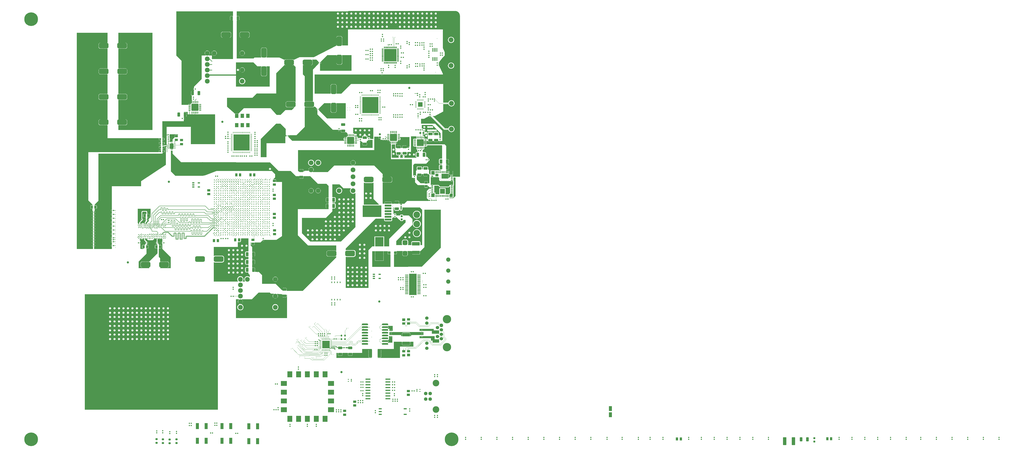
<source format=gbr>
%TF.GenerationSoftware,Altium Limited,Altium Designer,23.11.1 (41)*%
G04 Layer_Physical_Order=1*
G04 Layer_Color=255*
%FSLAX45Y45*%
%MOMM*%
%TF.SameCoordinates,85413206-E3E1-404A-8318-C17176F6EAC7*%
%TF.FilePolarity,Positive*%
%TF.FileFunction,Copper,L1,Top,Signal*%
%TF.Part,Single*%
G01*
G75*
%TA.AperFunction,SMDPad,CuDef*%
G04:AMPARAMS|DCode=10|XSize=4.4mm|YSize=2.5mm|CornerRadius=0.625mm|HoleSize=0mm|Usage=FLASHONLY|Rotation=0.000|XOffset=0mm|YOffset=0mm|HoleType=Round|Shape=RoundedRectangle|*
%AMROUNDEDRECTD10*
21,1,4.40000,1.25000,0,0,0.0*
21,1,3.15000,2.50000,0,0,0.0*
1,1,1.25000,1.57500,-0.62500*
1,1,1.25000,-1.57500,-0.62500*
1,1,1.25000,-1.57500,0.62500*
1,1,1.25000,1.57500,0.62500*
%
%ADD10ROUNDEDRECTD10*%
G04:AMPARAMS|DCode=11|XSize=3.15mm|YSize=3.15mm|CornerRadius=0.1575mm|HoleSize=0mm|Usage=FLASHONLY|Rotation=180.000|XOffset=0mm|YOffset=0mm|HoleType=Round|Shape=RoundedRectangle|*
%AMROUNDEDRECTD11*
21,1,3.15000,2.83500,0,0,180.0*
21,1,2.83500,3.15000,0,0,180.0*
1,1,0.31500,-1.41750,1.41750*
1,1,0.31500,1.41750,1.41750*
1,1,0.31500,1.41750,-1.41750*
1,1,0.31500,-1.41750,-1.41750*
%
%ADD11ROUNDEDRECTD11*%
G04:AMPARAMS|DCode=12|XSize=0.35mm|YSize=1mm|CornerRadius=0.0875mm|HoleSize=0mm|Usage=FLASHONLY|Rotation=270.000|XOffset=0mm|YOffset=0mm|HoleType=Round|Shape=RoundedRectangle|*
%AMROUNDEDRECTD12*
21,1,0.35000,0.82500,0,0,270.0*
21,1,0.17500,1.00000,0,0,270.0*
1,1,0.17500,-0.41250,-0.08750*
1,1,0.17500,-0.41250,0.08750*
1,1,0.17500,0.41250,0.08750*
1,1,0.17500,0.41250,-0.08750*
%
%ADD12ROUNDEDRECTD12*%
G04:AMPARAMS|DCode=13|XSize=0.35mm|YSize=1mm|CornerRadius=0.0875mm|HoleSize=0mm|Usage=FLASHONLY|Rotation=180.000|XOffset=0mm|YOffset=0mm|HoleType=Round|Shape=RoundedRectangle|*
%AMROUNDEDRECTD13*
21,1,0.35000,0.82500,0,0,180.0*
21,1,0.17500,1.00000,0,0,180.0*
1,1,0.17500,-0.08750,0.41250*
1,1,0.17500,0.08750,0.41250*
1,1,0.17500,0.08750,-0.41250*
1,1,0.17500,-0.08750,-0.41250*
%
%ADD13ROUNDEDRECTD13*%
G04:AMPARAMS|DCode=14|XSize=4.4mm|YSize=2.5mm|CornerRadius=0.625mm|HoleSize=0mm|Usage=FLASHONLY|Rotation=270.000|XOffset=0mm|YOffset=0mm|HoleType=Round|Shape=RoundedRectangle|*
%AMROUNDEDRECTD14*
21,1,4.40000,1.25000,0,0,270.0*
21,1,3.15000,2.50000,0,0,270.0*
1,1,1.25000,-0.62500,-1.57500*
1,1,1.25000,-0.62500,1.57500*
1,1,1.25000,0.62500,1.57500*
1,1,1.25000,0.62500,-1.57500*
%
%ADD14ROUNDEDRECTD14*%
%TA.AperFunction,BGAPad,CuDef*%
%ADD15C,2.15900*%
%TA.AperFunction,SMDPad,CuDef*%
%ADD16R,1.10000X2.25000*%
%ADD17R,1.40000X1.24000*%
%ADD18R,2.04000X3.05000*%
%ADD19R,3.10000X2.20000*%
%ADD20R,0.95000X0.60000*%
%ADD21R,1.60000X1.70000*%
%ADD22R,0.60000X0.95000*%
%TA.AperFunction,SMDPad,SMDef*%
%ADD23C,1.00000*%
%TA.AperFunction,SMDPad,CuDef*%
G04:AMPARAMS|DCode=24|XSize=0.508mm|YSize=0.508mm|CornerRadius=0.1524mm|HoleSize=0mm|Usage=FLASHONLY|Rotation=0.000|XOffset=0mm|YOffset=0mm|HoleType=Round|Shape=RoundedRectangle|*
%AMROUNDEDRECTD24*
21,1,0.50800,0.20320,0,0,0.0*
21,1,0.20320,0.50800,0,0,0.0*
1,1,0.30480,0.10160,-0.10160*
1,1,0.30480,-0.10160,-0.10160*
1,1,0.30480,-0.10160,0.10160*
1,1,0.30480,0.10160,0.10160*
%
%ADD24ROUNDEDRECTD24*%
G04:AMPARAMS|DCode=25|XSize=1.8034mm|YSize=1.1938mm|CornerRadius=0.20295mm|HoleSize=0mm|Usage=FLASHONLY|Rotation=270.000|XOffset=0mm|YOffset=0mm|HoleType=Round|Shape=RoundedRectangle|*
%AMROUNDEDRECTD25*
21,1,1.80340,0.78791,0,0,270.0*
21,1,1.39751,1.19380,0,0,270.0*
1,1,0.40589,-0.39395,-0.69875*
1,1,0.40589,-0.39395,0.69875*
1,1,0.40589,0.39395,0.69875*
1,1,0.40589,0.39395,-0.69875*
%
%ADD25ROUNDEDRECTD25*%
G04:AMPARAMS|DCode=26|XSize=0.508mm|YSize=0.508mm|CornerRadius=0.1524mm|HoleSize=0mm|Usage=FLASHONLY|Rotation=270.000|XOffset=0mm|YOffset=0mm|HoleType=Round|Shape=RoundedRectangle|*
%AMROUNDEDRECTD26*
21,1,0.50800,0.20320,0,0,270.0*
21,1,0.20320,0.50800,0,0,270.0*
1,1,0.30480,-0.10160,-0.10160*
1,1,0.30480,-0.10160,0.10160*
1,1,0.30480,0.10160,0.10160*
1,1,0.30480,0.10160,-0.10160*
%
%ADD26ROUNDEDRECTD26*%
G04:AMPARAMS|DCode=27|XSize=1.8034mm|YSize=1.1938mm|CornerRadius=0.20295mm|HoleSize=0mm|Usage=FLASHONLY|Rotation=180.000|XOffset=0mm|YOffset=0mm|HoleType=Round|Shape=RoundedRectangle|*
%AMROUNDEDRECTD27*
21,1,1.80340,0.78791,0,0,180.0*
21,1,1.39751,1.19380,0,0,180.0*
1,1,0.40589,-0.69875,0.39395*
1,1,0.40589,0.69875,0.39395*
1,1,0.40589,0.69875,-0.39395*
1,1,0.40589,-0.69875,-0.39395*
%
%ADD27ROUNDEDRECTD27*%
G04:AMPARAMS|DCode=28|XSize=1.397mm|YSize=1.0922mm|CornerRadius=0.20206mm|HoleSize=0mm|Usage=FLASHONLY|Rotation=0.000|XOffset=0mm|YOffset=0mm|HoleType=Round|Shape=RoundedRectangle|*
%AMROUNDEDRECTD28*
21,1,1.39700,0.68809,0,0,0.0*
21,1,0.99289,1.09220,0,0,0.0*
1,1,0.40411,0.49644,-0.34404*
1,1,0.40411,-0.49644,-0.34404*
1,1,0.40411,-0.49644,0.34404*
1,1,0.40411,0.49644,0.34404*
%
%ADD28ROUNDEDRECTD28*%
%ADD29R,1.05000X0.60000*%
G04:AMPARAMS|DCode=30|XSize=2.26mm|YSize=2.16mm|CornerRadius=0.54mm|HoleSize=0mm|Usage=FLASHONLY|Rotation=180.000|XOffset=0mm|YOffset=0mm|HoleType=Round|Shape=RoundedRectangle|*
%AMROUNDEDRECTD30*
21,1,2.26000,1.08000,0,0,180.0*
21,1,1.18000,2.16000,0,0,180.0*
1,1,1.08000,-0.59000,0.54000*
1,1,1.08000,0.59000,0.54000*
1,1,1.08000,0.59000,-0.54000*
1,1,1.08000,-0.59000,-0.54000*
%
%ADD30ROUNDEDRECTD30*%
%ADD31C,1.00000*%
G04:AMPARAMS|DCode=32|XSize=0.24mm|YSize=0.6mm|CornerRadius=0.0492mm|HoleSize=0mm|Usage=FLASHONLY|Rotation=90.000|XOffset=0mm|YOffset=0mm|HoleType=Round|Shape=RoundedRectangle|*
%AMROUNDEDRECTD32*
21,1,0.24000,0.50160,0,0,90.0*
21,1,0.14160,0.60000,0,0,90.0*
1,1,0.09840,0.25080,0.07080*
1,1,0.09840,0.25080,-0.07080*
1,1,0.09840,-0.25080,-0.07080*
1,1,0.09840,-0.25080,0.07080*
%
%ADD32ROUNDEDRECTD32*%
G04:AMPARAMS|DCode=33|XSize=2.4mm|YSize=1.65mm|CornerRadius=0.04125mm|HoleSize=0mm|Usage=FLASHONLY|Rotation=90.000|XOffset=0mm|YOffset=0mm|HoleType=Round|Shape=RoundedRectangle|*
%AMROUNDEDRECTD33*
21,1,2.40000,1.56750,0,0,90.0*
21,1,2.31750,1.65000,0,0,90.0*
1,1,0.08250,0.78375,1.15875*
1,1,0.08250,0.78375,-1.15875*
1,1,0.08250,-0.78375,-1.15875*
1,1,0.08250,-0.78375,1.15875*
%
%ADD33ROUNDEDRECTD33*%
G04:AMPARAMS|DCode=34|XSize=0.889mm|YSize=0.8636mm|CornerRadius=0.15113mm|HoleSize=0mm|Usage=FLASHONLY|Rotation=0.000|XOffset=0mm|YOffset=0mm|HoleType=Round|Shape=RoundedRectangle|*
%AMROUNDEDRECTD34*
21,1,0.88900,0.56134,0,0,0.0*
21,1,0.58674,0.86360,0,0,0.0*
1,1,0.30226,0.29337,-0.28067*
1,1,0.30226,-0.29337,-0.28067*
1,1,0.30226,-0.29337,0.28067*
1,1,0.30226,0.29337,0.28067*
%
%ADD34ROUNDEDRECTD34*%
%ADD35R,0.30480X0.45720*%
G04:AMPARAMS|DCode=36|XSize=1.397mm|YSize=1.0922mm|CornerRadius=0.20206mm|HoleSize=0mm|Usage=FLASHONLY|Rotation=270.000|XOffset=0mm|YOffset=0mm|HoleType=Round|Shape=RoundedRectangle|*
%AMROUNDEDRECTD36*
21,1,1.39700,0.68809,0,0,270.0*
21,1,0.99289,1.09220,0,0,270.0*
1,1,0.40411,-0.34404,-0.49644*
1,1,0.40411,-0.34404,0.49644*
1,1,0.40411,0.34404,0.49644*
1,1,0.40411,0.34404,-0.49644*
%
%ADD36ROUNDEDRECTD36*%
%TA.AperFunction,BGAPad,CuDef*%
%ADD37C,0.45000*%
%TA.AperFunction,SMDPad,CuDef*%
%ADD38O,0.44999X0.45000*%
G04:AMPARAMS|DCode=39|XSize=0.4mm|YSize=0.7mm|CornerRadius=0.1mm|HoleSize=0mm|Usage=FLASHONLY|Rotation=180.000|XOffset=0mm|YOffset=0mm|HoleType=Round|Shape=RoundedRectangle|*
%AMROUNDEDRECTD39*
21,1,0.40000,0.50000,0,0,180.0*
21,1,0.20000,0.70000,0,0,180.0*
1,1,0.20000,-0.10000,0.25000*
1,1,0.20000,0.10000,0.25000*
1,1,0.20000,0.10000,-0.25000*
1,1,0.20000,-0.10000,-0.25000*
%
%ADD39ROUNDEDRECTD39*%
%ADD40R,1.55000X1.95000*%
G04:AMPARAMS|DCode=41|XSize=3.15mm|YSize=3.15mm|CornerRadius=0.1575mm|HoleSize=0mm|Usage=FLASHONLY|Rotation=90.000|XOffset=0mm|YOffset=0mm|HoleType=Round|Shape=RoundedRectangle|*
%AMROUNDEDRECTD41*
21,1,3.15000,2.83500,0,0,90.0*
21,1,2.83500,3.15000,0,0,90.0*
1,1,0.31500,1.41750,1.41750*
1,1,0.31500,1.41750,-1.41750*
1,1,0.31500,-1.41750,-1.41750*
1,1,0.31500,-1.41750,1.41750*
%
%ADD41ROUNDEDRECTD41*%
G04:AMPARAMS|DCode=42|XSize=0.95mm|YSize=0.3mm|CornerRadius=0.075mm|HoleSize=0mm|Usage=FLASHONLY|Rotation=180.000|XOffset=0mm|YOffset=0mm|HoleType=Round|Shape=RoundedRectangle|*
%AMROUNDEDRECTD42*
21,1,0.95000,0.15000,0,0,180.0*
21,1,0.80000,0.30000,0,0,180.0*
1,1,0.15000,-0.40000,0.07500*
1,1,0.15000,0.40000,0.07500*
1,1,0.15000,0.40000,-0.07500*
1,1,0.15000,-0.40000,-0.07500*
%
%ADD42ROUNDEDRECTD42*%
%ADD43R,3.15000X3.15000*%
G04:AMPARAMS|DCode=44|XSize=0.889mm|YSize=0.8636mm|CornerRadius=0.15113mm|HoleSize=0mm|Usage=FLASHONLY|Rotation=90.000|XOffset=0mm|YOffset=0mm|HoleType=Round|Shape=RoundedRectangle|*
%AMROUNDEDRECTD44*
21,1,0.88900,0.56134,0,0,90.0*
21,1,0.58674,0.86360,0,0,90.0*
1,1,0.30226,0.28067,0.29337*
1,1,0.30226,0.28067,-0.29337*
1,1,0.30226,-0.28067,-0.29337*
1,1,0.30226,-0.28067,0.29337*
%
%ADD44ROUNDEDRECTD44*%
G04:AMPARAMS|DCode=45|XSize=1.6mm|YSize=3.5mm|CornerRadius=0.2mm|HoleSize=0mm|Usage=FLASHONLY|Rotation=0.000|XOffset=0mm|YOffset=0mm|HoleType=Round|Shape=RoundedRectangle|*
%AMROUNDEDRECTD45*
21,1,1.60000,3.10000,0,0,0.0*
21,1,1.20000,3.50000,0,0,0.0*
1,1,0.40000,0.60000,-1.55000*
1,1,0.40000,-0.60000,-1.55000*
1,1,0.40000,-0.60000,1.55000*
1,1,0.40000,0.60000,1.55000*
%
%ADD45ROUNDEDRECTD45*%
%ADD46R,1.40000X2.75000*%
%ADD47O,0.80000X0.23000*%
%ADD48O,0.23000X0.80000*%
%ADD49R,7.40000X7.40000*%
%ADD50O,0.40000X1.80000*%
%ADD51R,7.40000X7.40000*%
%ADD52R,1.35000X2.20000*%
%ADD53R,2.10000X2.10000*%
%ADD54O,0.20000X0.80000*%
%ADD55O,0.80000X0.20000*%
%ADD56O,0.85000X0.28000*%
%ADD57R,5.60000X5.60000*%
%ADD58O,0.28000X0.85000*%
%ADD59O,1.60000X0.30000*%
%TA.AperFunction,SMDPad,SMDef*%
%ADD60R,3.40000X9.70000*%
%TA.AperFunction,SMDPad,CuDef*%
%ADD61O,2.92100X0.76200*%
%ADD62R,1.40000X1.20000*%
%ADD63R,1.40000X1.00000*%
G04:AMPARAMS|DCode=64|XSize=0.3mm|YSize=0.45mm|CornerRadius=0.075mm|HoleSize=0mm|Usage=FLASHONLY|Rotation=90.000|XOffset=0mm|YOffset=0mm|HoleType=Round|Shape=RoundedRectangle|*
%AMROUNDEDRECTD64*
21,1,0.30000,0.30000,0,0,90.0*
21,1,0.15000,0.45000,0,0,90.0*
1,1,0.15000,0.15000,0.07500*
1,1,0.15000,0.15000,-0.07500*
1,1,0.15000,-0.15000,-0.07500*
1,1,0.15000,-0.15000,0.07500*
%
%ADD64ROUNDEDRECTD64*%
%ADD65R,2.30000X2.80000*%
%ADD66R,2.80000X2.30000*%
%ADD67R,1.38000X0.60000*%
G04:AMPARAMS|DCode=68|XSize=1.6mm|YSize=3.5mm|CornerRadius=0.2mm|HoleSize=0mm|Usage=FLASHONLY|Rotation=270.000|XOffset=0mm|YOffset=0mm|HoleType=Round|Shape=RoundedRectangle|*
%AMROUNDEDRECTD68*
21,1,1.60000,3.10000,0,0,270.0*
21,1,1.20000,3.50000,0,0,270.0*
1,1,0.40000,-1.55000,-0.60000*
1,1,0.40000,-1.55000,0.60000*
1,1,0.40000,1.55000,0.60000*
1,1,0.40000,1.55000,-0.60000*
%
%ADD68ROUNDEDRECTD68*%
G04:AMPARAMS|DCode=69|XSize=3.4mm|YSize=3.4mm|CornerRadius=0mm|HoleSize=0mm|Usage=FLASHONLY|Rotation=180.000|XOffset=0mm|YOffset=0mm|HoleType=Round|Shape=RoundedRectangle|*
%AMROUNDEDRECTD69*
21,1,3.40000,3.40000,0,0,180.0*
21,1,3.40000,3.40000,0,0,180.0*
1,1,0.00000,-1.70000,1.70000*
1,1,0.00000,1.70000,1.70000*
1,1,0.00000,1.70000,-1.70000*
1,1,0.00000,-1.70000,-1.70000*
%
%ADD69ROUNDEDRECTD69*%
%ADD70R,0.25000X0.80000*%
%ADD71R,0.80000X0.25000*%
G04:AMPARAMS|DCode=72|XSize=0.65mm|YSize=0.85mm|CornerRadius=0.1625mm|HoleSize=0mm|Usage=FLASHONLY|Rotation=180.000|XOffset=0mm|YOffset=0mm|HoleType=Round|Shape=RoundedRectangle|*
%AMROUNDEDRECTD72*
21,1,0.65000,0.52500,0,0,180.0*
21,1,0.32500,0.85000,0,0,180.0*
1,1,0.32500,-0.16250,0.26250*
1,1,0.32500,0.16250,0.26250*
1,1,0.32500,0.16250,-0.26250*
1,1,0.32500,-0.16250,-0.26250*
%
%ADD72ROUNDEDRECTD72*%
%ADD73R,8.53999X5.35000*%
G04:AMPARAMS|DCode=74|XSize=3.06mm|YSize=0.89mm|CornerRadius=0.2225mm|HoleSize=0mm|Usage=FLASHONLY|Rotation=180.000|XOffset=0mm|YOffset=0mm|HoleType=Round|Shape=RoundedRectangle|*
%AMROUNDEDRECTD74*
21,1,3.06000,0.44500,0,0,180.0*
21,1,2.61500,0.89000,0,0,180.0*
1,1,0.44500,-1.30750,0.22250*
1,1,0.44500,1.30750,0.22250*
1,1,0.44500,1.30750,-0.22250*
1,1,0.44500,-1.30750,-0.22250*
%
%ADD74ROUNDEDRECTD74*%
%ADD75R,2.29900X0.55900*%
G04:AMPARAMS|DCode=76|XSize=1.2mm|YSize=1.2mm|CornerRadius=0.18mm|HoleSize=0mm|Usage=FLASHONLY|Rotation=270.000|XOffset=0mm|YOffset=0mm|HoleType=Round|Shape=RoundedRectangle|*
%AMROUNDEDRECTD76*
21,1,1.20000,0.84000,0,0,270.0*
21,1,0.84000,1.20000,0,0,270.0*
1,1,0.36000,-0.42000,-0.42000*
1,1,0.36000,-0.42000,0.42000*
1,1,0.36000,0.42000,0.42000*
1,1,0.36000,0.42000,-0.42000*
%
%ADD76ROUNDEDRECTD76*%
G04:AMPARAMS|DCode=77|XSize=1.2mm|YSize=1.2mm|CornerRadius=0.3mm|HoleSize=0mm|Usage=FLASHONLY|Rotation=270.000|XOffset=0mm|YOffset=0mm|HoleType=Round|Shape=RoundedRectangle|*
%AMROUNDEDRECTD77*
21,1,1.20000,0.60000,0,0,270.0*
21,1,0.60000,1.20000,0,0,270.0*
1,1,0.60000,-0.30000,-0.30000*
1,1,0.60000,-0.30000,0.30000*
1,1,0.60000,0.30000,0.30000*
1,1,0.60000,0.30000,-0.30000*
%
%ADD77ROUNDEDRECTD77*%
%ADD78R,3.81000X4.24180*%
G04:AMPARAMS|DCode=79|XSize=1mm|YSize=0.8mm|CornerRadius=0.2mm|HoleSize=0mm|Usage=FLASHONLY|Rotation=0.000|XOffset=0mm|YOffset=0mm|HoleType=Round|Shape=RoundedRectangle|*
%AMROUNDEDRECTD79*
21,1,1.00000,0.40000,0,0,0.0*
21,1,0.60000,0.80000,0,0,0.0*
1,1,0.40000,0.30000,-0.20000*
1,1,0.40000,-0.30000,-0.20000*
1,1,0.40000,-0.30000,0.20000*
1,1,0.40000,0.30000,0.20000*
%
%ADD79ROUNDEDRECTD79*%
%TA.AperFunction,Conductor*%
%ADD80C,0.12700*%
%ADD81C,0.10160*%
%ADD82C,0.15240*%
%ADD83C,0.50800*%
%ADD84C,0.25400*%
%ADD85C,0.20320*%
%ADD86C,0.38100*%
%ADD87R,2.29997X2.24998*%
%TA.AperFunction,ComponentPad*%
%ADD88C,6.20000*%
%ADD89C,2.20000*%
%ADD90C,3.81000*%
G04:AMPARAMS|DCode=91|XSize=1.524mm|YSize=1.524mm|CornerRadius=0mm|HoleSize=0mm|Usage=FLASHONLY|Rotation=90.000|XOffset=0mm|YOffset=0mm|HoleType=Round|Shape=Octagon|*
%AMOCTAGOND91*
4,1,8,0.38100,0.76200,-0.38100,0.76200,-0.76200,0.38100,-0.76200,-0.38100,-0.38100,-0.76200,0.38100,-0.76200,0.76200,-0.38100,0.76200,0.38100,0.38100,0.76200,0.0*
%
%ADD91OCTAGOND91*%

%ADD92C,1.52400*%
%ADD93C,3.00000*%
%ADD94C,1.60000*%
%ADD95C,0.60000*%
%ADD96R,1.90500X1.90500*%
%ADD97C,1.90500*%
%ADD98R,3.00000X3.00000*%
%TA.AperFunction,ViaPad*%
%ADD99C,0.30480*%
%ADD100C,0.55880*%
%ADD101C,0.50000*%
%ADD102C,0.50800*%
G36*
X19753969Y19929434D02*
X19795863Y19916727D01*
X19834473Y19896088D01*
X19868315Y19868315D01*
X19896088Y19834473D01*
X19916727Y19795863D01*
X19929434Y19753969D01*
X19933508Y19712605D01*
X19933217Y19710399D01*
Y14019766D01*
Y13867366D01*
Y12394348D01*
X19639973Y12393935D01*
X19639668Y12394240D01*
Y12394240D01*
X19616808D01*
Y12419947D01*
X19608365D01*
Y12427567D01*
X19616808D01*
Y12461377D01*
X19565498D01*
Y12452934D01*
X19557878D01*
Y12461377D01*
X19506567D01*
Y12427567D01*
X19515012D01*
Y12419947D01*
X19506567D01*
Y12400022D01*
X19493867Y12394303D01*
X19487895Y12394464D01*
X19483708Y12394240D01*
Y12390276D01*
X19425542Y12332110D01*
X19413808Y12336970D01*
Y12418946D01*
X19405365D01*
Y12426566D01*
X19413808D01*
Y12538441D01*
X19413809Y12540376D01*
X19418480Y12551141D01*
X19426807D01*
Y12602451D01*
X19418362D01*
Y12610071D01*
X19426807D01*
Y12661381D01*
X19392998D01*
Y12652938D01*
X19385378D01*
Y12661381D01*
X19351567D01*
Y12610071D01*
X19360010D01*
Y12602451D01*
X19351567D01*
Y12553077D01*
X19351566Y12551141D01*
X19351109Y12550090D01*
X19349074D01*
X19336809Y12562601D01*
Y12602451D01*
X19328366D01*
Y12610071D01*
X19336809D01*
Y12661381D01*
X19309100D01*
Y12719321D01*
X19321802Y12729283D01*
X19323451Y12728955D01*
X19359036D01*
Y12737946D01*
X19366656D01*
Y12728955D01*
X19402242D01*
X19413133Y12731122D01*
X19419138Y12735133D01*
X19413065Y12741206D01*
X19418452Y12746594D01*
X19424525Y12740521D01*
X19428537Y12746525D01*
X19430704Y12757417D01*
Y12823482D01*
X19421713D01*
Y12831102D01*
X19430704D01*
Y12897168D01*
X19428537Y12908060D01*
X19424525Y12914062D01*
X19418452Y12907990D01*
X19413065Y12913377D01*
X19419138Y12919450D01*
X19413133Y12923462D01*
X19402242Y12925629D01*
X19366656D01*
Y12916640D01*
X19359036D01*
Y12925629D01*
X19323451D01*
X19321802Y12925301D01*
X19309100Y12935263D01*
Y12983507D01*
X19321802Y12993469D01*
X19323451Y12993141D01*
X19359036D01*
Y13002132D01*
X19366656D01*
Y12993141D01*
X19402242D01*
X19413133Y12995306D01*
X19419138Y12999319D01*
X19413065Y13005391D01*
X19418452Y13010779D01*
X19424525Y13004707D01*
X19428537Y13010710D01*
X19430704Y13021602D01*
Y13087668D01*
X19421713D01*
Y13095288D01*
X19430704D01*
Y13161353D01*
X19428537Y13172244D01*
X19424525Y13178249D01*
X19418452Y13172176D01*
X19413065Y13177563D01*
X19419138Y13183636D01*
X19413133Y13187648D01*
X19402242Y13189815D01*
X19366656D01*
Y13180824D01*
X19359036D01*
Y13189815D01*
X19323451D01*
X19321802Y13189487D01*
X19309100Y13199448D01*
Y13795766D01*
X19237500Y13867366D01*
X18429012D01*
X18425362Y13872829D01*
Y13876518D01*
X18415672D01*
Y13884138D01*
X18425362D01*
Y13887827D01*
X18420569Y13899400D01*
X18408997Y13904193D01*
X18372807D01*
Y13894504D01*
X18365187D01*
Y13904193D01*
X18328996D01*
X18317424Y13899400D01*
X18312631Y13887827D01*
Y13884138D01*
X18322321D01*
Y13876518D01*
X18312631D01*
Y13872829D01*
X18308981Y13867366D01*
X18294107D01*
Y13941521D01*
X18285663D01*
Y13949141D01*
X18294107D01*
Y14019766D01*
X18311337D01*
X18312631Y14017828D01*
Y14014140D01*
X18322321D01*
Y14006520D01*
X18312631D01*
Y14002831D01*
X18317424Y13991258D01*
X18328996Y13986464D01*
X18365187D01*
Y13996153D01*
X18372807D01*
Y13986464D01*
X18408997D01*
X18420569Y13991258D01*
X18425362Y14002831D01*
Y14006520D01*
X18415672D01*
Y14014140D01*
X18425362D01*
Y14017828D01*
X18426656Y14019766D01*
X18488133D01*
Y14011574D01*
X18490300Y14000684D01*
X18494312Y13994679D01*
X18500385Y14000752D01*
X18505772Y13995364D01*
X18499699Y13989291D01*
X18505704Y13985280D01*
X18516595Y13983113D01*
X18582660D01*
Y13992104D01*
X18590280D01*
Y13983113D01*
X18656345D01*
X18667236Y13985280D01*
X18673241Y13989291D01*
X18667168Y13995364D01*
X18672556Y14000752D01*
X18678629Y13994679D01*
X18682640Y14000684D01*
X18684807Y14011574D01*
Y14019766D01*
X18752319D01*
Y14014140D01*
X18754485Y14003249D01*
X18758498Y13997244D01*
X18764569Y14003317D01*
X18769957Y13997929D01*
X18763885Y13991856D01*
X18769888Y13987845D01*
X18780780Y13985678D01*
X18846844D01*
Y13994669D01*
X18854465D01*
Y13985678D01*
X18920531D01*
X18931422Y13987845D01*
X18937427Y13991856D01*
X18931354Y13997929D01*
X18936742Y14003317D01*
X18942815Y13997244D01*
X18946826Y14003249D01*
X18948991Y14014140D01*
Y14019766D01*
X18991663D01*
X18998824Y14011041D01*
Y14004691D01*
X19007713D01*
Y13997070D01*
X18998824D01*
Y13990721D01*
X19000597Y13981802D01*
X19003493Y13977470D01*
X19009581Y13983560D01*
X19014970Y13978172D01*
X19008881Y13972083D01*
X19013211Y13969186D01*
X19022131Y13967413D01*
X19028481D01*
Y13976305D01*
X19036101D01*
Y13967413D01*
X19042451D01*
X19051370Y13969186D01*
X19055702Y13972083D01*
X19049612Y13978172D01*
X19055000Y13983560D01*
X19061090Y13977470D01*
X19063985Y13981802D01*
X19065759Y13990721D01*
Y13997070D01*
X19056866D01*
Y14004691D01*
X19065759D01*
Y14011041D01*
X19072919Y14019766D01*
X19129385D01*
Y14486105D01*
X18800063Y14806120D01*
X18169701D01*
Y15026120D01*
X18304700D01*
X18523772Y15144878D01*
X18536472Y15137315D01*
Y15127458D01*
X18538246Y15118539D01*
X18541141Y15114207D01*
X18547231Y15120297D01*
X18552618Y15114909D01*
X18546529Y15108820D01*
X18550861Y15105925D01*
X18559779Y15104150D01*
X18566130D01*
Y15113042D01*
X18573750D01*
Y15104150D01*
X18580099D01*
X18589018Y15105925D01*
X18593352Y15108820D01*
X18587260Y15114909D01*
X18592648Y15120297D01*
X18598740Y15114207D01*
X18601634Y15118539D01*
X18603345Y15127139D01*
X18607990Y15130342D01*
X18615141Y15133304D01*
X19211209Y14537238D01*
X19211209Y14537236D01*
X19222972Y14529378D01*
X19236847Y14526616D01*
X19236848Y14526617D01*
X19408379D01*
X19408434Y14526201D01*
X19422589Y14492027D01*
X19445107Y14462682D01*
X19474452Y14440164D01*
X19508624Y14426009D01*
X19545297Y14421181D01*
X19581970Y14426009D01*
X19616142Y14440164D01*
X19645490Y14462682D01*
X19668005Y14492027D01*
X19682162Y14526201D01*
X19686990Y14562872D01*
X19682162Y14599545D01*
X19668005Y14633720D01*
X19645490Y14663065D01*
X19616142Y14685582D01*
X19581970Y14699738D01*
X19545297Y14704565D01*
X19508624Y14699738D01*
X19474452Y14685582D01*
X19445107Y14663065D01*
X19422589Y14633720D01*
X19408434Y14599545D01*
X19408379Y14599130D01*
X19251865D01*
X18704173Y15146822D01*
X18709035Y15158556D01*
X18791959D01*
X19170650Y15357274D01*
Y15695016D01*
X19408379D01*
X19408434Y15694601D01*
X19422589Y15660426D01*
X19445107Y15631082D01*
X19474452Y15608565D01*
X19508624Y15594409D01*
X19545297Y15589581D01*
X19581970Y15594409D01*
X19616142Y15608565D01*
X19645490Y15631082D01*
X19668005Y15660426D01*
X19682162Y15694601D01*
X19686990Y15731273D01*
X19682162Y15767946D01*
X19668005Y15802119D01*
X19645490Y15831465D01*
X19616142Y15853983D01*
X19581970Y15868137D01*
X19545297Y15872964D01*
X19508624Y15868137D01*
X19474452Y15853983D01*
X19445107Y15831465D01*
X19422589Y15802119D01*
X19408434Y15767946D01*
X19408379Y15767529D01*
X19170650D01*
Y16607820D01*
X17667236D01*
X17667010Y16607889D01*
X17631630Y16611372D01*
X17596249Y16607889D01*
X17596024Y16607820D01*
X14981470D01*
X14546599Y16172949D01*
X14324614D01*
X14318454Y16185649D01*
X14323918Y16198839D01*
X14326328Y16217143D01*
Y16370833D01*
X14317279D01*
Y16378453D01*
X14326328D01*
Y16532143D01*
X14323918Y16550449D01*
X14316852Y16567506D01*
X14307951Y16579105D01*
X14301830Y16572983D01*
X14296442Y16578371D01*
X14302563Y16584492D01*
X14290965Y16593393D01*
X14273907Y16600458D01*
X14255603Y16602869D01*
X14196913D01*
Y16593820D01*
X14189293D01*
Y16602869D01*
X14130603D01*
X14112299Y16600458D01*
X14095239Y16593393D01*
X14083643Y16584492D01*
X14089763Y16578371D01*
X14084375Y16572983D01*
X14078253Y16579105D01*
X14069353Y16567506D01*
X14062288Y16550449D01*
X14059879Y16532143D01*
Y16378453D01*
X14068925D01*
Y16370833D01*
X14059879D01*
Y16217143D01*
X14062288Y16198839D01*
X14067751Y16185649D01*
X14061592Y16172949D01*
X13334547D01*
Y17039247D01*
X16364066D01*
X16364374Y17038870D01*
Y17032521D01*
X16373267D01*
Y17024901D01*
X16364374D01*
Y17018552D01*
X16366148Y17009631D01*
X16369043Y17005299D01*
X16375133Y17011391D01*
X16380521Y17006001D01*
X16374431Y16999911D01*
X16378763Y16997018D01*
X16387682Y16995244D01*
X16394032D01*
Y17004135D01*
X16401653D01*
Y16995244D01*
X16408002D01*
X16416922Y16997018D01*
X16421252Y16999911D01*
X16415164Y17006001D01*
X16420552Y17011391D01*
X16426642Y17005299D01*
X16429536Y17009631D01*
X16431310Y17018552D01*
Y17024901D01*
X16422420D01*
Y17032521D01*
X16431310D01*
Y17038870D01*
X16431619Y17039247D01*
X19156572D01*
X19156059Y17073259D01*
X18992625Y17425948D01*
X18999463Y17436652D01*
X19003011D01*
X19011929Y17438425D01*
X19016261Y17441319D01*
X19010172Y17447409D01*
X19015559Y17452797D01*
X19021649Y17446709D01*
X19024544Y17451039D01*
X19026318Y17459959D01*
Y17466309D01*
X19017427D01*
Y17473929D01*
X19026318D01*
Y17480280D01*
X19024544Y17489198D01*
X19021649Y17493530D01*
X19015559Y17487440D01*
X19010172Y17492828D01*
X19016261Y17498918D01*
X19011929Y17501813D01*
X19003011Y17503587D01*
X18996660D01*
Y17494695D01*
X18989040D01*
Y17503587D01*
X18982690D01*
X18981094Y17503268D01*
X18968764Y17512578D01*
X18969322Y17526347D01*
X18982416Y17535768D01*
X18982690Y17535713D01*
X18989040D01*
Y17544604D01*
X18996660D01*
Y17535713D01*
X19003011D01*
X19011929Y17537488D01*
X19016261Y17540382D01*
X19010172Y17546472D01*
X19015559Y17551860D01*
X19021649Y17545770D01*
X19024544Y17550102D01*
X19026318Y17559021D01*
Y17565372D01*
X19017427D01*
Y17572990D01*
X19026318D01*
Y17579341D01*
X19024544Y17588261D01*
X19021649Y17592592D01*
X19015559Y17586504D01*
X19010172Y17591891D01*
X19016261Y17597981D01*
X19011929Y17600874D01*
X19003011Y17602649D01*
X18998135D01*
X18992015Y17615349D01*
X19156059Y17821259D01*
X19240108Y17894299D01*
Y18056883D01*
X19156059Y18241660D01*
Y19088100D01*
X14846300D01*
Y18364200D01*
X14587692D01*
X14579208Y18376900D01*
X14582523Y18384901D01*
X14584932Y18403207D01*
Y18556897D01*
X14575883D01*
Y18564517D01*
X14584932D01*
Y18718207D01*
X14582523Y18736513D01*
X14575456Y18753569D01*
X14566557Y18765169D01*
X14560435Y18759047D01*
X14555048Y18764435D01*
X14561168Y18770557D01*
X14549570Y18779456D01*
X14532512Y18786522D01*
X14514207Y18788931D01*
X14455518D01*
Y18779884D01*
X14447897D01*
Y18788931D01*
X14389207D01*
X14370901Y18786522D01*
X14353845Y18779456D01*
X14342245Y18770557D01*
X14348367Y18764435D01*
X14342979Y18759047D01*
X14336858Y18765169D01*
X14327959Y18753569D01*
X14320892Y18736513D01*
X14318481Y18718207D01*
Y18564517D01*
X14327531D01*
Y18556897D01*
X14318481D01*
Y18403207D01*
X14320892Y18384901D01*
X14327959Y18367845D01*
X14325687Y18357703D01*
X13294524Y17826518D01*
X12647313D01*
X12390631Y17710477D01*
X12381029Y17708586D01*
X12377931Y17708179D01*
X12363493Y17719257D01*
X12346436Y17726321D01*
X12328131Y17728732D01*
X12174441D01*
Y17719684D01*
X12166821D01*
Y17728732D01*
X12013131D01*
X11994826Y17726321D01*
X11977769Y17719257D01*
X11963331Y17708179D01*
X11961239Y17708453D01*
X11950631Y17710913D01*
X11735434Y17813324D01*
X11145320D01*
X11141030Y17825014D01*
X11140896Y17826024D01*
X11151975Y17840462D01*
X11159040Y17857520D01*
X11161450Y17875826D01*
Y18029514D01*
X11152402D01*
Y18037134D01*
X11161450D01*
Y18190823D01*
X11159040Y18209129D01*
X11151975Y18226187D01*
X11143075Y18237785D01*
X11136953Y18231664D01*
X11131565Y18237051D01*
X11137686Y18243175D01*
X11126088Y18252074D01*
X11109030Y18259138D01*
X11090725Y18261549D01*
X11032035D01*
Y18252501D01*
X11024415D01*
Y18261549D01*
X10965725D01*
X10947420Y18259138D01*
X10930363Y18252074D01*
X10918764Y18243175D01*
X10924886Y18237051D01*
X10919498Y18231664D01*
X10913376Y18237785D01*
X10904476Y18226187D01*
X10897410Y18209129D01*
X10895000Y18190823D01*
Y18037134D01*
X10904049D01*
Y18029514D01*
X10895000D01*
Y17875826D01*
X10897410Y17857520D01*
X10904476Y17840462D01*
X10915554Y17826024D01*
X10915421Y17825014D01*
X10911131Y17813324D01*
X10596743D01*
X10556191Y17772774D01*
X9791700D01*
Y19494765D01*
X9804400Y19503654D01*
X9808334Y19502872D01*
X9843920D01*
Y19511864D01*
X9851540D01*
Y19502872D01*
X9887125D01*
X9898017Y19505038D01*
X9904021Y19509050D01*
X9897948Y19515123D01*
X9903336Y19520511D01*
X9909409Y19514438D01*
X9913420Y19520442D01*
X9915587Y19531334D01*
Y19597398D01*
X9906596D01*
Y19605019D01*
X9915587D01*
Y19671085D01*
X9913420Y19681976D01*
X9909409Y19687981D01*
X9903336Y19681908D01*
X9897948Y19687296D01*
X9904021Y19693369D01*
X9898017Y19697379D01*
X9887125Y19699545D01*
X9851540D01*
Y19690556D01*
X9843920D01*
Y19699545D01*
X9808334D01*
X9804400Y19698763D01*
X9791700Y19707654D01*
Y19913600D01*
X14846300D01*
X14864272Y19931570D01*
X19710355Y19931023D01*
X19722122Y19932571D01*
X19753969Y19929434D01*
D02*
G37*
G36*
X9621911Y19703664D02*
X9609211Y19696877D01*
X9608457Y19697379D01*
X9597565Y19699545D01*
X9561980D01*
Y19690556D01*
X9554360D01*
Y19699545D01*
X9518774D01*
X9507883Y19697379D01*
X9501879Y19693369D01*
X9507952Y19687296D01*
X9502564Y19681908D01*
X9496491Y19687981D01*
X9492480Y19681976D01*
X9490313Y19671085D01*
Y19605019D01*
X9499303D01*
Y19597398D01*
X9490313D01*
Y19531334D01*
X9492480Y19520442D01*
X9496491Y19514438D01*
X9502564Y19520511D01*
X9507952Y19515123D01*
X9501879Y19509050D01*
X9507883Y19505038D01*
X9518774Y19502872D01*
X9554360D01*
Y19511864D01*
X9561980D01*
Y19502872D01*
X9597565D01*
X9608457Y19505038D01*
X9609211Y19505544D01*
X9621911Y19498753D01*
Y17743675D01*
X8667168D01*
Y17907001D01*
X8527362D01*
X8523051Y17919701D01*
X8532963Y17927306D01*
X8526598Y17933672D01*
X8531986Y17939059D01*
X8538351Y17932693D01*
X8554537Y17953787D01*
X8566181Y17981902D01*
X8570154Y18012071D01*
X8566181Y18042241D01*
X8554537Y18070355D01*
X8538351Y18091447D01*
X8531986Y18085083D01*
X8526598Y18090471D01*
X8532963Y18096835D01*
X8511870Y18113020D01*
X8483756Y18124666D01*
X8453586Y18128638D01*
X8423416Y18124666D01*
X8395303Y18113020D01*
X8374210Y18096835D01*
X8380575Y18090471D01*
X8375186Y18085083D01*
X8368821Y18091447D01*
X8352636Y18070355D01*
X8340991Y18042241D01*
X8337019Y18012071D01*
X8340991Y17981902D01*
X8352636Y17953787D01*
X8368821Y17932693D01*
X8375186Y17939059D01*
X8380575Y17933672D01*
X8374210Y17927306D01*
X8384122Y17919701D01*
X8379811Y17907001D01*
X8197288D01*
Y16842461D01*
X7850632Y16495804D01*
Y16425017D01*
X7848731Y16422687D01*
X7837931Y16416052D01*
X7833649Y16416905D01*
X7827299D01*
Y16408014D01*
X7819679D01*
Y16416905D01*
X7813329D01*
X7804409Y16415131D01*
X7800078Y16412236D01*
X7806168Y16406146D01*
X7800779Y16400758D01*
X7794690Y16406848D01*
X7791795Y16402518D01*
X7790021Y16393597D01*
Y16387247D01*
X7798912D01*
Y16379626D01*
X7790021D01*
Y16373277D01*
X7791795Y16364359D01*
X7794690Y16360027D01*
X7800779Y16366116D01*
X7806168Y16360728D01*
X7800078Y16354639D01*
X7804409Y16351744D01*
X7813329Y16349969D01*
X7819679D01*
Y16358861D01*
X7827299D01*
Y16349969D01*
X7833649D01*
X7837931Y16350821D01*
X7848731Y16344186D01*
X7850632Y16341856D01*
Y16296094D01*
X7837932Y16289304D01*
X7837178Y16289809D01*
X7826286Y16291975D01*
X7790700D01*
Y16282985D01*
X7783080D01*
Y16291975D01*
X7747495D01*
X7736603Y16289809D01*
X7730600Y16285797D01*
X7736672Y16279724D01*
X7731284Y16274336D01*
X7725212Y16280409D01*
X7721200Y16274405D01*
X7719034Y16263515D01*
Y16197449D01*
X7728024D01*
Y16189828D01*
X7719034D01*
Y16123763D01*
X7721200Y16112871D01*
X7725212Y16106866D01*
X7731284Y16112939D01*
X7736672Y16107552D01*
X7730600Y16101479D01*
X7736603Y16097469D01*
X7747495Y16095300D01*
X7751839D01*
Y15885004D01*
X7766379Y15861446D01*
X7765886Y15859322D01*
X7759527Y15848746D01*
X7753975D01*
X7747588Y15847475D01*
X7745403Y15846014D01*
X7751678Y15839740D01*
X7746290Y15834352D01*
X7740014Y15840627D01*
X7738555Y15838441D01*
X7737284Y15832054D01*
Y15794614D01*
X7746048D01*
Y15786993D01*
X7737284D01*
Y15749554D01*
X7738555Y15743167D01*
X7729525Y15733821D01*
X7717647Y15725885D01*
X7709708Y15714003D01*
X7700365Y15704971D01*
X7693978Y15706242D01*
X7656538D01*
Y15697479D01*
X7648918D01*
Y15706242D01*
X7611478D01*
X7605090Y15704971D01*
X7602905Y15703513D01*
X7609180Y15697237D01*
X7603792Y15691849D01*
X7597517Y15698125D01*
X7596057Y15695940D01*
X7594787Y15689552D01*
Y15684612D01*
X7603551D01*
Y15676991D01*
X7594787D01*
Y15672052D01*
X7583585Y15663269D01*
X7296893Y15662979D01*
X7287908Y15671954D01*
Y17667592D01*
X7048500Y17907001D01*
Y19913600D01*
X9621911D01*
Y19703664D01*
D02*
G37*
G36*
X3924300Y18493674D02*
X3911600Y18483488D01*
X3902201Y18484724D01*
X3748512D01*
Y18475677D01*
X3740892D01*
Y18484724D01*
X3587202D01*
X3568897Y18482315D01*
X3551839Y18475250D01*
X3540240Y18466348D01*
X3546362Y18460226D01*
X3540974Y18454839D01*
X3534852Y18460960D01*
X3525952Y18449362D01*
X3518887Y18432304D01*
X3516477Y18414000D01*
Y18355310D01*
X3525525D01*
Y18347690D01*
X3516477D01*
Y18289000D01*
X3518887Y18270695D01*
X3525952Y18253638D01*
X3534852Y18242039D01*
X3540974Y18248161D01*
X3546362Y18242773D01*
X3540240Y18236652D01*
X3551839Y18227750D01*
X3568897Y18220685D01*
X3587202Y18218275D01*
X3740892D01*
Y18227322D01*
X3748512D01*
Y18218275D01*
X3902201D01*
X3911600Y18219511D01*
X3924300Y18209328D01*
Y17326479D01*
X3914751Y17318106D01*
X3908038Y17318990D01*
X3754349D01*
Y17309941D01*
X3746729D01*
Y17318990D01*
X3593039D01*
X3574734Y17316580D01*
X3557676Y17309514D01*
X3546077Y17300613D01*
X3552199Y17294492D01*
X3546811Y17289104D01*
X3540689Y17295226D01*
X3531789Y17283627D01*
X3524724Y17266570D01*
X3522314Y17248264D01*
Y17189574D01*
X3531362D01*
Y17181953D01*
X3522314D01*
Y17123264D01*
X3524724Y17104959D01*
X3531789Y17087901D01*
X3540689Y17076303D01*
X3546811Y17082425D01*
X3552199Y17077037D01*
X3546077Y17070915D01*
X3557676Y17062015D01*
X3574734Y17054948D01*
X3593039Y17052539D01*
X3746729D01*
Y17061588D01*
X3754349D01*
Y17052539D01*
X3908038D01*
X3914751Y17053423D01*
X3924300Y17045049D01*
Y16169572D01*
X3911600Y16159389D01*
X3902201Y16160625D01*
X3748512D01*
Y16151578D01*
X3740892D01*
Y16160625D01*
X3587202D01*
X3568897Y16158215D01*
X3551839Y16151151D01*
X3540240Y16142249D01*
X3546362Y16136127D01*
X3540974Y16130739D01*
X3534852Y16136861D01*
X3525952Y16125262D01*
X3518887Y16108205D01*
X3516477Y16089900D01*
Y16031210D01*
X3525525D01*
Y16023590D01*
X3516477D01*
Y15964900D01*
X3518887Y15946594D01*
X3525952Y15929538D01*
X3534852Y15917940D01*
X3540974Y15924062D01*
X3546362Y15918674D01*
X3540240Y15912550D01*
X3551839Y15903650D01*
X3568897Y15896585D01*
X3587202Y15894176D01*
X3740892D01*
Y15903223D01*
X3748512D01*
Y15894176D01*
X3902201D01*
X3911600Y15895412D01*
X3924300Y15885226D01*
Y15013873D01*
X3911600Y15003688D01*
X3902201Y15004926D01*
X3748512D01*
Y14995877D01*
X3740892D01*
Y15004926D01*
X3587202D01*
X3568897Y15002515D01*
X3551839Y14995450D01*
X3540240Y14986549D01*
X3546362Y14980428D01*
X3540974Y14975040D01*
X3534852Y14981161D01*
X3525952Y14969562D01*
X3518887Y14952505D01*
X3516477Y14934200D01*
Y14875510D01*
X3525525D01*
Y14867889D01*
X3516477D01*
Y14809200D01*
X3518887Y14790895D01*
X3525952Y14773837D01*
X3534852Y14762239D01*
X3540974Y14768361D01*
X3546362Y14762973D01*
X3540240Y14756851D01*
X3551839Y14747951D01*
X3568897Y14740884D01*
X3587202Y14738475D01*
X3740892D01*
Y14747523D01*
X3748512D01*
Y14738475D01*
X3902201D01*
X3911600Y14739713D01*
X3924300Y14729527D01*
Y14147946D01*
X6249544D01*
X6258200Y14135245D01*
X6257720Y14132832D01*
Y14108575D01*
X6266609D01*
Y14100957D01*
X6257720D01*
Y14076698D01*
X6259484Y14067828D01*
X6262350Y14063539D01*
X6268441Y14069630D01*
X6273830Y14064243D01*
X6267739Y14058151D01*
X6272028Y14055286D01*
X6280898Y14053520D01*
X6306425D01*
Y14062408D01*
X6314045D01*
Y14053520D01*
X6339572D01*
X6350259Y14042697D01*
X6350259Y13984259D01*
X6340796Y13974673D01*
X6337559Y13973434D01*
X6314045D01*
Y13964548D01*
X6306425D01*
Y13973434D01*
X6280898D01*
X6272028Y13971671D01*
X6267739Y13968805D01*
X6273830Y13962714D01*
X6268441Y13957326D01*
X6262350Y13963417D01*
X6259484Y13959126D01*
X6257720Y13950256D01*
Y13925999D01*
X6266609D01*
Y13918381D01*
X6257720D01*
Y13894122D01*
X6259484Y13885252D01*
X6262350Y13880963D01*
X6268441Y13887054D01*
X6273830Y13881667D01*
X6267739Y13875575D01*
X6272028Y13872710D01*
X6280898Y13870946D01*
X6306425D01*
Y13879834D01*
X6314045D01*
Y13870946D01*
X6339572D01*
X6350259Y13860123D01*
Y13798787D01*
X6344554Y13792078D01*
X6337559Y13787711D01*
X6315315D01*
Y13778822D01*
X6307695D01*
Y13787711D01*
X6282168D01*
X6273298Y13785947D01*
X6269009Y13783080D01*
X6275100Y13776990D01*
X6269711Y13771600D01*
X6263620Y13777692D01*
X6260754Y13773402D01*
X6258990Y13764532D01*
Y13740276D01*
X6267879D01*
Y13732655D01*
X6258990D01*
Y13708398D01*
X6260754Y13699529D01*
X6263620Y13695239D01*
X6269711Y13701331D01*
X6275100Y13695943D01*
X6269009Y13689851D01*
X6273298Y13686984D01*
X6282168Y13685220D01*
X6307695D01*
Y13694109D01*
X6315315D01*
Y13685220D01*
X6340842D01*
X6350259Y13674144D01*
Y13619109D01*
X6340795Y13609523D01*
X6337559Y13608284D01*
X6314045D01*
Y13599396D01*
X6306425D01*
Y13608284D01*
X6280898D01*
X6272028Y13606520D01*
X6267739Y13603654D01*
X6273830Y13597563D01*
X6268441Y13592175D01*
X6262350Y13598267D01*
X6259484Y13593976D01*
X6257720Y13585106D01*
Y13560849D01*
X6266609D01*
Y13553229D01*
X6257720D01*
Y13528972D01*
X6258459Y13525256D01*
X6251434Y13514165D01*
X6249252Y13512556D01*
X3049701D01*
Y11322102D01*
X3240201Y11131602D01*
Y11095316D01*
X3209720D01*
Y11086328D01*
X3202100D01*
Y11095316D01*
X3171505D01*
X3160648Y11093157D01*
X3154674Y11089165D01*
X3160747Y11083092D01*
X3155359Y11077704D01*
X3149286Y11083777D01*
X3145294Y11077802D01*
X3143134Y11066945D01*
Y11021111D01*
X3152123D01*
Y11013491D01*
X3143134D01*
Y10967657D01*
X3145294Y10956800D01*
X3149286Y10950825D01*
X3155359Y10956898D01*
X3160747Y10951510D01*
X3154674Y10945437D01*
X3160648Y10941445D01*
X3171505Y10939286D01*
X3202100D01*
Y10948275D01*
X3209720D01*
Y10939286D01*
X3240201D01*
Y10852202D01*
X3263894Y10828509D01*
X3263444Y10814996D01*
X3256709Y10809469D01*
X3250360D01*
Y10800578D01*
X3242740D01*
Y10809469D01*
X3236390D01*
X3227470Y10807695D01*
X3223138Y10804800D01*
X3229228Y10798710D01*
X3223840Y10793322D01*
X3217750Y10799412D01*
X3214856Y10795081D01*
X3213082Y10786161D01*
Y10779811D01*
X3221973D01*
Y10772191D01*
X3213082D01*
Y10765841D01*
X3214856Y10756922D01*
X3217750Y10752590D01*
X3223840Y10758680D01*
X3229228Y10753292D01*
X3223138Y10747202D01*
X3227470Y10744307D01*
X3236390Y10742533D01*
X3242740D01*
Y10751425D01*
X3250360D01*
Y10742533D01*
X3256709D01*
X3265601Y10735236D01*
Y10689766D01*
X3256709Y10682469D01*
X3250360D01*
Y10673578D01*
X3242740D01*
Y10682469D01*
X3236390D01*
X3227470Y10680695D01*
X3223138Y10677800D01*
X3229228Y10671710D01*
X3223840Y10666322D01*
X3217750Y10672412D01*
X3214856Y10668081D01*
X3213082Y10659161D01*
Y10652811D01*
X3221973D01*
Y10645191D01*
X3213082D01*
Y10638841D01*
X3214856Y10629922D01*
X3217750Y10625590D01*
X3223840Y10631680D01*
X3229228Y10626292D01*
X3223138Y10620202D01*
X3227470Y10617307D01*
X3236390Y10615533D01*
X3242740D01*
Y10624425D01*
X3250360D01*
Y10615533D01*
X3256709D01*
X3265601Y10608236D01*
Y10562766D01*
X3256709Y10555469D01*
X3250360D01*
Y10546578D01*
X3242740D01*
Y10555469D01*
X3236390D01*
X3227470Y10553695D01*
X3223138Y10550800D01*
X3229228Y10544710D01*
X3223840Y10539322D01*
X3217750Y10545412D01*
X3214856Y10541081D01*
X3213082Y10532161D01*
Y10525811D01*
X3221973D01*
Y10518191D01*
X3213082D01*
Y10511841D01*
X3214856Y10502922D01*
X3217750Y10498590D01*
X3223840Y10504680D01*
X3229228Y10499292D01*
X3223138Y10493202D01*
X3227470Y10490307D01*
X3236390Y10488533D01*
X3242740D01*
Y10497425D01*
X3250360D01*
Y10488533D01*
X3256709D01*
X3265601Y10481236D01*
Y10435766D01*
X3256709Y10428469D01*
X3250360D01*
Y10419578D01*
X3242740D01*
Y10428469D01*
X3236390D01*
X3227470Y10426695D01*
X3223138Y10423800D01*
X3229228Y10417710D01*
X3223840Y10412322D01*
X3217750Y10418412D01*
X3214856Y10414081D01*
X3213082Y10405161D01*
Y10398811D01*
X3221973D01*
Y10391191D01*
X3213082D01*
Y10384841D01*
X3214856Y10375922D01*
X3217750Y10371590D01*
X3223840Y10377680D01*
X3229228Y10372292D01*
X3223138Y10366202D01*
X3227470Y10363307D01*
X3236390Y10361533D01*
X3242740D01*
Y10370425D01*
X3250360D01*
Y10361533D01*
X3256709D01*
X3265601Y10354236D01*
Y10308766D01*
X3256709Y10301469D01*
X3250360D01*
Y10292578D01*
X3242740D01*
Y10301469D01*
X3236390D01*
X3227470Y10299695D01*
X3223138Y10296800D01*
X3229228Y10290710D01*
X3223840Y10285322D01*
X3217750Y10291412D01*
X3214856Y10287081D01*
X3213082Y10278161D01*
Y10271811D01*
X3221973D01*
Y10264191D01*
X3213082D01*
Y10257841D01*
X3214856Y10248922D01*
X3217750Y10244590D01*
X3223840Y10250680D01*
X3229228Y10245292D01*
X3223138Y10239202D01*
X3227470Y10236307D01*
X3236390Y10234533D01*
X3242740D01*
Y10243425D01*
X3250360D01*
Y10234533D01*
X3256709D01*
X3265601Y10227236D01*
Y10181766D01*
X3256709Y10174469D01*
X3250360D01*
Y10165578D01*
X3242740D01*
Y10174469D01*
X3236390D01*
X3227470Y10172695D01*
X3223138Y10169800D01*
X3229228Y10163710D01*
X3223840Y10158322D01*
X3217750Y10164412D01*
X3214856Y10160081D01*
X3213082Y10151161D01*
Y10144811D01*
X3221973D01*
Y10137191D01*
X3213082D01*
Y10130841D01*
X3214856Y10121922D01*
X3217750Y10117590D01*
X3223840Y10123680D01*
X3229228Y10118292D01*
X3223138Y10112202D01*
X3227470Y10109307D01*
X3236390Y10107533D01*
X3242740D01*
Y10116425D01*
X3250360D01*
Y10107533D01*
X3256709D01*
X3265601Y10100236D01*
Y10054766D01*
X3256709Y10047469D01*
X3250360D01*
Y10038578D01*
X3242740D01*
Y10047469D01*
X3236390D01*
X3227470Y10045695D01*
X3223138Y10042800D01*
X3229228Y10036710D01*
X3223840Y10031322D01*
X3217750Y10037412D01*
X3214856Y10033081D01*
X3213082Y10024161D01*
Y10017811D01*
X3221973D01*
Y10010191D01*
X3213082D01*
Y10003841D01*
X3214856Y9994922D01*
X3217750Y9990590D01*
X3223840Y9996680D01*
X3229228Y9991292D01*
X3223138Y9985202D01*
X3227470Y9982307D01*
X3236390Y9980533D01*
X3242740D01*
Y9989425D01*
X3250360D01*
Y9980533D01*
X3256709D01*
X3265601Y9973236D01*
Y9927766D01*
X3256709Y9920469D01*
X3250360D01*
Y9911578D01*
X3242740D01*
Y9920469D01*
X3236390D01*
X3227470Y9918695D01*
X3223138Y9915800D01*
X3229228Y9909710D01*
X3223840Y9904322D01*
X3217750Y9910412D01*
X3214856Y9906081D01*
X3213082Y9897161D01*
Y9890811D01*
X3221973D01*
Y9883191D01*
X3213082D01*
Y9876841D01*
X3214856Y9867922D01*
X3217750Y9863590D01*
X3223840Y9869680D01*
X3229228Y9864292D01*
X3223138Y9858202D01*
X3227470Y9855307D01*
X3236390Y9853533D01*
X3242740D01*
Y9862425D01*
X3250360D01*
Y9853533D01*
X3256709D01*
X3265601Y9846236D01*
Y9800766D01*
X3256709Y9793469D01*
X3250360D01*
Y9784578D01*
X3242740D01*
Y9793469D01*
X3236390D01*
X3227470Y9791695D01*
X3223138Y9788800D01*
X3229228Y9782710D01*
X3223840Y9777322D01*
X3217750Y9783412D01*
X3214856Y9779081D01*
X3213082Y9770161D01*
Y9763811D01*
X3221973D01*
Y9756191D01*
X3213082D01*
Y9749841D01*
X3214856Y9740922D01*
X3217750Y9736590D01*
X3223840Y9742680D01*
X3229228Y9737292D01*
X3223138Y9731202D01*
X3227470Y9728307D01*
X3236390Y9726533D01*
X3242740D01*
Y9735425D01*
X3250360D01*
Y9726533D01*
X3256709D01*
X3265601Y9719236D01*
Y9673766D01*
X3256709Y9666469D01*
X3250360D01*
Y9657578D01*
X3242740D01*
Y9666469D01*
X3236390D01*
X3227470Y9664695D01*
X3223138Y9661800D01*
X3229228Y9655710D01*
X3223840Y9650322D01*
X3217750Y9656412D01*
X3214856Y9652081D01*
X3213082Y9643161D01*
Y9636811D01*
X3221973D01*
Y9629191D01*
X3213082D01*
Y9622841D01*
X3214856Y9613922D01*
X3217750Y9609590D01*
X3223840Y9615680D01*
X3229228Y9610292D01*
X3223138Y9604202D01*
X3227470Y9601307D01*
X3236390Y9599533D01*
X3242740D01*
Y9608425D01*
X3250360D01*
Y9599533D01*
X3256709D01*
X3265601Y9592236D01*
Y9546766D01*
X3256711Y9539470D01*
X3250361D01*
Y9530579D01*
X3242741D01*
Y9539470D01*
X3236391D01*
X3227471Y9537696D01*
X3223140Y9534802D01*
X3229230Y9528712D01*
X3223841Y9523324D01*
X3217752Y9529414D01*
X3214857Y9525082D01*
X3213083Y9516162D01*
Y9509812D01*
X3221974D01*
Y9502192D01*
X3213083D01*
Y9495842D01*
X3214857Y9486923D01*
X3217752Y9482591D01*
X3223841Y9488681D01*
X3229230Y9483293D01*
X3223140Y9477203D01*
X3227471Y9474309D01*
X3236391Y9472535D01*
X3242741D01*
Y9481426D01*
X3250361D01*
Y9472535D01*
X3256711D01*
X3265601Y9465239D01*
Y9419766D01*
X3256709Y9412469D01*
X3250360D01*
Y9403578D01*
X3242740D01*
Y9412469D01*
X3236390D01*
X3227470Y9410695D01*
X3223138Y9407800D01*
X3229228Y9401710D01*
X3223840Y9396322D01*
X3217750Y9402412D01*
X3214856Y9398081D01*
X3213082Y9389161D01*
Y9382811D01*
X3221973D01*
Y9375191D01*
X3213082D01*
Y9368841D01*
X3214856Y9359922D01*
X3217750Y9355590D01*
X3223840Y9361680D01*
X3229228Y9356292D01*
X3223138Y9350202D01*
X3227470Y9347307D01*
X3236390Y9345533D01*
X3242740D01*
Y9354425D01*
X3250360D01*
Y9345533D01*
X3256709D01*
X3265601Y9338236D01*
Y9292766D01*
X3256709Y9285469D01*
X3250360D01*
Y9276578D01*
X3242740D01*
Y9285469D01*
X3236390D01*
X3227470Y9283695D01*
X3223138Y9280800D01*
X3229228Y9274710D01*
X3223840Y9269322D01*
X3217750Y9275412D01*
X3214856Y9271081D01*
X3213082Y9262161D01*
Y9255811D01*
X3221973D01*
Y9248191D01*
X3213082D01*
Y9241841D01*
X3214856Y9232922D01*
X3217750Y9228590D01*
X3223840Y9234680D01*
X3229228Y9229292D01*
X3223138Y9223202D01*
X3227470Y9220307D01*
X3236390Y9218533D01*
X3242740D01*
Y9227425D01*
X3250360D01*
Y9218533D01*
X3256709D01*
X3265601Y9211236D01*
Y9112258D01*
X2529001D01*
Y14147946D01*
Y18935699D01*
X3924300D01*
Y18493674D01*
D02*
G37*
G36*
X5969000Y14516100D02*
X4419600D01*
Y14731810D01*
X4427200Y14738475D01*
X4580890D01*
Y14747523D01*
X4588510D01*
Y14738475D01*
X4742200D01*
X4760505Y14740884D01*
X4777562Y14747951D01*
X4789161Y14756851D01*
X4783039Y14762973D01*
X4788428Y14768361D01*
X4794549Y14762239D01*
X4803449Y14773837D01*
X4810515Y14790895D01*
X4812925Y14809200D01*
Y14867889D01*
X4803877D01*
Y14875510D01*
X4812925D01*
Y14934200D01*
X4810515Y14952505D01*
X4803449Y14969562D01*
X4794549Y14981161D01*
X4788428Y14975040D01*
X4783039Y14980428D01*
X4789161Y14986549D01*
X4777562Y14995450D01*
X4760505Y15002515D01*
X4742200Y15004926D01*
X4588510D01*
Y14995877D01*
X4580890D01*
Y15004926D01*
X4427200D01*
X4419600Y15011591D01*
Y15887511D01*
X4427200Y15894176D01*
X4580890D01*
Y15903223D01*
X4588510D01*
Y15894176D01*
X4742200D01*
X4760505Y15896585D01*
X4777562Y15903650D01*
X4789161Y15912550D01*
X4783039Y15918674D01*
X4788428Y15924062D01*
X4794549Y15917940D01*
X4803449Y15929538D01*
X4810515Y15946594D01*
X4812925Y15964900D01*
Y16023590D01*
X4803877D01*
Y16031210D01*
X4812925D01*
Y16089900D01*
X4810515Y16108205D01*
X4803449Y16125262D01*
X4794549Y16136861D01*
X4788428Y16130739D01*
X4783039Y16136127D01*
X4789161Y16142249D01*
X4777562Y16151151D01*
X4760505Y16158215D01*
X4742200Y16160625D01*
X4588510D01*
Y16151578D01*
X4580890D01*
Y16160625D01*
X4427200D01*
X4419600Y16167290D01*
Y17044678D01*
X4429149Y17053052D01*
X4433037Y17052539D01*
X4586727D01*
Y17061588D01*
X4594347D01*
Y17052539D01*
X4748037D01*
X4766342Y17054948D01*
X4783399Y17062015D01*
X4794998Y17070915D01*
X4788876Y17077037D01*
X4794264Y17082425D01*
X4800386Y17076303D01*
X4809286Y17087901D01*
X4816352Y17104959D01*
X4818762Y17123264D01*
Y17181953D01*
X4809714D01*
Y17189574D01*
X4818762D01*
Y17248264D01*
X4816352Y17266570D01*
X4809286Y17283627D01*
X4800386Y17295226D01*
X4794264Y17289104D01*
X4788876Y17294492D01*
X4794998Y17300613D01*
X4783399Y17309514D01*
X4766342Y17316580D01*
X4748037Y17318990D01*
X4594347D01*
Y17309941D01*
X4586727D01*
Y17318990D01*
X4433037D01*
X4429149Y17318477D01*
X4419600Y17326851D01*
Y18211610D01*
X4427200Y18218275D01*
X4580890D01*
Y18227322D01*
X4588510D01*
Y18218275D01*
X4742200D01*
X4760505Y18220685D01*
X4777562Y18227750D01*
X4789161Y18236652D01*
X4783039Y18242773D01*
X4788428Y18248161D01*
X4794549Y18242039D01*
X4803449Y18253638D01*
X4810515Y18270695D01*
X4812925Y18289000D01*
Y18347690D01*
X4803877D01*
Y18355310D01*
X4812925D01*
Y18414000D01*
X4810515Y18432304D01*
X4803449Y18449362D01*
X4794549Y18460960D01*
X4788428Y18454839D01*
X4783039Y18460226D01*
X4789161Y18466348D01*
X4777562Y18475250D01*
X4760505Y18482315D01*
X4742200Y18484724D01*
X4588510D01*
Y18475677D01*
X4580890D01*
Y18484724D01*
X4427200D01*
X4419600Y18491389D01*
Y18935699D01*
X5969000D01*
Y14516100D01*
D02*
G37*
G36*
X13510963Y17623894D02*
X13505702Y17611194D01*
X13502124D01*
X13493205Y17609419D01*
X13488873Y17606525D01*
X13494963Y17600435D01*
X13489575Y17595047D01*
X13483485Y17601137D01*
X13480591Y17596805D01*
X13478818Y17587886D01*
Y17581535D01*
X13487708D01*
Y17573917D01*
X13478818D01*
Y17567566D01*
X13480591Y17558646D01*
X13483485Y17554315D01*
X13489575Y17560405D01*
X13494963Y17555016D01*
X13488873Y17548927D01*
X13493205Y17546033D01*
X13502124Y17544258D01*
X13505293D01*
X13510271Y17532574D01*
X13252214Y17263934D01*
Y15832117D01*
X13250880Y15828743D01*
X13245755Y15821440D01*
X13244633Y15820265D01*
X13091241D01*
Y15811217D01*
X13083621D01*
Y15820265D01*
X12929932D01*
X12911626Y15817854D01*
X12898436Y15812392D01*
X12885736Y15818552D01*
Y16963295D01*
X12795641Y17053391D01*
X12795641Y17472731D01*
X12808340Y17478995D01*
X12817772Y17471758D01*
X12834830Y17464693D01*
X12853136Y17462282D01*
X13006824D01*
Y17471330D01*
X13014444D01*
Y17462282D01*
X13168134D01*
X13186440Y17464693D01*
X13203497Y17471758D01*
X13215096Y17480658D01*
X13208974Y17486780D01*
X13214362Y17492168D01*
X13220483Y17486046D01*
X13229384Y17497646D01*
X13236449Y17514702D01*
X13238860Y17533006D01*
Y17591698D01*
X13229811D01*
Y17599316D01*
X13238860D01*
Y17658006D01*
X13236449Y17676312D01*
X13229384Y17693369D01*
X13218306Y17707806D01*
X13218439Y17708820D01*
X13222729Y17720506D01*
X13414349D01*
X13510963Y17623894D01*
D02*
G37*
G36*
X15005428Y17215758D02*
X13589226D01*
X13580246Y17224738D01*
X13580247Y17533453D01*
X13591025Y17544258D01*
X13597374D01*
Y17553149D01*
X13604994D01*
Y17544258D01*
X13611343D01*
X13620264Y17546033D01*
X13624596Y17548927D01*
X13618506Y17555016D01*
X13623894Y17560405D01*
X13629984Y17554315D01*
X13632878Y17558646D01*
X13634653Y17567566D01*
Y17573917D01*
X13625761D01*
Y17581535D01*
X13634653D01*
Y17587886D01*
X13632878Y17596805D01*
X13629984Y17601137D01*
X13623894Y17595047D01*
X13618506Y17600435D01*
X13624596Y17606525D01*
X13620264Y17609419D01*
X13611343Y17611194D01*
X13609373D01*
X13604514Y17622926D01*
X13903989Y17922403D01*
X14320197D01*
X14326355Y17909703D01*
X14320892Y17896513D01*
X14318481Y17878209D01*
Y17724519D01*
X14327531D01*
Y17716899D01*
X14318481D01*
Y17563210D01*
X14320892Y17544904D01*
X14327959Y17527847D01*
X14336858Y17516248D01*
X14342979Y17522369D01*
X14348367Y17516982D01*
X14342245Y17510860D01*
X14353845Y17501959D01*
X14370901Y17494894D01*
X14389207Y17492484D01*
X14447897D01*
Y17501532D01*
X14455518D01*
Y17492484D01*
X14514207D01*
X14532512Y17494894D01*
X14549570Y17501959D01*
X14561168Y17510860D01*
X14555048Y17516982D01*
X14560435Y17522369D01*
X14566557Y17516248D01*
X14575456Y17527847D01*
X14582523Y17544904D01*
X14584932Y17563210D01*
Y17716899D01*
X14575883D01*
Y17724519D01*
X14584932D01*
Y17878209D01*
X14582523Y17896513D01*
X14577058Y17909703D01*
X14583218Y17922403D01*
X15005428D01*
Y17215758D01*
D02*
G37*
G36*
X10733570Y17413326D02*
X10911131D01*
X10915421Y17401637D01*
X10915554Y17400626D01*
X10904476Y17386188D01*
X10897410Y17369131D01*
X10895000Y17350826D01*
Y17197136D01*
X10904049D01*
Y17189516D01*
X10895000D01*
Y17035826D01*
X10897410Y17017522D01*
X10904476Y17000464D01*
X10913376Y16988866D01*
X10919498Y16994987D01*
X10924886Y16989598D01*
X10918764Y16983476D01*
X10930363Y16974577D01*
X10947420Y16967511D01*
X10965725Y16965102D01*
X11024415D01*
Y16974149D01*
X11032035D01*
Y16965102D01*
X11090725D01*
X11109030Y16967511D01*
X11126088Y16974577D01*
X11137686Y16983476D01*
X11131565Y16989598D01*
X11136953Y16994987D01*
X11143075Y16988866D01*
X11151975Y17000464D01*
X11159040Y17017522D01*
X11161450Y17035826D01*
Y17189516D01*
X11152402D01*
Y17197136D01*
X11161450D01*
Y17350826D01*
X11159040Y17369131D01*
X11151975Y17386188D01*
X11140896Y17400626D01*
X11141030Y17401637D01*
X11145320Y17413326D01*
X11294578D01*
Y16490506D01*
X9755535D01*
Y17538515D01*
Y17590704D01*
X10556191D01*
X10733570Y17413326D01*
D02*
G37*
G36*
X11977769Y17471758D02*
X11994826Y17464693D01*
X12013131Y17462282D01*
X12166821D01*
Y17471330D01*
X12174441D01*
Y17462282D01*
X12328131D01*
X12346436Y17464693D01*
X12363493Y17471758D01*
X12377931Y17482835D01*
X12378942Y17482703D01*
X12390631Y17478412D01*
Y17470506D01*
X12467427Y17393710D01*
Y15804135D01*
X12455738Y15799844D01*
X12454727Y15799712D01*
X12440289Y15810789D01*
X12423232Y15817854D01*
X12404927Y15820265D01*
X12251237D01*
Y15811217D01*
X12243617D01*
Y15820265D01*
X12089927D01*
X12071622Y15817854D01*
X12054565Y15810789D01*
X12042966Y15801889D01*
X12049088Y15795767D01*
X12043700Y15790379D01*
X12037578Y15796501D01*
X12028678Y15784901D01*
X12021612Y15767845D01*
X12019202Y15749541D01*
Y15690849D01*
X12028251D01*
Y15683231D01*
X12019202D01*
Y15624541D01*
X12021612Y15606235D01*
X12028678Y15589178D01*
X12037578Y15577579D01*
X12043700Y15583701D01*
X12049088Y15578313D01*
X12042966Y15572191D01*
X12054565Y15563290D01*
X12071622Y15556226D01*
X12089927Y15553815D01*
X12243617D01*
Y15562863D01*
X12251237D01*
Y15553815D01*
X12404630D01*
X12405207Y15553210D01*
X12410517Y15541740D01*
X12294411Y15425636D01*
X12000090D01*
X11779132Y15204678D01*
X11600106D01*
X11333599Y15508519D01*
X10116399D01*
X9876837Y15268958D01*
X9795528D01*
Y15260513D01*
X9787908D01*
Y15268958D01*
X9706598D01*
X9706598Y15268958D01*
Y15268958D01*
X9697349Y15276321D01*
X9356158Y15579396D01*
Y15987752D01*
X10015688Y15987753D01*
X10500682Y15987752D01*
X10696314Y16183385D01*
X11584049Y16183385D01*
Y17103926D01*
X11950631Y17470506D01*
Y17478412D01*
X11962320Y17482703D01*
X11963331Y17482835D01*
X11977769Y17471758D01*
D02*
G37*
G36*
X13297279Y15577579D02*
X13299403Y15580347D01*
X13354530D01*
X13431236Y15503641D01*
X13426376Y15491907D01*
X13424405D01*
X13415485Y15490134D01*
X13411154Y15487239D01*
X13417242Y15481149D01*
X13411855Y15475761D01*
X13405765Y15481851D01*
X13402872Y15477519D01*
X13401097Y15468599D01*
Y15462250D01*
X13409988D01*
Y15454630D01*
X13401097D01*
Y15448279D01*
X13402872Y15439360D01*
X13405765Y15435028D01*
X13411855Y15441118D01*
X13417242Y15435730D01*
X13411154Y15429640D01*
X13415485Y15426746D01*
X13424405Y15424973D01*
X13430756D01*
Y15433862D01*
X13438374D01*
Y15424973D01*
X13444724D01*
X13455501Y15414166D01*
Y15232671D01*
X14159486Y14528685D01*
X14410429D01*
X14411452Y14526393D01*
X14413359Y14516136D01*
X14413121Y14513416D01*
X14410538Y14509550D01*
X14408765Y14500632D01*
Y14494281D01*
X14417654D01*
Y14486661D01*
X14408765D01*
Y14480312D01*
X14410538Y14471391D01*
X14413432Y14467059D01*
X14419522Y14473151D01*
X14424910Y14467763D01*
X14418822Y14461671D01*
X14423152Y14458778D01*
X14432072Y14457004D01*
X14438422D01*
Y14465895D01*
X14446042D01*
Y14457004D01*
X14452393D01*
X14461311Y14458778D01*
X14465643Y14461671D01*
X14459554Y14467763D01*
X14464941Y14473151D01*
X14471031Y14467059D01*
X14473924Y14471391D01*
X14475700Y14480312D01*
Y14486661D01*
X14466808D01*
Y14494281D01*
X14475700D01*
Y14500632D01*
X14473924Y14509550D01*
X14471342Y14513416D01*
X14471104Y14516136D01*
X14473010Y14526393D01*
X14474034Y14528685D01*
X14515701D01*
X14525801Y14515985D01*
X14525529Y14514627D01*
Y14479041D01*
X14534521D01*
Y14471420D01*
X14525529D01*
Y14435835D01*
X14527698Y14424944D01*
X14531708Y14418941D01*
X14537781Y14425014D01*
X14543169Y14419624D01*
X14537096Y14413553D01*
X14543100Y14409541D01*
X14553992Y14407375D01*
X14620058D01*
Y14416365D01*
X14627676D01*
Y14407375D01*
X14693742D01*
X14704634Y14409541D01*
X14710638Y14413553D01*
X14704565Y14419624D01*
X14709953Y14425014D01*
X14716026Y14418941D01*
X14717726Y14421486D01*
X14765096D01*
X14830875Y14355707D01*
X14825368Y14343256D01*
X14822963Y14342776D01*
X14820779Y14341318D01*
X14827054Y14335042D01*
X14821666Y14329654D01*
X14815390Y14335928D01*
X14813931Y14333743D01*
X14812660Y14327357D01*
Y14289917D01*
X14821423D01*
Y14282297D01*
X14812660D01*
Y14244856D01*
X14813931Y14238469D01*
X14804901Y14229123D01*
X14793024Y14221187D01*
X14785088Y14209309D01*
X14775742Y14200279D01*
X14769354Y14201550D01*
X14731914D01*
Y14192786D01*
X14724294D01*
Y14201550D01*
X14686855D01*
X14680466Y14200279D01*
X14678281Y14198820D01*
X14684557Y14192545D01*
X14679169Y14187157D01*
X14672893Y14193433D01*
X14671432Y14191248D01*
X14670163Y14184859D01*
Y14179919D01*
X14678928D01*
Y14172299D01*
X14670163D01*
Y14167358D01*
X14671432Y14160973D01*
X14672566Y14159276D01*
X14671545Y14156815D01*
X14658569Y14148145D01*
X14649899Y14135168D01*
X14646855Y14119861D01*
Y14102361D01*
X14649899Y14087054D01*
X14658569Y14074078D01*
X14671545Y14065407D01*
X14672568Y14062943D01*
X14671432Y14061244D01*
X14670163Y14054857D01*
Y14049918D01*
X14678928D01*
Y14042297D01*
X14670163D01*
Y14037357D01*
X14659772Y14027303D01*
X12315075D01*
X12130559Y14211819D01*
X12135419Y14223552D01*
X12137390D01*
X12146309Y14225327D01*
X12150641Y14228221D01*
X12144551Y14234311D01*
X12149939Y14239699D01*
X12156029Y14233609D01*
X12158924Y14237941D01*
X12160698Y14246860D01*
Y14253210D01*
X12151807D01*
Y14260831D01*
X12160698D01*
Y14267180D01*
X12160193Y14269720D01*
X12168812Y14282420D01*
X12505249Y14282420D01*
X12885735Y14662906D01*
X12885736Y15555528D01*
X12898436Y15561688D01*
X12911626Y15556226D01*
X12929932Y15553815D01*
X13083621D01*
Y15562863D01*
X13091241D01*
Y15553815D01*
X13244930D01*
X13263235Y15556226D01*
X13280293Y15563290D01*
X13291891Y15572191D01*
X13285770Y15578313D01*
X13291158Y15583701D01*
X13297279Y15577579D01*
D02*
G37*
G36*
X14746823Y15047984D02*
X13892049D01*
X13526794Y15413239D01*
X13531654Y15424973D01*
X13533624D01*
X13542545Y15426746D01*
X13546877Y15429640D01*
X13540787Y15435730D01*
X13546175Y15441118D01*
X13552264Y15435028D01*
X13555157Y15439360D01*
X13556932Y15448279D01*
Y15454630D01*
X13548041D01*
Y15462250D01*
X13556932D01*
Y15468599D01*
X13555157Y15477519D01*
X13552264Y15481851D01*
X13546175Y15475761D01*
X13540787Y15481149D01*
X13546877Y15487239D01*
X13542545Y15490134D01*
X13533624Y15491907D01*
X13531654D01*
X13526793Y15503641D01*
X13759486Y15736334D01*
X14061592D01*
X14067751Y15723634D01*
X14062288Y15710445D01*
X14059879Y15692140D01*
Y15538451D01*
X14068925D01*
Y15530830D01*
X14059879D01*
Y15377139D01*
X14062288Y15358835D01*
X14069353Y15341779D01*
X14078253Y15330179D01*
X14084375Y15336301D01*
X14089763Y15330911D01*
X14083643Y15324791D01*
X14095239Y15315891D01*
X14112299Y15308826D01*
X14130603Y15306415D01*
X14189293D01*
Y15315463D01*
X14196913D01*
Y15306415D01*
X14255603D01*
X14273907Y15308826D01*
X14290965Y15315891D01*
X14302563Y15324791D01*
X14296442Y15330911D01*
X14301830Y15336301D01*
X14307951Y15330179D01*
X14316852Y15341779D01*
X14323918Y15358835D01*
X14326328Y15377139D01*
Y15530830D01*
X14317279D01*
Y15538451D01*
X14326328D01*
Y15692140D01*
X14323918Y15710445D01*
X14318454Y15723634D01*
X14324614Y15736334D01*
X14746823D01*
Y15047984D01*
D02*
G37*
G36*
X7568792Y15229704D02*
X7818226D01*
X7818973Y15229556D01*
X7836474D01*
X7837221Y15229704D01*
X7948229D01*
X7948976Y15229556D01*
X7966476D01*
X7967223Y15229704D01*
X8013227D01*
X8013974Y15229556D01*
X8031474D01*
X8032221Y15229704D01*
X8809454D01*
Y13875601D01*
X7707417D01*
Y14664519D01*
X6605380D01*
Y13855661D01*
X6624314Y13836726D01*
X6622526Y13824026D01*
X6553551D01*
X6552284Y13824278D01*
X6549223D01*
X6546221Y13824875D01*
X6510681D01*
X6509170Y13824574D01*
X6507635Y13824725D01*
X6503267Y13823399D01*
X6498789Y13822510D01*
X6497507Y13821654D01*
X6496032Y13821207D01*
X6492502Y13818309D01*
X6488707Y13815773D01*
X6487850Y13814491D01*
X6486658Y13813513D01*
X6485325Y13811018D01*
X6432028D01*
X6428308Y13810278D01*
X6415608Y13811850D01*
Y13862794D01*
X6428308Y13871432D01*
X6430758Y13870946D01*
X6456285D01*
Y13879834D01*
X6463905D01*
Y13870946D01*
X6489432D01*
X6498302Y13872710D01*
X6502592Y13875575D01*
X6496501Y13881667D01*
X6501889Y13887054D01*
X6507980Y13880963D01*
X6510846Y13885252D01*
X6512611Y13894122D01*
Y13918381D01*
X6503722D01*
Y13925999D01*
X6512611D01*
Y13950256D01*
X6510846Y13959126D01*
X6507980Y13963417D01*
X6501889Y13957326D01*
X6496501Y13962714D01*
X6502592Y13968805D01*
X6498302Y13971671D01*
X6489432Y13973434D01*
X6463905D01*
Y13964548D01*
X6456285D01*
Y13973434D01*
X6430758D01*
X6428308Y13972948D01*
X6415608Y13981586D01*
Y14045369D01*
X6428308Y14054008D01*
X6430758Y14053520D01*
X6456285D01*
Y14062408D01*
X6463905D01*
Y14053520D01*
X6489432D01*
X6498302Y14055286D01*
X6502592Y14058151D01*
X6496501Y14064243D01*
X6501889Y14069630D01*
X6507980Y14063539D01*
X6510846Y14067828D01*
X6512611Y14076698D01*
Y14100957D01*
X6503722D01*
Y14108575D01*
X6512611D01*
Y14132832D01*
X6510846Y14141702D01*
X6507980Y14145992D01*
X6501889Y14139902D01*
X6496501Y14145290D01*
X6502592Y14151379D01*
X6498302Y14154247D01*
X6489432Y14156010D01*
X6463905D01*
Y14147122D01*
X6456285D01*
Y14156010D01*
X6430758D01*
X6428308Y14155524D01*
X6415608Y14164162D01*
Y14914957D01*
X7384948D01*
Y15002660D01*
X7397648Y15011279D01*
X7400188Y15010776D01*
X7406538D01*
Y15019666D01*
X7414158D01*
Y15010776D01*
X7420508D01*
X7429428Y15012549D01*
X7433759Y15015443D01*
X7427669Y15021533D01*
X7433058Y15026921D01*
X7439147Y15020831D01*
X7442042Y15025163D01*
X7443816Y15034082D01*
Y15040433D01*
X7434925D01*
Y15048051D01*
X7443816D01*
Y15054402D01*
X7442042Y15063322D01*
X7439147Y15067654D01*
X7433058Y15061565D01*
X7427669Y15066953D01*
X7433759Y15073042D01*
X7429428Y15075935D01*
X7420508Y15077710D01*
X7414158D01*
Y15068819D01*
X7406538D01*
Y15077710D01*
X7400188D01*
X7397648Y15077205D01*
X7384948Y15085825D01*
Y15122542D01*
X7393884Y15128879D01*
X7397648Y15130086D01*
X7406929Y15128239D01*
X7442515D01*
Y15137230D01*
X7450135D01*
Y15128239D01*
X7485720D01*
X7496612Y15130406D01*
X7502615Y15134418D01*
X7496543Y15140491D01*
X7501931Y15145879D01*
X7508004Y15139806D01*
X7512015Y15145808D01*
X7514182Y15156702D01*
Y15222766D01*
X7505191D01*
Y15230386D01*
X7514182D01*
Y15296452D01*
X7512015Y15307344D01*
X7508004Y15313347D01*
X7501931Y15307274D01*
X7496543Y15312663D01*
X7502615Y15318735D01*
X7496612Y15322746D01*
X7485720Y15324913D01*
X7450135D01*
Y15315923D01*
X7442515D01*
Y15324913D01*
X7406929D01*
X7399782Y15323492D01*
X7389519Y15331747D01*
X7392428Y15340875D01*
X7568792D01*
Y15229704D01*
D02*
G37*
G36*
X19057690Y14368353D02*
X19057690Y14153535D01*
X19047874Y14145477D01*
X19042451Y14146558D01*
X19022131D01*
X19017242Y14145584D01*
X19007426Y14153641D01*
Y14283405D01*
X18981212D01*
X18970789Y14296106D01*
X18972301Y14303700D01*
Y14382491D01*
X18968359Y14402303D01*
X18957137Y14419096D01*
X18940343Y14430319D01*
X18920531Y14434261D01*
X18780780D01*
X18760970Y14430319D01*
X18744174Y14419096D01*
X18732951Y14402303D01*
X18729012Y14382491D01*
Y14303700D01*
X18729710Y14300183D01*
X18720877Y14289420D01*
X18718111D01*
X18708203Y14301031D01*
X18708115Y14301479D01*
Y14379926D01*
X18704173Y14399738D01*
X18692952Y14416531D01*
X18676157Y14427754D01*
X18656345Y14431696D01*
X18516595D01*
X18496783Y14427754D01*
X18479988Y14416531D01*
X18468765Y14399738D01*
X18464825Y14379926D01*
Y14301134D01*
X18468765Y14281323D01*
X18472169Y14276228D01*
Y14115271D01*
X18468765Y14110178D01*
X18464825Y14090366D01*
Y14062524D01*
X18452074D01*
X18447720Y14067828D01*
Y14082828D01*
X18444772Y14097647D01*
X18436378Y14110210D01*
X18423816Y14118605D01*
X18408997Y14121552D01*
X18328996D01*
X18326784Y14121112D01*
X18316966Y14129169D01*
Y14133311D01*
X18315599D01*
X18307542Y14143127D01*
X18307732Y14144086D01*
Y14226585D01*
X18304688Y14241893D01*
X18296017Y14254869D01*
X18283041Y14263541D01*
X18267734Y14266583D01*
X18250233D01*
X18242728Y14272745D01*
Y14306905D01*
X18250780Y14313513D01*
X18309454D01*
X18327245Y14317052D01*
X18342325Y14327129D01*
X18352402Y14342209D01*
X18354753Y14354028D01*
X18368192Y14358551D01*
X18376402Y14350340D01*
X18393205Y14343381D01*
X18411394D01*
X18428198Y14350340D01*
X18441058Y14363202D01*
X18448019Y14380006D01*
Y14398193D01*
X18441058Y14414998D01*
X18428198Y14427859D01*
X18411394Y14434821D01*
X18393205D01*
X18376402Y14427859D01*
X18368190Y14419649D01*
X18354437Y14423685D01*
X18352402Y14433923D01*
X18342325Y14449004D01*
X18327245Y14459081D01*
X18309454Y14462619D01*
X18260983D01*
X18250304Y14475122D01*
X18250853Y14478989D01*
X18261009Y14485774D01*
X18266135Y14493446D01*
X18282010Y14495532D01*
X18287502Y14490041D01*
X18304306Y14483080D01*
X18322495D01*
X18339297Y14490041D01*
X18352159Y14502902D01*
X18359120Y14519707D01*
Y14537894D01*
X18352159Y14554698D01*
X18339297Y14567558D01*
X18322495Y14574519D01*
X18304306D01*
X18287502Y14567558D01*
X18282042Y14562100D01*
X18266212Y14564230D01*
X18261009Y14572018D01*
X18245886Y14582124D01*
X18228047Y14585672D01*
X18207727D01*
X18205966Y14585323D01*
X18196149Y14593379D01*
Y14744701D01*
X18681345D01*
X19057690Y14368353D01*
D02*
G37*
G36*
X7125343Y14304027D02*
X7112643Y14297238D01*
X7109618Y14299258D01*
X7098762Y14301418D01*
X7052927D01*
Y14292430D01*
X7045307D01*
Y14301418D01*
X6999473D01*
X6988616Y14299258D01*
X6982642Y14295267D01*
X6988714Y14289194D01*
X6983326Y14283806D01*
X6977254Y14289879D01*
X6973262Y14283904D01*
X6971102Y14273047D01*
Y14242453D01*
X6980091D01*
Y14234833D01*
X6971102D01*
Y14204239D01*
X6973262Y14193382D01*
X6975851Y14189507D01*
X6876423Y14090079D01*
Y13994109D01*
X6872118Y13982874D01*
X6855129D01*
X6843236Y13980508D01*
X6841399Y13979747D01*
X6838624Y13977893D01*
X6835849Y13979747D01*
X6834011Y13980508D01*
X6822118Y13982874D01*
X6805129D01*
X6793236Y13980508D01*
X6791398Y13979747D01*
X6781316Y13973010D01*
X6781315Y13973009D01*
X6779910Y13971603D01*
X6779909Y13971602D01*
X6779907Y13971600D01*
X6775910Y13965617D01*
X6759052D01*
X6755181Y13970673D01*
X6761451Y13983372D01*
X6762524D01*
Y14010043D01*
X6754080D01*
Y14017664D01*
X6762524D01*
Y14044333D01*
X6747945D01*
X6746883Y14046898D01*
Y14066545D01*
X6759583Y14074976D01*
X6762524Y14074391D01*
X6768874D01*
Y14083282D01*
X6776494D01*
Y14074391D01*
X6782844D01*
X6791763Y14076164D01*
X6796095Y14079059D01*
X6790005Y14085149D01*
X6795393Y14090536D01*
X6801483Y14084447D01*
X6804378Y14088779D01*
X6806152Y14097697D01*
Y14104048D01*
X6797260D01*
Y14111668D01*
X6806152D01*
Y14118018D01*
X6804378Y14126938D01*
X6801483Y14131270D01*
X6795393Y14125180D01*
X6790005Y14130568D01*
X6796095Y14136658D01*
X6791763Y14139552D01*
X6782844Y14141325D01*
X6776494D01*
Y14132436D01*
X6768874D01*
Y14141325D01*
X6762524D01*
X6759583Y14140741D01*
X6746883Y14149171D01*
Y14328838D01*
X7125343D01*
Y14304027D01*
D02*
G37*
G36*
X12017394Y14566418D02*
Y14295120D01*
X12017394Y14295120D01*
X12017393D01*
X12013782Y14286955D01*
X12021009Y14279729D01*
X12015621Y14274341D01*
X12009531Y14280431D01*
X12006636Y14276099D01*
X12004862Y14267180D01*
Y14260831D01*
X12013753D01*
Y14253210D01*
X12004862D01*
Y14246860D01*
X12006636Y14237941D01*
X12010860Y14231619D01*
X12009433Y14225853D01*
X12005979Y14218919D01*
X12000230D01*
Y13922304D01*
X11150681D01*
Y13287291D01*
X10885203D01*
Y14112080D01*
X11577803Y14804680D01*
X11779132D01*
X12017394Y14566418D01*
D02*
G37*
G36*
X17950237Y14226585D02*
Y14144086D01*
X17950427Y14143127D01*
X17942371Y14133311D01*
X17941006D01*
Y14129172D01*
X17931190Y14121115D01*
X17928992Y14121552D01*
X17848991D01*
X17834174Y14118605D01*
X17821611Y14110210D01*
X17813216Y14097647D01*
X17810268Y14082828D01*
Y14067828D01*
X17813216Y14053009D01*
X17820018Y14042828D01*
X17813216Y14032649D01*
X17810268Y14017830D01*
Y14002831D01*
X17813216Y13988011D01*
X17820018Y13977831D01*
X17813216Y13967650D01*
X17810268Y13952831D01*
Y13937831D01*
X17813216Y13923012D01*
X17820020Y13912830D01*
X17813216Y13902647D01*
X17810268Y13887827D01*
Y13872829D01*
X17813216Y13858009D01*
X17820018Y13847829D01*
X17813216Y13837648D01*
X17810268Y13822829D01*
Y13807829D01*
X17813216Y13793010D01*
X17821611Y13780447D01*
X17834174Y13772054D01*
X17848991Y13769106D01*
X17928992D01*
X17931190Y13769542D01*
X17941006Y13761485D01*
Y13757352D01*
X17942368D01*
X17950426Y13747534D01*
X17950237Y13746587D01*
Y13664087D01*
X17953281Y13648779D01*
X17961951Y13635805D01*
X17974928Y13627133D01*
X17990234Y13624088D01*
X17994987D01*
X18001778Y13611388D01*
X17998972Y13607191D01*
X17995424Y13589352D01*
Y13569032D01*
X17998972Y13551193D01*
X18009077Y13536070D01*
X18023743Y13526270D01*
X18023941Y13525314D01*
X18021378Y13513570D01*
X17974771D01*
X17954959Y13509630D01*
X17938164Y13498409D01*
X17926942Y13481612D01*
X17923001Y13461801D01*
Y13322050D01*
X17926942Y13302238D01*
X17938164Y13285445D01*
X17954959Y13274222D01*
X17960934Y13273033D01*
X17959685Y13260333D01*
X17405585D01*
X17404214Y13262698D01*
X17401691Y13273033D01*
X17412360Y13283702D01*
X17419321Y13300507D01*
Y13318694D01*
X17412360Y13335498D01*
X17399498Y13348360D01*
X17385229Y13354269D01*
X17387756Y13366969D01*
X17487251D01*
X17507063Y13370911D01*
X17523859Y13382133D01*
X17535081Y13398927D01*
X17539021Y13418739D01*
Y13497530D01*
X17537511Y13505124D01*
X17547934Y13517825D01*
X17710423D01*
Y14235336D01*
X17943056D01*
X17950237Y14226585D01*
D02*
G37*
G36*
X15995723Y14113696D02*
X15857404D01*
X15849345Y14123514D01*
X15850496Y14129292D01*
Y14149612D01*
X15846947Y14167451D01*
X15836842Y14182574D01*
X15821719Y14192680D01*
X15803880Y14196230D01*
X15783560D01*
X15765721Y14192680D01*
X15750598Y14182574D01*
X15743965Y14172649D01*
X15731265Y14176501D01*
Y14212782D01*
X15727325Y14232594D01*
X15716103Y14249390D01*
X15699307Y14260611D01*
X15679495Y14264552D01*
X15654742D01*
X15647952Y14277252D01*
X15651367Y14282361D01*
X15654916Y14300200D01*
X15651367Y14318039D01*
X15641261Y14333162D01*
X15626138Y14343266D01*
X15608299Y14346815D01*
X15590462Y14343266D01*
X15575339Y14333162D01*
X15565233Y14318039D01*
X15561684Y14300200D01*
X15565233Y14282361D01*
X15568646Y14277252D01*
X15561858Y14264552D01*
X15539745D01*
X15519934Y14260611D01*
X15503139Y14249390D01*
X15491917Y14232594D01*
X15487976Y14212782D01*
Y14153313D01*
X15476244Y14148453D01*
X15466084Y14158609D01*
X15296532D01*
X15289351Y14167360D01*
Y14184859D01*
X15286307Y14200166D01*
X15277637Y14213142D01*
X15264661Y14221812D01*
X15249353Y14224858D01*
X15166853D01*
X15154271Y14222356D01*
X15149126Y14225893D01*
X15147890Y14227129D01*
X15144347Y14232277D01*
X15146849Y14244856D01*
Y14273190D01*
X15148912Y14274622D01*
X15166167Y14271385D01*
X15168938Y14267238D01*
X15184061Y14257133D01*
X15201900Y14253584D01*
X15219739Y14257133D01*
X15234862Y14267238D01*
X15244968Y14282361D01*
X15248515Y14300200D01*
X15244968Y14318039D01*
X15234862Y14333162D01*
X15219739Y14343266D01*
X15201900Y14346815D01*
X15184061Y14343266D01*
X15168938Y14333162D01*
X15166167Y14329015D01*
X15148912Y14325778D01*
X15146849Y14327209D01*
Y14327357D01*
X15143803Y14342664D01*
X15135133Y14355640D01*
X15122157Y14364310D01*
X15106850Y14367355D01*
X15089351D01*
X15080600Y14374536D01*
Y14625513D01*
X15995724D01*
X15995723Y14113696D01*
D02*
G37*
G36*
X17637112Y13766992D02*
X17635594Y13765703D01*
X17624413Y13761366D01*
X17620247Y13764149D01*
X17611327Y13765924D01*
X17604977D01*
Y13757033D01*
X17597357D01*
Y13765924D01*
X17591006D01*
X17582088Y13764149D01*
X17577756Y13761255D01*
X17583846Y13755167D01*
X17578458Y13749777D01*
X17572368Y13755867D01*
X17569473Y13751537D01*
X17567700Y13742616D01*
Y13736266D01*
X17576591D01*
Y13728645D01*
X17567700D01*
Y13722296D01*
X17568646Y13717532D01*
X17562396Y13707056D01*
X17559908Y13704832D01*
X17518558D01*
X17515714Y13708299D01*
Y13743884D01*
X17506723D01*
Y13751505D01*
X17515714D01*
Y13787090D01*
X17513547Y13797981D01*
X17509537Y13803986D01*
X17503464Y13797913D01*
X17498074Y13803300D01*
X17504147Y13809373D01*
X17498145Y13813385D01*
X17487251Y13815552D01*
X17421187D01*
Y13806561D01*
X17413567D01*
Y13815552D01*
X17347501D01*
X17336610Y13813385D01*
X17330606Y13809373D01*
X17336679Y13803300D01*
X17331291Y13797913D01*
X17325218Y13803986D01*
X17321207Y13797981D01*
X17319040Y13787090D01*
Y13751505D01*
X17328030D01*
Y13743884D01*
X17319040D01*
Y13708299D01*
X17316196Y13704832D01*
X17252098D01*
X17249866Y13707553D01*
Y13743138D01*
X17240875D01*
Y13750758D01*
X17249866D01*
Y13786343D01*
X17247699Y13797235D01*
X17243687Y13803239D01*
X17237614Y13797166D01*
X17232227Y13802554D01*
X17238300Y13808627D01*
X17232297Y13812637D01*
X17221404Y13814806D01*
X17155339D01*
Y13805815D01*
X17147719D01*
Y13814806D01*
X17081654D01*
X17070763Y13812637D01*
X17064758Y13808627D01*
X17070831Y13802554D01*
X17065443Y13797166D01*
X17059370Y13803239D01*
X17055359Y13797235D01*
X17053192Y13786343D01*
Y13750758D01*
X17062183D01*
Y13743138D01*
X17053192D01*
Y13707553D01*
X17050960Y13704832D01*
X17016966D01*
Y13873245D01*
X17017398Y13873534D01*
X17026068Y13886510D01*
X17028529Y13887529D01*
X17030226Y13886395D01*
X17036613Y13885126D01*
X17041553D01*
Y13893890D01*
X17049173D01*
Y13885126D01*
X17054112D01*
X17060501Y13886395D01*
X17062685Y13887856D01*
X17056410Y13894131D01*
X17061798Y13899519D01*
X17068074Y13893243D01*
X17069533Y13895428D01*
X17070804Y13901816D01*
Y13939256D01*
X17062041D01*
Y13946877D01*
X17070804D01*
Y13984233D01*
X17080466D01*
X17105858Y14009625D01*
Y14016316D01*
X17114116Y14027623D01*
X17151555D01*
Y14036388D01*
X17159175D01*
Y14027623D01*
X17196616D01*
X17203003Y14028893D01*
X17205188Y14030353D01*
X17198914Y14036629D01*
X17204301Y14042017D01*
X17210576Y14035741D01*
X17212036Y14037926D01*
X17213306Y14044315D01*
Y14049254D01*
X17204543D01*
Y14056874D01*
X17213306D01*
Y14061813D01*
X17222749Y14073013D01*
X17223018Y14073132D01*
X17225368D01*
Y14081731D01*
X17233569Y14094005D01*
X17236613Y14109312D01*
Y14126813D01*
X17233569Y14142119D01*
X17225368Y14154393D01*
Y14162033D01*
X17222826D01*
X17221796Y14162596D01*
X17213287Y14174225D01*
X17213306Y14174316D01*
Y14179256D01*
X17204543D01*
Y14186876D01*
X17213306D01*
Y14191817D01*
X17224602Y14200133D01*
X17637112D01*
Y13766992D01*
D02*
G37*
G36*
X15961815Y14071489D02*
X15961813Y13705643D01*
X15394649D01*
Y13957919D01*
X15405424Y13968724D01*
X15411775D01*
Y13977615D01*
X15419395D01*
Y13968724D01*
X15425745D01*
X15434665Y13970499D01*
X15438995Y13973393D01*
X15432906Y13979483D01*
X15438293Y13984871D01*
X15444383Y13978781D01*
X15447279Y13983112D01*
X15449052Y13992032D01*
Y13995953D01*
X15461752Y14001215D01*
X15519620Y13943349D01*
X15513451Y13934114D01*
X15511284Y13923222D01*
Y13887637D01*
X15520274D01*
Y13880017D01*
X15511284D01*
Y13844432D01*
X15513451Y13833540D01*
X15517462Y13827536D01*
X15523535Y13833609D01*
X15528923Y13828221D01*
X15522850Y13822148D01*
X15528854Y13818137D01*
X15539745Y13815970D01*
X15605811D01*
Y13824960D01*
X15613431D01*
Y13815970D01*
X15679495D01*
X15690388Y13818137D01*
X15696391Y13822148D01*
X15690318Y13828221D01*
X15695708Y13833609D01*
X15701781Y13827536D01*
X15705791Y13833540D01*
X15707957Y13844432D01*
Y13880017D01*
X15698967D01*
Y13887637D01*
X15707957D01*
Y13923222D01*
X15705791Y13934114D01*
X15701781Y13940118D01*
X15695708Y13934045D01*
X15690318Y13939433D01*
X15696391Y13945506D01*
X15693848Y13947206D01*
Y13992552D01*
X15748518Y14047224D01*
X15760252Y14042365D01*
Y14040393D01*
X15762025Y14031474D01*
X15764922Y14027142D01*
X15771011Y14033232D01*
X15776399Y14027844D01*
X15770309Y14021754D01*
X15774641Y14018858D01*
X15783560Y14017085D01*
X15789909D01*
Y14025977D01*
X15797530D01*
Y14017085D01*
X15803880D01*
X15812799Y14018858D01*
X15817131Y14021754D01*
X15811041Y14027844D01*
X15816429Y14033232D01*
X15822519Y14027142D01*
X15825414Y14031474D01*
X15827188Y14040393D01*
Y14046742D01*
X15818297D01*
Y14054362D01*
X15827188D01*
Y14058789D01*
X15828294Y14061816D01*
X15837993Y14071489D01*
X15961815Y14071489D01*
D02*
G37*
G36*
X16956308Y13864864D02*
X16971616Y13861818D01*
X16985889D01*
Y13704832D01*
X16988254Y13692940D01*
X16994991Y13682858D01*
X16997865Y13680939D01*
Y13517825D01*
X17021121D01*
X17031544Y13505124D01*
X17029884Y13496783D01*
Y13417993D01*
X17033826Y13398181D01*
X17045047Y13381386D01*
X17061842Y13370164D01*
X17081654Y13366223D01*
X17167142D01*
X17169669Y13353523D01*
X17157202Y13348360D01*
X17144341Y13335498D01*
X17137379Y13318694D01*
Y13300507D01*
X17144341Y13283702D01*
X17155009Y13273033D01*
X17152486Y13262698D01*
X17151115Y13260333D01*
X16832867D01*
Y13854637D01*
X16841618Y13861818D01*
X16859117D01*
X16874425Y13864864D01*
X16882867Y13870505D01*
X16891309Y13864864D01*
X16906616Y13861818D01*
X16924117D01*
X16939423Y13864864D01*
X16947865Y13870505D01*
X16956308Y13864864D01*
D02*
G37*
G36*
X6550490Y13792949D02*
X6648236D01*
X6659969Y13788878D01*
Y13785608D01*
X6669446D01*
Y13777988D01*
X6659969D01*
Y13774718D01*
X6648261Y13769798D01*
X6640452D01*
X6640262Y13769925D01*
X6622423Y13773473D01*
X6604584Y13769925D01*
X6589461Y13759821D01*
X6579355Y13744698D01*
X6578349Y13739639D01*
X6576995Y13738284D01*
Y13732829D01*
X6575807Y13726859D01*
X6576995Y13720888D01*
Y13671869D01*
X6575807Y13665898D01*
X6576995Y13659927D01*
Y13585509D01*
X6575807Y13579538D01*
X6576995Y13573567D01*
Y13524548D01*
X6575807Y13518578D01*
X6576995Y13512607D01*
Y12937173D01*
X5446694Y12190795D01*
Y11959101D01*
X4116501D01*
Y10904123D01*
X4109542Y10898412D01*
X4103192D01*
Y10889521D01*
X4095572D01*
Y10898412D01*
X4089222D01*
X4080303Y10896638D01*
X4075971Y10893744D01*
X4082061Y10887654D01*
X4076673Y10882266D01*
X4070583Y10888355D01*
X4067689Y10884024D01*
X4065915Y10875104D01*
Y10868754D01*
X4074806D01*
Y10861134D01*
X4065915D01*
Y10854784D01*
X4067689Y10845865D01*
X4070583Y10841533D01*
X4076673Y10847623D01*
X4082061Y10842235D01*
X4075971Y10836145D01*
X4080303Y10833251D01*
X4089222Y10831476D01*
X4095572D01*
Y10840368D01*
X4103192D01*
Y10831476D01*
X4109542D01*
X4116501Y10825766D01*
Y10727866D01*
X4107609Y10720569D01*
X4101260D01*
Y10711678D01*
X4093640D01*
Y10720569D01*
X4087290D01*
X4078370Y10718795D01*
X4074038Y10715900D01*
X4080128Y10709810D01*
X4074740Y10704422D01*
X4068650Y10710512D01*
X4065756Y10706181D01*
X4063982Y10697261D01*
Y10690911D01*
X4072873D01*
Y10683291D01*
X4063982D01*
Y10676941D01*
X4065756Y10668022D01*
X4068650Y10663690D01*
X4074740Y10669780D01*
X4080128Y10664392D01*
X4074038Y10658302D01*
X4078370Y10655407D01*
X4087290Y10653633D01*
X4093640D01*
Y10662525D01*
X4101260D01*
Y10653633D01*
X4107609D01*
X4116501Y10646336D01*
Y10550066D01*
X4107609Y10542769D01*
X4101260D01*
Y10533878D01*
X4093640D01*
Y10542769D01*
X4087290D01*
X4078370Y10540995D01*
X4074038Y10538100D01*
X4080128Y10532010D01*
X4074740Y10526622D01*
X4068650Y10532712D01*
X4065756Y10528381D01*
X4063982Y10519461D01*
Y10513111D01*
X4072873D01*
Y10505491D01*
X4063982D01*
Y10499141D01*
X4065756Y10490222D01*
X4068650Y10485890D01*
X4074740Y10491980D01*
X4080128Y10486592D01*
X4074038Y10480502D01*
X4078370Y10477607D01*
X4087290Y10475833D01*
X4093640D01*
Y10484725D01*
X4101260D01*
Y10475833D01*
X4107609D01*
X4116501Y10468536D01*
Y10372266D01*
X4107609Y10364969D01*
X4101260D01*
Y10356078D01*
X4093640D01*
Y10364969D01*
X4087290D01*
X4078370Y10363195D01*
X4074038Y10360300D01*
X4080128Y10354210D01*
X4074740Y10348822D01*
X4068650Y10354912D01*
X4065756Y10350581D01*
X4063982Y10341661D01*
Y10335311D01*
X4072873D01*
Y10327691D01*
X4063982D01*
Y10321341D01*
X4065756Y10312422D01*
X4068650Y10308090D01*
X4074740Y10314180D01*
X4080128Y10308792D01*
X4074038Y10302702D01*
X4078370Y10299807D01*
X4087290Y10298033D01*
X4093640D01*
Y10306925D01*
X4101260D01*
Y10298033D01*
X4107609D01*
X4116501Y10290736D01*
Y10194466D01*
X4107609Y10187169D01*
X4101260D01*
Y10178278D01*
X4093640D01*
Y10187169D01*
X4087290D01*
X4078370Y10185395D01*
X4074038Y10182500D01*
X4080128Y10176410D01*
X4074740Y10171022D01*
X4068650Y10177112D01*
X4065756Y10172781D01*
X4063982Y10163861D01*
Y10157511D01*
X4072873D01*
Y10149891D01*
X4063982D01*
Y10143541D01*
X4065756Y10134622D01*
X4068650Y10130290D01*
X4074740Y10136380D01*
X4080128Y10130992D01*
X4074038Y10124902D01*
X4078370Y10122007D01*
X4087290Y10120233D01*
X4093640D01*
Y10129125D01*
X4101260D01*
Y10120233D01*
X4107609D01*
X4116501Y10112936D01*
Y10016666D01*
X4107609Y10009369D01*
X4101260D01*
Y10000478D01*
X4093640D01*
Y10009369D01*
X4087290D01*
X4078370Y10007595D01*
X4074038Y10004700D01*
X4080128Y9998610D01*
X4074740Y9993222D01*
X4068650Y9999312D01*
X4065756Y9994981D01*
X4063982Y9986061D01*
Y9979711D01*
X4072873D01*
Y9972091D01*
X4063982D01*
Y9965741D01*
X4065756Y9956822D01*
X4068650Y9952490D01*
X4074740Y9958580D01*
X4080128Y9953192D01*
X4074038Y9947102D01*
X4078370Y9944207D01*
X4087290Y9942433D01*
X4093640D01*
Y9951325D01*
X4101260D01*
Y9942433D01*
X4107609D01*
X4116501Y9935136D01*
Y9838866D01*
X4107609Y9831569D01*
X4101260D01*
Y9822678D01*
X4093640D01*
Y9831569D01*
X4087290D01*
X4078370Y9829795D01*
X4074038Y9826900D01*
X4080128Y9820810D01*
X4074740Y9815422D01*
X4068650Y9821512D01*
X4065756Y9817181D01*
X4063982Y9808261D01*
Y9801911D01*
X4072873D01*
Y9794291D01*
X4063982D01*
Y9787941D01*
X4065756Y9779022D01*
X4068650Y9774690D01*
X4074740Y9780780D01*
X4080128Y9775392D01*
X4074038Y9769302D01*
X4078370Y9766407D01*
X4087290Y9764633D01*
X4093640D01*
Y9773525D01*
X4101260D01*
Y9764633D01*
X4107609D01*
X4116501Y9757336D01*
Y9661066D01*
X4107609Y9653769D01*
X4101260D01*
Y9644878D01*
X4093640D01*
Y9653769D01*
X4087290D01*
X4078370Y9651995D01*
X4074038Y9649100D01*
X4080128Y9643010D01*
X4074740Y9637622D01*
X4068650Y9643712D01*
X4065756Y9639381D01*
X4063982Y9630461D01*
Y9624111D01*
X4072873D01*
Y9616491D01*
X4063982D01*
Y9610141D01*
X4065756Y9601222D01*
X4068650Y9596890D01*
X4074740Y9602980D01*
X4080128Y9597592D01*
X4074038Y9591502D01*
X4078370Y9588607D01*
X4087290Y9586833D01*
X4093640D01*
Y9595725D01*
X4101260D01*
Y9586833D01*
X4107609D01*
X4112150Y9583107D01*
Y9575688D01*
X4101260Y9565128D01*
Y9555978D01*
X4093640D01*
Y9564869D01*
X4087290D01*
X4078370Y9563095D01*
X4074038Y9560200D01*
X4080128Y9554110D01*
X4074740Y9548722D01*
X4068650Y9554812D01*
X4065756Y9550481D01*
X4063982Y9541561D01*
Y9535211D01*
X4072873D01*
Y9527591D01*
X4063982D01*
Y9521241D01*
X4065756Y9512322D01*
X4068650Y9507990D01*
X4074740Y9514080D01*
X4080128Y9508692D01*
X4074038Y9502602D01*
X4078370Y9499707D01*
X4087290Y9497933D01*
X4093640D01*
Y9506825D01*
X4101260D01*
Y9497933D01*
X4107609D01*
X4112150Y9494207D01*
Y9486788D01*
X4101260Y9476228D01*
Y9467078D01*
X4093640D01*
Y9475969D01*
X4087290D01*
X4078370Y9474195D01*
X4074038Y9471300D01*
X4080128Y9465210D01*
X4074740Y9459822D01*
X4068650Y9465912D01*
X4065756Y9461581D01*
X4063982Y9452661D01*
Y9446311D01*
X4072873D01*
Y9438691D01*
X4063982D01*
Y9432341D01*
X4065756Y9423422D01*
X4068650Y9419090D01*
X4074740Y9425180D01*
X4080128Y9419792D01*
X4074038Y9413702D01*
X4078370Y9410807D01*
X4087290Y9409033D01*
X4093640D01*
Y9417925D01*
X4101260D01*
Y9409033D01*
X4107609D01*
X4116501Y9401736D01*
Y9305466D01*
X4107609Y9298169D01*
X4101260D01*
Y9289278D01*
X4093640D01*
Y9298169D01*
X4087290D01*
X4078370Y9296395D01*
X4074038Y9293500D01*
X4080128Y9287410D01*
X4074740Y9282022D01*
X4068650Y9288112D01*
X4065756Y9283781D01*
X4063982Y9274861D01*
Y9268511D01*
X4072873D01*
Y9260891D01*
X4063982D01*
Y9254541D01*
X4065756Y9245622D01*
X4068650Y9241290D01*
X4074740Y9247380D01*
X4080128Y9241992D01*
X4074038Y9235902D01*
X4078370Y9233007D01*
X4087290Y9231233D01*
X4093640D01*
Y9240125D01*
X4101260D01*
Y9231233D01*
X4107609D01*
X4116501Y9223936D01*
Y9112302D01*
X3316401D01*
Y9211238D01*
X3325290Y9218533D01*
X3331640D01*
Y9227425D01*
X3339260D01*
Y9218533D01*
X3345610D01*
X3354529Y9220307D01*
X3358861Y9223202D01*
X3352771Y9229292D01*
X3358159Y9234680D01*
X3364249Y9228590D01*
X3367143Y9232922D01*
X3368917Y9241841D01*
Y9248191D01*
X3360026D01*
Y9255811D01*
X3368917D01*
Y9262161D01*
X3367143Y9271081D01*
X3364249Y9275412D01*
X3358159Y9269322D01*
X3352771Y9274710D01*
X3358861Y9280800D01*
X3354529Y9283695D01*
X3345610Y9285469D01*
X3339260D01*
Y9276578D01*
X3331640D01*
Y9285469D01*
X3325290D01*
X3316401Y9292764D01*
Y9338238D01*
X3325290Y9345533D01*
X3331640D01*
Y9354425D01*
X3339260D01*
Y9345533D01*
X3345610D01*
X3354529Y9347307D01*
X3358861Y9350202D01*
X3352771Y9356292D01*
X3358159Y9361680D01*
X3364249Y9355590D01*
X3367143Y9359922D01*
X3368917Y9368841D01*
Y9375191D01*
X3360026D01*
Y9382811D01*
X3368917D01*
Y9389161D01*
X3367143Y9398081D01*
X3364249Y9402412D01*
X3358159Y9396322D01*
X3352771Y9401710D01*
X3358861Y9407800D01*
X3354529Y9410695D01*
X3345610Y9412469D01*
X3339260D01*
Y9403578D01*
X3331640D01*
Y9412469D01*
X3325290D01*
X3316401Y9419764D01*
Y9465239D01*
X3325291Y9472535D01*
X3331641D01*
Y9481426D01*
X3339261D01*
Y9472535D01*
X3345611D01*
X3354530Y9474309D01*
X3358862Y9477203D01*
X3352772Y9483293D01*
X3358160Y9488681D01*
X3364250Y9482591D01*
X3367144Y9486923D01*
X3368919Y9495842D01*
Y9502192D01*
X3360027D01*
Y9509812D01*
X3368919D01*
Y9516162D01*
X3367144Y9525082D01*
X3364250Y9529414D01*
X3358160Y9523324D01*
X3352772Y9528712D01*
X3358862Y9534802D01*
X3354530Y9537696D01*
X3345611Y9539470D01*
X3339261D01*
Y9530579D01*
X3331641D01*
Y9539470D01*
X3325291D01*
X3316401Y9546766D01*
Y9592238D01*
X3325290Y9599533D01*
X3331640D01*
Y9608425D01*
X3339260D01*
Y9599533D01*
X3345610D01*
X3354529Y9601307D01*
X3358861Y9604202D01*
X3352771Y9610292D01*
X3358159Y9615680D01*
X3364249Y9609590D01*
X3367143Y9613922D01*
X3368917Y9622841D01*
Y9629191D01*
X3360026D01*
Y9636811D01*
X3368917D01*
Y9643161D01*
X3367143Y9652081D01*
X3364249Y9656412D01*
X3358159Y9650322D01*
X3352771Y9655710D01*
X3358861Y9661800D01*
X3354529Y9664695D01*
X3345610Y9666469D01*
X3339260D01*
Y9657578D01*
X3331640D01*
Y9666469D01*
X3325290D01*
X3316401Y9673764D01*
Y9719238D01*
X3325290Y9726533D01*
X3331640D01*
Y9735425D01*
X3339260D01*
Y9726533D01*
X3345610D01*
X3354529Y9728307D01*
X3358861Y9731202D01*
X3352771Y9737292D01*
X3358159Y9742680D01*
X3364249Y9736590D01*
X3367143Y9740922D01*
X3368917Y9749841D01*
Y9756191D01*
X3360026D01*
Y9763811D01*
X3368917D01*
Y9770161D01*
X3367143Y9779081D01*
X3364249Y9783412D01*
X3358159Y9777322D01*
X3352771Y9782710D01*
X3358861Y9788800D01*
X3354529Y9791695D01*
X3345610Y9793469D01*
X3339260D01*
Y9784578D01*
X3331640D01*
Y9793469D01*
X3325290D01*
X3316401Y9800764D01*
Y9846238D01*
X3325290Y9853533D01*
X3331640D01*
Y9862425D01*
X3339260D01*
Y9853533D01*
X3345610D01*
X3354529Y9855307D01*
X3358861Y9858202D01*
X3352771Y9864292D01*
X3358159Y9869680D01*
X3364249Y9863590D01*
X3367143Y9867922D01*
X3368917Y9876841D01*
Y9883191D01*
X3360026D01*
Y9890811D01*
X3368917D01*
Y9897161D01*
X3367143Y9906081D01*
X3364249Y9910412D01*
X3358159Y9904322D01*
X3352771Y9909710D01*
X3358861Y9915800D01*
X3354529Y9918695D01*
X3345610Y9920469D01*
X3339260D01*
Y9911578D01*
X3331640D01*
Y9920469D01*
X3325290D01*
X3316401Y9927764D01*
Y9973238D01*
X3325290Y9980533D01*
X3331640D01*
Y9989425D01*
X3339260D01*
Y9980533D01*
X3345610D01*
X3354529Y9982307D01*
X3358861Y9985202D01*
X3352771Y9991292D01*
X3358159Y9996680D01*
X3364249Y9990590D01*
X3367143Y9994922D01*
X3368917Y10003841D01*
Y10010191D01*
X3360026D01*
Y10017811D01*
X3368917D01*
Y10024161D01*
X3367143Y10033081D01*
X3364249Y10037412D01*
X3358159Y10031322D01*
X3352771Y10036710D01*
X3358861Y10042800D01*
X3354529Y10045695D01*
X3345610Y10047469D01*
X3339260D01*
Y10038578D01*
X3331640D01*
Y10047469D01*
X3325290D01*
X3316401Y10054764D01*
Y10100238D01*
X3325290Y10107533D01*
X3331640D01*
Y10116425D01*
X3339260D01*
Y10107533D01*
X3345610D01*
X3354529Y10109307D01*
X3358861Y10112202D01*
X3352771Y10118292D01*
X3358159Y10123680D01*
X3364249Y10117590D01*
X3367143Y10121922D01*
X3368917Y10130841D01*
Y10137191D01*
X3360026D01*
Y10144811D01*
X3368917D01*
Y10151161D01*
X3367143Y10160081D01*
X3364249Y10164412D01*
X3358159Y10158322D01*
X3352771Y10163710D01*
X3358861Y10169800D01*
X3354529Y10172695D01*
X3345610Y10174469D01*
X3339260D01*
Y10165578D01*
X3331640D01*
Y10174469D01*
X3325290D01*
X3316401Y10181764D01*
Y10227238D01*
X3325290Y10234533D01*
X3331640D01*
Y10243425D01*
X3339260D01*
Y10234533D01*
X3345610D01*
X3354529Y10236307D01*
X3358861Y10239202D01*
X3352771Y10245292D01*
X3358159Y10250680D01*
X3364249Y10244590D01*
X3367143Y10248922D01*
X3368917Y10257841D01*
Y10264191D01*
X3360026D01*
Y10271811D01*
X3368917D01*
Y10278161D01*
X3367143Y10287081D01*
X3364249Y10291412D01*
X3358159Y10285322D01*
X3352771Y10290710D01*
X3358861Y10296800D01*
X3354529Y10299695D01*
X3345610Y10301469D01*
X3339260D01*
Y10292578D01*
X3331640D01*
Y10301469D01*
X3325290D01*
X3316401Y10308764D01*
Y10354238D01*
X3325290Y10361533D01*
X3331640D01*
Y10370425D01*
X3339260D01*
Y10361533D01*
X3345610D01*
X3354529Y10363307D01*
X3358861Y10366202D01*
X3352771Y10372292D01*
X3358159Y10377680D01*
X3364249Y10371590D01*
X3367143Y10375922D01*
X3368917Y10384841D01*
Y10391191D01*
X3360026D01*
Y10398811D01*
X3368917D01*
Y10405161D01*
X3367143Y10414081D01*
X3364249Y10418412D01*
X3358159Y10412322D01*
X3352771Y10417710D01*
X3358861Y10423800D01*
X3354529Y10426695D01*
X3345610Y10428469D01*
X3339260D01*
Y10419578D01*
X3331640D01*
Y10428469D01*
X3325290D01*
X3316401Y10435764D01*
Y10481238D01*
X3325290Y10488533D01*
X3331640D01*
Y10497425D01*
X3339260D01*
Y10488533D01*
X3345610D01*
X3354529Y10490307D01*
X3358861Y10493202D01*
X3352771Y10499292D01*
X3358159Y10504680D01*
X3364249Y10498590D01*
X3367143Y10502922D01*
X3368917Y10511841D01*
Y10518191D01*
X3360026D01*
Y10525811D01*
X3368917D01*
Y10532161D01*
X3367143Y10541081D01*
X3364249Y10545412D01*
X3358159Y10539322D01*
X3352771Y10544710D01*
X3358861Y10550800D01*
X3354529Y10553695D01*
X3345610Y10555469D01*
X3339260D01*
Y10546578D01*
X3331640D01*
Y10555469D01*
X3325290D01*
X3316401Y10562764D01*
Y10608238D01*
X3325290Y10615533D01*
X3331640D01*
Y10624425D01*
X3339260D01*
Y10615533D01*
X3345610D01*
X3354529Y10617307D01*
X3358861Y10620202D01*
X3352771Y10626292D01*
X3358159Y10631680D01*
X3364249Y10625590D01*
X3367143Y10629922D01*
X3368917Y10638841D01*
Y10645191D01*
X3360026D01*
Y10652811D01*
X3368917D01*
Y10659161D01*
X3367143Y10668081D01*
X3364249Y10672412D01*
X3358159Y10666322D01*
X3352771Y10671710D01*
X3358861Y10677800D01*
X3354529Y10680695D01*
X3345610Y10682469D01*
X3339260D01*
Y10673578D01*
X3331640D01*
Y10682469D01*
X3325290D01*
X3316401Y10689764D01*
Y10735238D01*
X3325290Y10742533D01*
X3331640D01*
Y10751425D01*
X3339260D01*
Y10742533D01*
X3345610D01*
X3354529Y10744307D01*
X3358861Y10747202D01*
X3352771Y10753292D01*
X3358159Y10758680D01*
X3364249Y10752590D01*
X3367143Y10756922D01*
X3368917Y10765841D01*
Y10772191D01*
X3360026D01*
Y10779811D01*
X3368917D01*
Y10786161D01*
X3367143Y10795081D01*
X3364249Y10799412D01*
X3358159Y10793322D01*
X3352771Y10798710D01*
X3358861Y10804800D01*
X3354529Y10807695D01*
X3345610Y10809469D01*
X3339260D01*
Y10800578D01*
X3331640D01*
Y10809469D01*
X3325290D01*
X3318556Y10814995D01*
X3318106Y10828508D01*
X3341801Y10852202D01*
Y10939286D01*
X3372280D01*
Y10948275D01*
X3379900D01*
Y10939286D01*
X3410494D01*
X3421351Y10941445D01*
X3427325Y10945437D01*
X3421252Y10951510D01*
X3426640Y10956898D01*
X3432713Y10950825D01*
X3436705Y10956800D01*
X3438865Y10967657D01*
Y11013491D01*
X3429876D01*
Y11021111D01*
X3438865D01*
Y11066945D01*
X3436705Y11077802D01*
X3432713Y11083777D01*
X3426640Y11077704D01*
X3421252Y11083092D01*
X3427325Y11089165D01*
X3421351Y11093157D01*
X3410494Y11095316D01*
X3379900D01*
Y11086328D01*
X3372280D01*
Y11095316D01*
X3341801D01*
Y11131602D01*
X3506901Y11296702D01*
X3506901Y11982502D01*
Y13446638D01*
X6420267D01*
Y13494933D01*
X6430759Y13505794D01*
X6456285D01*
Y13514684D01*
X6463905D01*
Y13505794D01*
X6489432D01*
X6498302Y13507558D01*
X6502592Y13510423D01*
X6496501Y13516515D01*
X6501889Y13521904D01*
X6507980Y13515813D01*
X6510846Y13520102D01*
X6512611Y13528972D01*
Y13553229D01*
X6503722D01*
Y13560849D01*
X6512611D01*
Y13585106D01*
X6510846Y13593976D01*
X6507980Y13598267D01*
X6501889Y13592175D01*
X6496501Y13597563D01*
X6502592Y13603654D01*
X6498302Y13606520D01*
X6489432Y13608284D01*
X6463905D01*
Y13599396D01*
X6456285D01*
Y13608284D01*
X6430759D01*
X6420267Y13619147D01*
Y13674805D01*
X6432029Y13685220D01*
X6457555D01*
Y13694109D01*
X6465175D01*
Y13685220D01*
X6490702D01*
X6499572Y13686984D01*
X6503862Y13689851D01*
X6497771Y13695943D01*
X6503159Y13701331D01*
X6509250Y13695239D01*
X6512116Y13699529D01*
X6513881Y13708398D01*
Y13732655D01*
X6504992D01*
Y13740276D01*
X6513881D01*
Y13764532D01*
X6512116Y13773402D01*
X6507092Y13780922D01*
X6506829Y13781097D01*
X6510681Y13793797D01*
X6546221D01*
X6550490Y13792949D01*
D02*
G37*
G36*
X6873956Y13951035D02*
X6875362Y13949629D01*
X6876124Y13947791D01*
Y13946797D01*
Y13616797D01*
Y13615802D01*
X6875362Y13613963D01*
X6873956Y13612558D01*
X6872118Y13611797D01*
X6855129D01*
X6853291Y13612558D01*
X6851885Y13613963D01*
X6851124Y13615802D01*
Y13616797D01*
Y13946797D01*
Y13947791D01*
X6851885Y13949629D01*
X6853291Y13951035D01*
X6855129Y13951797D01*
X6872118D01*
X6873956Y13951035D01*
D02*
G37*
G36*
X6823956D02*
X6825362Y13949629D01*
X6826124Y13947791D01*
Y13946797D01*
Y13616797D01*
Y13615802D01*
X6825362Y13613963D01*
X6823956Y13612558D01*
X6822118Y13611797D01*
X6805129D01*
X6803291Y13612558D01*
X6801885Y13613963D01*
X6801124Y13615802D01*
Y13616797D01*
Y13946797D01*
Y13947791D01*
X6801885Y13949629D01*
X6803291Y13951035D01*
X6805129Y13951797D01*
X6822118D01*
X6823956Y13951035D01*
D02*
G37*
G36*
X6841399Y13583846D02*
X6841400Y13583846D01*
X6841401Y13583846D01*
X6843236Y13583086D01*
X6843236Y13583086D01*
X6843239Y13583084D01*
X6848372Y13582063D01*
X6855129Y13580721D01*
X6872114D01*
X6872115Y13580719D01*
X6876423Y13569485D01*
Y13443578D01*
X7261635Y13058365D01*
X8244001Y13057043D01*
X11306516Y13045410D01*
X11696086Y12655840D01*
X12250796D01*
X12486036Y12420600D01*
X12622264D01*
X12627503Y12414216D01*
Y12378631D01*
X12636493D01*
Y12371011D01*
X12627503D01*
Y12335426D01*
X12629669Y12324534D01*
X12633681Y12318531D01*
X12639753Y12324603D01*
X12645142Y12319215D01*
X12639069Y12313143D01*
X12645073Y12309131D01*
X12655964Y12306964D01*
X12722030D01*
Y12315955D01*
X12729650D01*
Y12306964D01*
X12795715D01*
X12806607Y12309131D01*
X12812610Y12313143D01*
X12806538Y12319215D01*
X12811926Y12324603D01*
X12817998Y12318531D01*
X12822009Y12324534D01*
X12824178Y12335426D01*
Y12371011D01*
X12815186D01*
Y12378631D01*
X12824178D01*
Y12414216D01*
X12829414Y12420600D01*
X13131799D01*
X13482800Y12069600D01*
X13875841Y12069600D01*
X13965752Y11979689D01*
Y11449764D01*
X13962781Y11446924D01*
X13953052Y11441428D01*
X13945456Y11442939D01*
X13909871D01*
Y11433949D01*
X13902251D01*
Y11442939D01*
X13866666D01*
X13855774Y11440772D01*
X13849770Y11436761D01*
X13855843Y11430688D01*
X13850455Y11425300D01*
X13844382Y11431373D01*
X13840372Y11425369D01*
X13838203Y11414478D01*
Y11348412D01*
X13847194D01*
Y11340792D01*
X13838203D01*
Y11274727D01*
X13840372Y11263835D01*
X13844382Y11257831D01*
X13850455Y11263904D01*
X13855843Y11258516D01*
X13849770Y11252443D01*
X13855774Y11248432D01*
X13866666Y11246265D01*
X13902251D01*
Y11255256D01*
X13909871D01*
Y11246265D01*
X13945456D01*
X13953052Y11247776D01*
X13962781Y11242281D01*
X13965752Y11239440D01*
Y11174764D01*
X13962781Y11171924D01*
X13953052Y11166428D01*
X13945456Y11167939D01*
X13909871D01*
Y11158948D01*
X13902251D01*
Y11167939D01*
X13866666D01*
X13855774Y11165772D01*
X13849770Y11161761D01*
X13855843Y11155688D01*
X13850455Y11150300D01*
X13844382Y11156373D01*
X13840372Y11150369D01*
X13838203Y11139477D01*
Y11073412D01*
X13847194D01*
Y11065792D01*
X13838203D01*
Y10999727D01*
X13840372Y10988835D01*
X13844382Y10982831D01*
X13850455Y10988904D01*
X13855843Y10983516D01*
X13849770Y10977443D01*
X13855774Y10973432D01*
X13866666Y10971265D01*
X13902251D01*
Y10980255D01*
X13909871D01*
Y10971265D01*
X13945456D01*
X13953052Y10972776D01*
X13962781Y10967280D01*
X13965752Y10964440D01*
Y10919600D01*
X12572068D01*
Y9729759D01*
X13031862Y9269964D01*
X14317252Y9269964D01*
Y9028449D01*
X14304552Y9022186D01*
X14295683Y9028990D01*
X14278627Y9036055D01*
X14260321Y9038465D01*
X14106631D01*
Y9029417D01*
X14099013D01*
Y9038465D01*
X13945322D01*
X13927017Y9036055D01*
X13909959Y9028990D01*
X13898360Y9020089D01*
X13904482Y9013967D01*
X13899094Y9008579D01*
X13892972Y9014701D01*
X13884071Y9003102D01*
X13877007Y8986045D01*
X13874597Y8967740D01*
Y8909050D01*
X13883646D01*
Y8901430D01*
X13874597D01*
Y8842740D01*
X13877007Y8824435D01*
X13884071Y8807378D01*
X13892972Y8795779D01*
X13899094Y8801901D01*
X13904482Y8796513D01*
X13898360Y8790391D01*
X13909959Y8781490D01*
X13927017Y8774425D01*
X13945322Y8772015D01*
X14099013D01*
Y8781063D01*
X14106631D01*
Y8772015D01*
X14260321D01*
X14278627Y8774425D01*
X14295683Y8781490D01*
X14304552Y8788294D01*
X14317252Y8782031D01*
Y8725596D01*
X12800627Y7208972D01*
X12067323D01*
X12064482Y7211943D01*
X12058987Y7221673D01*
X12060498Y7229267D01*
Y7264852D01*
X12051507D01*
Y7272472D01*
X12060498D01*
Y7308058D01*
X12058331Y7318950D01*
X12054320Y7324953D01*
X12048247Y7318880D01*
X12042859Y7324269D01*
X12048931Y7330341D01*
X12042928Y7334353D01*
X12032036Y7336519D01*
X11965971D01*
Y7327529D01*
X11958351D01*
Y7336519D01*
X11892285D01*
X11881394Y7334353D01*
X11875390Y7330341D01*
X11881463Y7324269D01*
X11876075Y7318880D01*
X11870002Y7324953D01*
X11865990Y7318950D01*
X11863824Y7308058D01*
Y7272472D01*
X11872814D01*
Y7264852D01*
X11863824D01*
Y7246988D01*
X11851124Y7241727D01*
X11565424Y7527427D01*
X10940541D01*
Y7927426D01*
X10795795Y8072172D01*
X10630083D01*
X10627242Y8075143D01*
X10621747Y8084873D01*
X10623258Y8092467D01*
Y8158532D01*
X10614267D01*
Y8166152D01*
X10623258D01*
Y8232218D01*
X10621091Y8243109D01*
X10617080Y8249113D01*
X10611007Y8243040D01*
X10605619Y8248429D01*
X10611692Y8254501D01*
X10605688Y8258513D01*
X10594796Y8260679D01*
X10559211D01*
Y8251689D01*
X10551591D01*
Y8260679D01*
X10516005D01*
X10508411Y8259168D01*
X10498681Y8264664D01*
X10495711Y8267504D01*
Y8417018D01*
X10507413Y8424165D01*
X10508411Y8424161D01*
X10518545Y8422145D01*
X10554131D01*
Y8431136D01*
X10561751D01*
Y8422145D01*
X10597336D01*
X10608228Y8424312D01*
X10614232Y8428324D01*
X10608159Y8434396D01*
X10613547Y8439784D01*
X10619620Y8433712D01*
X10623631Y8439715D01*
X10625798Y8450607D01*
Y8516672D01*
X10616807D01*
Y8524292D01*
X10625798D01*
Y8590358D01*
X10623631Y8601249D01*
X10619620Y8607253D01*
X10613547Y8601180D01*
X10608159Y8606569D01*
X10614232Y8612641D01*
X10608228Y8616653D01*
X10597336Y8618819D01*
X10561751D01*
Y8609829D01*
X10554131D01*
Y8618819D01*
X10518545D01*
X10508411Y8616803D01*
X10507413Y8616799D01*
X10495711Y8623947D01*
Y8772618D01*
X10507413Y8779765D01*
X10508411Y8779761D01*
X10518545Y8777745D01*
X10554131D01*
Y8786736D01*
X10561751D01*
Y8777745D01*
X10597336D01*
X10608228Y8779912D01*
X10614232Y8783924D01*
X10608159Y8789996D01*
X10613547Y8795384D01*
X10619620Y8789312D01*
X10623631Y8795315D01*
X10625798Y8806207D01*
Y8872272D01*
X10616807D01*
Y8879892D01*
X10625798D01*
Y8945958D01*
X10623631Y8956849D01*
X10619620Y8962853D01*
X10613547Y8956780D01*
X10608159Y8962169D01*
X10614232Y8968241D01*
X10608228Y8972253D01*
X10597336Y8974419D01*
X10561751D01*
Y8965429D01*
X10554131D01*
Y8974419D01*
X10518545D01*
X10508411Y8972403D01*
X10507413Y8972399D01*
X10495711Y8979547D01*
Y9202180D01*
X10427926Y9269965D01*
Y9404389D01*
X10440626Y9404777D01*
X10443032Y9402286D01*
X10448578Y9392501D01*
X10447085Y9384995D01*
Y9354401D01*
X10456074D01*
Y9346781D01*
X10447085D01*
Y9316187D01*
X10449245Y9305330D01*
X10453237Y9299355D01*
X10459310Y9305428D01*
X10464698Y9300040D01*
X10458625Y9293967D01*
X10464599Y9289975D01*
X10475456Y9287816D01*
X10521290D01*
Y9296804D01*
X10528910D01*
Y9287816D01*
X10574745D01*
X10585602Y9289975D01*
X10591576Y9293967D01*
X10585503Y9300040D01*
X10590891Y9305428D01*
X10596964Y9299355D01*
X10600956Y9305330D01*
X10603115Y9316187D01*
Y9346781D01*
X10594127D01*
Y9354401D01*
X10603115D01*
Y9384995D01*
X10601622Y9392501D01*
X10607169Y9402286D01*
X10609984Y9405201D01*
X10864904D01*
X10945652Y9485948D01*
X10958490Y9480826D01*
X10959317Y9476668D01*
X10962212Y9472336D01*
X10968302Y9478426D01*
X10973690Y9473038D01*
X10967600Y9466948D01*
X10971932Y9464054D01*
X10980851Y9462280D01*
X10987201D01*
Y9471171D01*
X10994821D01*
Y9462280D01*
X11001171D01*
X11010091Y9464054D01*
X11014422Y9466948D01*
X11008332Y9473038D01*
X11013720Y9478426D01*
X11019810Y9472336D01*
X11022705Y9476668D01*
X11024479Y9485588D01*
Y9491938D01*
X11015588D01*
Y9499558D01*
X11024479D01*
Y9505908D01*
X11023974Y9508447D01*
X11032593Y9521148D01*
X11596705D01*
X11849527Y9690679D01*
Y12157762D01*
X11589389D01*
X11586574Y12160677D01*
X11581028Y12170463D01*
X11582521Y12177968D01*
Y12208562D01*
X11573532D01*
Y12216182D01*
X11582521D01*
Y12246777D01*
X11580361Y12257634D01*
X11576369Y12263608D01*
X11570296Y12257535D01*
X11564908Y12262923D01*
X11570981Y12268996D01*
X11565007Y12272988D01*
X11554150Y12275147D01*
X11508316D01*
Y12266159D01*
X11500696D01*
Y12275147D01*
X11458443D01*
X11453391Y12284167D01*
X11452846Y12287511D01*
X11533563Y12368229D01*
Y12513642D01*
X11391366Y12655840D01*
X8875567D01*
X8373128Y12465216D01*
X8244001Y12437042D01*
Y12437042D01*
X6999680D01*
X6800223Y12636500D01*
Y13576694D01*
X6805129Y13580721D01*
X6822114D01*
X6822115Y13580719D01*
X6822116Y13580721D01*
X6822118D01*
X6827613Y13581813D01*
X6834008Y13583084D01*
X6834009Y13583086D01*
X6834011Y13583086D01*
X6834012Y13583086D01*
X6835846Y13583846D01*
X6835847Y13583846D01*
X6835848Y13583846D01*
X6838624Y13585699D01*
X6841399Y13583846D01*
D02*
G37*
G36*
X17296272Y13500244D02*
X17295732Y13497530D01*
Y13418739D01*
X17299673Y13398927D01*
X17310895Y13382133D01*
X17327690Y13370911D01*
X17347501Y13366969D01*
X17359444D01*
X17361971Y13354269D01*
X17347702Y13348360D01*
X17334840Y13335498D01*
X17327879Y13318694D01*
Y13300507D01*
X17334840Y13283702D01*
X17345509Y13273033D01*
X17342986Y13262698D01*
X17341615Y13260333D01*
X17215083D01*
X17213715Y13262698D01*
X17211191Y13273033D01*
X17221860Y13283702D01*
X17228819Y13300507D01*
Y13318694D01*
X17221860Y13335498D01*
X17208998Y13348360D01*
X17196532Y13353523D01*
X17199059Y13366223D01*
X17221404D01*
X17241216Y13370164D01*
X17258011Y13381386D01*
X17269234Y13398181D01*
X17273174Y13417993D01*
Y13496783D01*
X17272485Y13500244D01*
X17281526Y13511259D01*
X17287231D01*
X17296272Y13500244D01*
D02*
G37*
G36*
X19126199Y13220444D02*
X19116383Y13212386D01*
X19112682Y13213123D01*
X19033891D01*
X19014079Y13209181D01*
X18997285Y13197958D01*
X18986063Y13181165D01*
X18982121Y13161353D01*
Y13021602D01*
X18986063Y13001791D01*
X18997285Y12984996D01*
X19014079Y12973775D01*
X19033891Y12969833D01*
X19112682D01*
X19120856Y12959447D01*
Y12959323D01*
X19118523Y12956358D01*
X19109370Y12948936D01*
X19033891D01*
X19014079Y12944997D01*
X18997285Y12933774D01*
X18986063Y12916978D01*
X18982121Y12897168D01*
Y12757417D01*
X18986063Y12737605D01*
X18997285Y12720810D01*
X19014079Y12709588D01*
X19033891Y12705647D01*
X19077155D01*
X19081870Y12694261D01*
X19080844Y12692744D01*
X19075400Y12687300D01*
Y12684695D01*
X19075093Y12684241D01*
X18788708D01*
Y12684241D01*
X18598708D01*
Y12494199D01*
X18586008Y12488939D01*
X18529300Y12545646D01*
X18529300Y12697216D01*
X18494058Y12732459D01*
X18490205D01*
X18489532Y12733279D01*
Y12812070D01*
X18485593Y12831882D01*
X18474370Y12848676D01*
X18457574Y12859898D01*
X18437762Y12863840D01*
X18298013D01*
X18278201Y12859898D01*
X18261406Y12848676D01*
X18250185Y12831882D01*
X18246243Y12812070D01*
Y12733279D01*
X18245570Y12732459D01*
X18212267D01*
X18211266Y12733678D01*
Y12812469D01*
X18207326Y12832280D01*
X18196103Y12849075D01*
X18179308Y12860297D01*
X18159496Y12864238D01*
X18019746D01*
X17999934Y12860297D01*
X17983139Y12849075D01*
X17971918Y12832280D01*
X17967976Y12812469D01*
Y12733678D01*
X17971918Y12713867D01*
X17975554Y12708424D01*
X17936089Y12668959D01*
Y12444093D01*
X17923389Y12440240D01*
X17915710Y12451731D01*
X17900587Y12461836D01*
X17882748Y12465384D01*
X17862428D01*
X17844589Y12461836D01*
X17829466Y12451731D01*
X17821788Y12440240D01*
X17809088Y12444093D01*
Y12925166D01*
X17874986Y12991066D01*
X18397894D01*
X18485938Y13079108D01*
X18485776Y13100627D01*
X18494720Y13109641D01*
X18501097D01*
X18518936Y13113190D01*
X18534059Y13123296D01*
X18544164Y13138419D01*
X18547713Y13156258D01*
Y13176578D01*
X18544164Y13194415D01*
X18534059Y13209538D01*
X18518936Y13219644D01*
X18501097Y13223193D01*
X18484848D01*
X18484587Y13257767D01*
X18440598Y13301756D01*
X18403802D01*
X18393381Y13314456D01*
X18394891Y13322050D01*
Y13461801D01*
X18390950Y13481612D01*
X18379729Y13498409D01*
X18362933Y13509630D01*
X18343121Y13513570D01*
X18264331D01*
X18255988Y13511911D01*
X18243288Y13522333D01*
Y13618387D01*
X18250233Y13624088D01*
X18267734D01*
X18283041Y13627133D01*
X18296017Y13635805D01*
X18304688Y13648779D01*
X18307732Y13664087D01*
Y13746587D01*
X18313049Y13753065D01*
X18319487D01*
Y13761301D01*
X18328996Y13769106D01*
X18408997D01*
X18423816Y13772054D01*
X18436378Y13780447D01*
X18444772Y13793010D01*
X18447720Y13807829D01*
Y13822829D01*
X18453003Y13829266D01*
X19126199D01*
Y13220444D01*
D02*
G37*
G36*
X18545688Y12478459D02*
Y12097459D01*
X18471303D01*
Y12127939D01*
X18462315D01*
Y12135559D01*
X18471303D01*
Y12166153D01*
X18469144Y12177010D01*
X18465152Y12182984D01*
X18459079Y12176911D01*
X18453691Y12182299D01*
X18459764Y12188372D01*
X18453789Y12192364D01*
X18442932Y12194524D01*
X18397098D01*
Y12185535D01*
X18389478D01*
Y12194524D01*
X18343645D01*
X18332787Y12192364D01*
X18326813Y12188372D01*
X18332886Y12182299D01*
X18327496Y12176911D01*
X18321423Y12182984D01*
X18317433Y12177010D01*
X18315273Y12166153D01*
Y12135559D01*
X18324261D01*
Y12127939D01*
X18315273D01*
Y12097459D01*
X18151988D01*
X17974188Y12275259D01*
Y12485290D01*
X17978584Y12488595D01*
X17991284Y12482253D01*
Y12444118D01*
X17993451Y12433226D01*
X17997462Y12427223D01*
X18003535Y12433295D01*
X18008923Y12427907D01*
X18002850Y12421834D01*
X18008855Y12417823D01*
X18019746Y12415656D01*
X18085811D01*
Y12424647D01*
X18093431D01*
Y12415656D01*
X18159496D01*
X18170387Y12417823D01*
X18176392Y12421834D01*
X18170319Y12427907D01*
X18175706Y12433295D01*
X18181779Y12427223D01*
X18185791Y12433226D01*
X18187958Y12444118D01*
Y12479703D01*
X18178967D01*
Y12487323D01*
X18187958D01*
Y12516559D01*
X18269551D01*
Y12486924D01*
X18278542D01*
Y12479304D01*
X18269551D01*
Y12443719D01*
X18271718Y12432827D01*
X18275729Y12426824D01*
X18281802Y12432896D01*
X18287190Y12427508D01*
X18281117Y12421436D01*
X18287122Y12417424D01*
X18298013Y12415258D01*
X18364078D01*
Y12424248D01*
X18371698D01*
Y12415258D01*
X18437762D01*
X18448656Y12417424D01*
X18454659Y12421436D01*
X18448586Y12427508D01*
X18453973Y12432896D01*
X18460046Y12426824D01*
X18464058Y12432827D01*
X18466225Y12443719D01*
Y12479304D01*
X18457236D01*
Y12486924D01*
X18466225D01*
Y12516559D01*
X18507588D01*
X18545688Y12478459D01*
D02*
G37*
G36*
X16240315Y14208887D02*
Y14183360D01*
X16249203D01*
Y14175740D01*
X16240315D01*
Y14150214D01*
X16242079Y14141344D01*
X16244945Y14137053D01*
X16251036Y14143144D01*
X16256424Y14137756D01*
X16250333Y14131665D01*
X16254623Y14128799D01*
X16263493Y14127036D01*
X16287750D01*
Y14135922D01*
X16295370D01*
Y14127036D01*
X16319627D01*
X16330315Y14116212D01*
Y14068001D01*
X16416971D01*
X16421709Y14064835D01*
X16439548Y14061287D01*
X16459868D01*
X16477707Y14064835D01*
X16482445Y14068001D01*
X16505872D01*
X16510609Y14064835D01*
X16528448Y14061287D01*
X16548769D01*
X16566608Y14064835D01*
X16571346Y14068001D01*
X16612347D01*
X16617426Y14061813D01*
Y14056874D01*
X16626190D01*
Y14049254D01*
X16617426D01*
Y14044315D01*
X16618697Y14037926D01*
X16620155Y14035741D01*
X16626431Y14042017D01*
X16631819Y14036629D01*
X16625545Y14030353D01*
X16627728Y14028893D01*
X16634116Y14027623D01*
X16671556D01*
Y14036388D01*
X16679176D01*
Y14027623D01*
X16716617D01*
X16723004Y14028893D01*
X16732350Y14019864D01*
X16740286Y14007986D01*
X16752164Y14000049D01*
X16761194Y13990704D01*
X16759923Y13984315D01*
Y13946877D01*
X16768687D01*
Y13939256D01*
X16759923D01*
Y13901816D01*
X16761194Y13895428D01*
X16762653Y13893243D01*
X16768929Y13899519D01*
X16774316Y13894131D01*
X16768040Y13887856D01*
X16770226Y13886395D01*
X16776614Y13885126D01*
X16781554D01*
Y13893890D01*
X16789174D01*
Y13885126D01*
X16794113D01*
X16800310Y13880042D01*
Y13193347D01*
X17754601D01*
Y12345109D01*
X17831006D01*
X17839626Y12332408D01*
X17839120Y12329869D01*
Y12323519D01*
X17848012D01*
Y12315899D01*
X17839120D01*
Y12309549D01*
X17840894Y12300629D01*
X17843790Y12296297D01*
X17849879Y12302387D01*
X17855267Y12296999D01*
X17849178Y12290909D01*
X17853510Y12288015D01*
X17862428Y12286241D01*
X17868777D01*
Y12295132D01*
X17876398D01*
Y12286241D01*
X17882748D01*
X17884924Y12286674D01*
X17897624Y12277884D01*
Y12137345D01*
X18024709Y12010260D01*
X18305614D01*
X18315588Y11997560D01*
X18315273Y11995973D01*
Y11965379D01*
X18324261D01*
Y11957759D01*
X18315273D01*
Y11927164D01*
X18317433Y11916307D01*
X18321423Y11910333D01*
X18327496Y11916406D01*
X18332886Y11911018D01*
X18326813Y11904945D01*
X18332787Y11900953D01*
X18343645Y11898794D01*
X18389478D01*
Y11907782D01*
X18397098D01*
Y11898794D01*
X18442932D01*
X18453789Y11900953D01*
X18459764Y11904945D01*
X18453691Y11911018D01*
X18459079Y11916406D01*
X18465152Y11910333D01*
X18469144Y11916307D01*
X18471303Y11927164D01*
Y11957759D01*
X18462315D01*
Y11965379D01*
X18471303D01*
Y11978217D01*
X18484003Y11983477D01*
X18553722Y11913758D01*
X18598711D01*
Y11913281D01*
X18621571D01*
Y11887568D01*
X18630016D01*
Y11879948D01*
X18621571D01*
Y11854241D01*
X18598711D01*
Y11853758D01*
X18528046D01*
X18424242Y11749954D01*
Y11424023D01*
X18500105Y11348159D01*
X18523157D01*
X18531775Y11335458D01*
X18531270Y11332919D01*
Y11326569D01*
X18540163D01*
Y11318949D01*
X18531270D01*
Y11312599D01*
X18531775Y11310059D01*
X18523157Y11297359D01*
X17533060D01*
X17404790Y11169089D01*
X17174458D01*
X17171619Y11172059D01*
X17166122Y11181789D01*
X17167635Y11189383D01*
Y11224969D01*
X17158643D01*
Y11232589D01*
X17167635D01*
Y11268174D01*
X17165466Y11279066D01*
X17161456Y11285069D01*
X17155383Y11278997D01*
X17149995Y11284385D01*
X17156068Y11290457D01*
X17150064Y11294469D01*
X17139172Y11296636D01*
X17073106D01*
Y11287645D01*
X17065488D01*
Y11296636D01*
X16999422D01*
X16988530Y11294469D01*
X16982526Y11290457D01*
X16988599Y11284385D01*
X16983211Y11278997D01*
X16977138Y11285069D01*
X16973128Y11279066D01*
X16970959Y11268174D01*
Y11232589D01*
X16979950D01*
Y11224969D01*
X16970959D01*
Y11189383D01*
X16972472Y11181789D01*
X16966975Y11172059D01*
X16964136Y11169089D01*
X16838152D01*
X16830322Y11181789D01*
X16831706Y11188749D01*
Y11207189D01*
X16822679D01*
Y11214809D01*
X16831706D01*
Y11233249D01*
X16829388Y11244904D01*
X16824947Y11251554D01*
X16818867Y11245477D01*
X16813480Y11250865D01*
X16819557Y11256942D01*
X16812907Y11261386D01*
X16801253Y11263704D01*
X16674312D01*
Y11254675D01*
X16666692D01*
Y11263704D01*
X16539752D01*
X16528098Y11261386D01*
X16521448Y11256942D01*
X16527524Y11250865D01*
X16522136Y11245477D01*
X16516058Y11251554D01*
X16511615Y11244904D01*
X16509297Y11233249D01*
Y11214809D01*
X16518326D01*
Y11207189D01*
X16509297D01*
Y11188749D01*
X16510681Y11181789D01*
X16502852Y11169089D01*
X16421100D01*
Y12138100D01*
X16432491Y12143717D01*
X16435233Y12141613D01*
X16452290Y12134548D01*
X16470595Y12132138D01*
X16624284D01*
Y12141186D01*
X16631905D01*
Y12132138D01*
X16785596D01*
X16803900Y12134548D01*
X16820956Y12141613D01*
X16832556Y12150513D01*
X16826434Y12156635D01*
X16831822Y12162023D01*
X16837944Y12155902D01*
X16846844Y12167500D01*
X16853909Y12184558D01*
X16856320Y12202863D01*
Y12261553D01*
X16847272D01*
Y12269173D01*
X16856320D01*
Y12327863D01*
X16853909Y12346168D01*
X16846844Y12363225D01*
X16837944Y12374824D01*
X16831822Y12368702D01*
X16826434Y12374090D01*
X16832556Y12380212D01*
X16820956Y12389112D01*
X16803900Y12396178D01*
X16785596Y12398588D01*
X16631905D01*
Y12389539D01*
X16624284D01*
Y12398588D01*
X16470595D01*
X16452290Y12396178D01*
X16435233Y12389112D01*
X16432491Y12387008D01*
X16421100Y12392625D01*
Y12516010D01*
X16037566Y12899545D01*
X14216608D01*
X13925188Y12608124D01*
X13248544D01*
X13244234Y12620824D01*
X13252718Y12627335D01*
X13246353Y12633700D01*
X13251741Y12639089D01*
X13258105Y12632724D01*
X13274290Y12653817D01*
X13285936Y12681930D01*
X13289908Y12712100D01*
X13285936Y12742270D01*
X13274290Y12770384D01*
X13258105Y12791477D01*
X13251741Y12785112D01*
X13246353Y12790500D01*
X13252718Y12796865D01*
X13231625Y12813051D01*
X13203511Y12824695D01*
X13173341Y12828668D01*
X13143172Y12824695D01*
X13115057Y12813051D01*
X13093964Y12796865D01*
X13100330Y12790500D01*
X13094942Y12785112D01*
X13088576Y12791477D01*
X13072391Y12770384D01*
X13060745Y12742270D01*
X13056773Y12712100D01*
X13060696Y12682300D01*
X13060851Y12679638D01*
X13052913Y12669600D01*
X12875841D01*
X12836877Y12630637D01*
X12824178Y12635897D01*
Y12660571D01*
X12815186D01*
Y12668191D01*
X12824178D01*
Y12703777D01*
X12822009Y12714668D01*
X12817998Y12720672D01*
X12811926Y12714599D01*
X12806538Y12719988D01*
X12812610Y12726060D01*
X12806607Y12730072D01*
X12795715Y12732238D01*
X12729650D01*
Y12723248D01*
X12722030D01*
Y12732238D01*
X12655964D01*
X12645073Y12730072D01*
X12639069Y12726060D01*
X12645142Y12719988D01*
X12639753Y12714599D01*
X12633681Y12720672D01*
X12629669Y12714668D01*
X12627503Y12703777D01*
Y12668191D01*
X12636493D01*
Y12660571D01*
X12627503D01*
Y12635898D01*
X12614803Y12630637D01*
X12575840Y12669600D01*
Y13601700D01*
X16037566D01*
Y14216882D01*
X16233752D01*
X16240315Y14208887D01*
D02*
G37*
G36*
X16008089Y12119262D02*
X16008070Y11384150D01*
X16252509Y11139712D01*
X16247649Y11127979D01*
X15560072D01*
X15555212Y11139712D01*
X15568095Y11152596D01*
Y12119261D01*
X15579488Y12124878D01*
X15583701Y12121645D01*
X15606319Y12112276D01*
X15630592Y12109080D01*
X15945592D01*
X15969864Y12112276D01*
X15992482Y12121645D01*
X15996696Y12124879D01*
X16008089Y12119262D01*
D02*
G37*
G36*
X18990189Y12338759D02*
Y12237159D01*
X19028288Y12199059D01*
X19625188D01*
Y12021259D01*
X19460088D01*
Y11995859D01*
X19409288Y11945059D01*
X19040988D01*
X18964787Y12021259D01*
X18609187D01*
Y12376859D01*
X18952087D01*
X18990189Y12338759D01*
D02*
G37*
G36*
X19019012Y11923084D02*
X19029095Y11916347D01*
X19040988Y11913982D01*
X19409288D01*
X19421181Y11916347D01*
X19431264Y11923084D01*
X19471008Y11962829D01*
X19483708Y11957568D01*
Y11823278D01*
Y11733281D01*
Y11656036D01*
X19434483Y11599240D01*
X19293401D01*
X19290158Y11603108D01*
X19285410Y11611940D01*
X19287267Y11621273D01*
Y11846271D01*
X19284901Y11858164D01*
X19278165Y11868246D01*
X19268082Y11874983D01*
X19256189Y11877348D01*
X19026192D01*
X19014299Y11874983D01*
X19004218Y11868246D01*
X18997479Y11858164D01*
X18995116Y11846271D01*
Y11621273D01*
X18996971Y11611940D01*
X18995943Y11610025D01*
X18986501Y11602159D01*
X18884900D01*
Y11599240D01*
X18819669D01*
Y11674240D01*
X18766101D01*
X18760840Y11686940D01*
X18770599Y11696700D01*
Y11990182D01*
X18951917D01*
X19019012Y11923084D01*
D02*
G37*
G36*
X19609189Y11473759D02*
X19449190D01*
X19449190Y11568759D01*
X19514189Y11643755D01*
X19609189Y11643759D01*
Y11473759D01*
D02*
G37*
G36*
X19735800Y12354006D02*
Y11522271D01*
X19630829Y11417300D01*
X19469099D01*
X19456419Y11429981D01*
X19461679Y11442681D01*
X19609189D01*
X19621082Y11445047D01*
X19631163Y11451784D01*
X19637900Y11461866D01*
X19640266Y11473759D01*
Y11643760D01*
X19639668Y11646764D01*
Y11733281D01*
Y11823278D01*
Y11913281D01*
Y11994276D01*
X19647163Y11999284D01*
X19653900Y12009366D01*
X19656265Y12021259D01*
Y12199059D01*
X19653900Y12210951D01*
X19647163Y12221033D01*
X19639668Y12226042D01*
Y12350821D01*
X19640018Y12362857D01*
X19726813Y12362980D01*
X19735800Y12354006D01*
D02*
G37*
G36*
X14639137Y11867550D02*
X14972115D01*
X14976942Y11854850D01*
X14957423Y11829413D01*
X14943474Y11795738D01*
X14938718Y11759600D01*
X14943474Y11723463D01*
X14957423Y11689788D01*
X14979613Y11660871D01*
X15008530Y11638682D01*
X15042204Y11624733D01*
X15078342Y11619976D01*
X15114479Y11624733D01*
X15148154Y11638682D01*
X15171895Y11656899D01*
X15184595Y11650636D01*
Y11400201D01*
Y10104267D01*
X14527010Y9446681D01*
X13137073D01*
X12756114Y9827641D01*
Y10522240D01*
X13839285D01*
X14135931Y10818886D01*
Y10939045D01*
X14148631Y10949468D01*
X14156226Y10947957D01*
X14235016D01*
X14254826Y10951898D01*
X14271623Y10963120D01*
X14282845Y10979915D01*
X14286784Y10999727D01*
Y11139477D01*
X14282845Y11159289D01*
X14271623Y11176084D01*
X14254826Y11187306D01*
X14235016Y11191247D01*
X14156226D01*
X14148631Y11189736D01*
X14135931Y11200158D01*
Y11214046D01*
X14148631Y11224468D01*
X14156226Y11222957D01*
X14235016D01*
X14254826Y11226898D01*
X14271623Y11238120D01*
X14282845Y11254916D01*
X14286784Y11274727D01*
Y11414478D01*
X14282845Y11434289D01*
X14271623Y11451084D01*
X14254826Y11462306D01*
X14235016Y11466247D01*
X14156226D01*
X14148631Y11464736D01*
X14135931Y11475159D01*
Y12044600D01*
X14350841Y12044600D01*
X14462086D01*
X14639137Y11867550D01*
D02*
G37*
G36*
X18212636Y10894240D02*
Y9286999D01*
X18138934D01*
X18136472Y9290001D01*
Y9410001D01*
X18132553Y9429697D01*
X18121396Y9446395D01*
X18104700Y9457552D01*
X18085002Y9461470D01*
X17775002D01*
X17755305Y9457552D01*
X17738608Y9446395D01*
X17727451Y9429697D01*
X17723534Y9410001D01*
Y9290001D01*
X17721069Y9286999D01*
X17578409D01*
X17576788Y9290284D01*
X17573335Y9299699D01*
X17581308Y9318946D01*
X17584212Y9340999D01*
Y9449000D01*
X17581308Y9471053D01*
X17572795Y9491604D01*
X17559254Y9509251D01*
X17541608Y9522793D01*
X17521056Y9531305D01*
X17499002Y9534209D01*
X17381001D01*
X17358948Y9531305D01*
X17338399Y9522793D01*
X17320750Y9509251D01*
X17307208Y9491604D01*
X17298697Y9471053D01*
X17295793Y9449000D01*
Y9340999D01*
X17298697Y9318946D01*
X17306668Y9299699D01*
X17303217Y9290284D01*
X17301596Y9286999D01*
X17043401D01*
Y9474200D01*
X17780000Y10210800D01*
Y10464800D01*
X17614900Y10629900D01*
X17359253D01*
Y10632567D01*
X17355714Y10650357D01*
X17345638Y10665438D01*
X17330557Y10675515D01*
X17312767Y10679053D01*
X17256633D01*
X17238843Y10675515D01*
X17223763Y10665438D01*
X17213686Y10650357D01*
X17210147Y10632567D01*
Y10629900D01*
X17043401D01*
X17030653Y10642647D01*
X17033127Y10646350D01*
X17036676Y10664189D01*
Y10684509D01*
X17033127Y10702348D01*
X17023022Y10717471D01*
X17007899Y10727576D01*
X16990060Y10731124D01*
X16969740D01*
X16951901Y10727576D01*
X16936778Y10717471D01*
X16929100Y10705980D01*
X16916400Y10709833D01*
Y10896600D01*
Y10920842D01*
X16917059Y10921502D01*
X16924020Y10938306D01*
Y10956494D01*
X16917059Y10973298D01*
X16916400Y10973958D01*
Y10998909D01*
X16938741D01*
X16949162Y10986208D01*
X16947652Y10978614D01*
Y10899823D01*
X16951593Y10880012D01*
X16962814Y10863217D01*
X16979610Y10851995D01*
X16999422Y10848054D01*
X17139172D01*
X17158983Y10851995D01*
X17175780Y10863217D01*
X17187001Y10880012D01*
X17190941Y10899823D01*
Y10901304D01*
X17203641Y10902555D01*
X17206638Y10887497D01*
X17218987Y10869013D01*
X17237471Y10856662D01*
X17259274Y10852325D01*
X17281078Y10856662D01*
X17299562Y10869013D01*
X17311913Y10887497D01*
X17316249Y10909300D01*
Y10998909D01*
X18107967D01*
X18212636Y10894240D01*
D02*
G37*
G36*
X5665901Y10801402D02*
X5691300Y10776003D01*
X5691301Y10725202D01*
X5659914Y10693815D01*
X5651471Y10699457D01*
X5640614Y10701616D01*
X5610020D01*
Y10692628D01*
X5602400D01*
Y10701616D01*
X5571805D01*
X5560948Y10699457D01*
X5554974Y10695465D01*
X5561047Y10689392D01*
X5555659Y10684004D01*
X5549586Y10690077D01*
X5545594Y10684102D01*
X5543434Y10673245D01*
Y10627411D01*
X5552423D01*
Y10619791D01*
X5543434D01*
Y10573957D01*
X5545594Y10563100D01*
X5549586Y10557125D01*
X5555659Y10563198D01*
X5561047Y10557810D01*
X5554974Y10551737D01*
X5560948Y10547745D01*
X5571805Y10545586D01*
X5602400D01*
Y10554575D01*
X5610020D01*
Y10545586D01*
X5640614D01*
X5646370Y10546731D01*
X5659070Y10538711D01*
Y10480963D01*
X5657009Y10479271D01*
X5650660D01*
Y10470380D01*
X5643040D01*
Y10479271D01*
X5636690D01*
X5627770Y10477497D01*
X5623438Y10474603D01*
X5629528Y10468513D01*
X5624140Y10463125D01*
X5618050Y10469215D01*
X5615156Y10464883D01*
X5613382Y10455964D01*
Y10449614D01*
X5622273D01*
Y10441994D01*
X5613382D01*
Y10435644D01*
X5615156Y10426724D01*
X5618050Y10422392D01*
X5624140Y10428482D01*
X5629528Y10423094D01*
X5623438Y10417004D01*
X5627770Y10414110D01*
X5636690Y10412336D01*
X5643040D01*
Y10421227D01*
X5650660D01*
Y10412336D01*
X5657009D01*
X5659070Y10410645D01*
Y10375471D01*
X5602401Y10318802D01*
Y10286507D01*
X5551601D01*
X5410204Y10286445D01*
X5400630Y10296014D01*
X5400629Y10307531D01*
X5500801Y10407702D01*
X5513501D01*
X5522726Y10416413D01*
X5526173Y10414110D01*
X5535092Y10412336D01*
X5541442D01*
Y10421227D01*
X5549062D01*
Y10412336D01*
X5555412D01*
X5564332Y10414110D01*
X5568663Y10417004D01*
X5562573Y10423094D01*
X5567961Y10428482D01*
X5574051Y10422392D01*
X5576946Y10426724D01*
X5578720Y10435644D01*
Y10441994D01*
X5569829D01*
Y10449614D01*
X5578720D01*
Y10455964D01*
X5576946Y10464883D01*
X5574051Y10469215D01*
X5567961Y10463125D01*
X5562573Y10468513D01*
X5568663Y10474603D01*
X5564332Y10477497D01*
X5555412Y10479271D01*
X5549062D01*
Y10470380D01*
X5541442D01*
Y10479271D01*
X5535092D01*
X5526173Y10477497D01*
X5523055Y10475414D01*
X5500801Y10495185D01*
X5500800Y10776002D01*
X5526201Y10801402D01*
X5665901Y10801402D01*
D02*
G37*
G36*
X5881801Y10555869D02*
X5792901Y10481785D01*
Y10382302D01*
X5691301Y10280702D01*
X5640501D01*
Y10293402D01*
X5729401Y10382302D01*
Y10412336D01*
X5731940D01*
Y10421227D01*
X5739560D01*
Y10412336D01*
X5745910D01*
X5754829Y10414110D01*
X5759161Y10417004D01*
X5753071Y10423094D01*
X5758459Y10428482D01*
X5764549Y10422392D01*
X5767443Y10426724D01*
X5769217Y10435644D01*
Y10441994D01*
X5760326D01*
Y10449614D01*
X5769217D01*
Y10455964D01*
X5767443Y10464883D01*
X5764549Y10469215D01*
X5758459Y10463125D01*
X5753071Y10468513D01*
X5759161Y10474603D01*
X5754829Y10477497D01*
X5745910Y10479271D01*
X5739560D01*
Y10470380D01*
X5731940D01*
Y10479271D01*
X5729401D01*
Y10535140D01*
X5741982Y10545583D01*
X5742101Y10545586D01*
X5772580D01*
Y10554575D01*
X5780200D01*
Y10545586D01*
X5810794D01*
X5821651Y10547745D01*
X5827625Y10551737D01*
X5821552Y10557810D01*
X5826940Y10563198D01*
X5833013Y10557125D01*
X5837005Y10563100D01*
X5839165Y10573957D01*
Y10619791D01*
X5830176D01*
Y10627411D01*
X5839165D01*
Y10673245D01*
X5837005Y10684102D01*
X5833013Y10690077D01*
X5826940Y10684004D01*
X5821552Y10689392D01*
X5827625Y10695465D01*
X5821651Y10699457D01*
X5810794Y10701616D01*
X5780200D01*
Y10692628D01*
X5772580D01*
Y10701616D01*
X5741985D01*
X5729400Y10712062D01*
X5729400Y10814103D01*
X5704000Y10839502D01*
X5500801Y10839503D01*
X5462701Y10801402D01*
Y10496602D01*
Y10479271D01*
X5460162D01*
Y10470380D01*
X5452542D01*
Y10479271D01*
X5446192D01*
X5437273Y10477497D01*
X5432941Y10474603D01*
X5439031Y10468513D01*
X5433643Y10463125D01*
X5427553Y10469215D01*
X5424658Y10464883D01*
X5422884Y10455964D01*
Y10449614D01*
X5431776D01*
Y10441994D01*
X5422884D01*
Y10435644D01*
X5424658Y10426724D01*
X5427553Y10422392D01*
X5433643Y10428482D01*
X5439031Y10423094D01*
X5432941Y10417004D01*
X5437273Y10414110D01*
X5438253Y10413915D01*
X5442433Y10400135D01*
X5361101Y10318802D01*
Y10280702D01*
X5297601D01*
Y10941102D01*
X5881801D01*
Y10555869D01*
D02*
G37*
G36*
X17183099Y10428874D02*
X17210147D01*
Y10424033D01*
X17213686Y10406243D01*
X17223763Y10391162D01*
X17238843Y10381085D01*
X17256633Y10377547D01*
X17312767D01*
X17330557Y10381085D01*
X17345638Y10391162D01*
X17355714Y10406243D01*
X17359253Y10424033D01*
Y10428874D01*
X17462500D01*
X17462500Y10314574D01*
X17145000Y9997074D01*
X16722266Y9574339D01*
Y9227186D01*
X16489682D01*
Y9679672D01*
X16047722D01*
Y9227186D01*
X15945317D01*
X15779414Y9061284D01*
X15777264Y8171723D01*
X15779391Y7349107D01*
X15770422Y7340115D01*
X14741125D01*
Y8748975D01*
X14751686Y8756031D01*
X14761047Y8752153D01*
X14785320Y8748958D01*
X15100320D01*
X15124593Y8752153D01*
X15147211Y8761522D01*
X15166634Y8776426D01*
X15181538Y8795849D01*
X15190907Y8818467D01*
X15194102Y8842740D01*
Y8967740D01*
X15190907Y8992013D01*
X15181538Y9014631D01*
X15166634Y9034054D01*
X15147211Y9048958D01*
X15124593Y9058327D01*
X15100320Y9061522D01*
X14785320D01*
X14761047Y9058327D01*
X14751686Y9054449D01*
X14741125Y9061505D01*
Y9123509D01*
X15214600Y9596984D01*
X16109991Y10492374D01*
X16477242D01*
X16487665Y10479674D01*
X16485989Y10471249D01*
Y10426749D01*
X16490082Y10406174D01*
X16501736Y10388732D01*
X16519177Y10377078D01*
X16539752Y10372986D01*
X16801253D01*
X16821826Y10377078D01*
X16839268Y10388732D01*
X16850923Y10406174D01*
X16855016Y10426749D01*
Y10471249D01*
X16850923Y10491823D01*
X16846407Y10498581D01*
X16878104Y10530279D01*
X16878606D01*
X16895410Y10537239D01*
X16908270Y10550100D01*
X16912943Y10561378D01*
X16926151Y10560078D01*
X16926672Y10557450D01*
X16936778Y10542327D01*
X16951901Y10532222D01*
X16969740Y10528673D01*
X16990060D01*
X17007899Y10532222D01*
X17023022Y10542327D01*
X17033127Y10557450D01*
X17033698Y10560316D01*
X17047478Y10564496D01*
X17183099Y10428874D01*
D02*
G37*
G36*
X5767902Y9505601D02*
X5983802D01*
X6034602Y9556401D01*
X6034413Y9562575D01*
X6046868Y9570769D01*
X6049012Y9569881D01*
X6060994D01*
X6070060Y9573637D01*
X6119945D01*
X6129011Y9569881D01*
X6140994D01*
X6150060Y9573637D01*
X6158918D01*
X6162312Y9569502D01*
Y9435912D01*
X6154390D01*
Y9433595D01*
X6141689Y9424758D01*
X6139612Y9425171D01*
X6133262D01*
Y9416280D01*
X6125642D01*
Y9425171D01*
X6119292D01*
X6110373Y9423397D01*
X6106041Y9420503D01*
X6112131Y9414413D01*
X6106743Y9409025D01*
X6100653Y9415115D01*
X6097758Y9410783D01*
X6095984Y9401864D01*
Y9395514D01*
X6104876D01*
Y9387894D01*
X6095984D01*
Y9381544D01*
X6097758Y9372624D01*
X6100653Y9368292D01*
X6106743Y9374382D01*
X6112131Y9368994D01*
X6106041Y9362904D01*
X6110373Y9360010D01*
X6119292Y9358236D01*
X6125642D01*
Y9367127D01*
X6133262D01*
Y9358236D01*
X6139612D01*
X6141689Y9358649D01*
X6154390Y9349813D01*
Y9347714D01*
X6192724Y9309379D01*
X6191754Y9297631D01*
X6181199Y9290490D01*
X6174016Y9291919D01*
X6143422D01*
Y9282930D01*
X6135802D01*
Y9291919D01*
X6105208D01*
X6094351Y9289759D01*
X6088376Y9285767D01*
X6094449Y9279694D01*
X6089061Y9274306D01*
X6082988Y9280379D01*
X6078996Y9274405D01*
X6076837Y9263548D01*
Y9217714D01*
X6085826D01*
Y9210094D01*
X6076837D01*
Y9164259D01*
X6078996Y9153402D01*
X6082988Y9147428D01*
X6089061Y9153501D01*
X6094449Y9148113D01*
X6088376Y9142040D01*
X6094351Y9138048D01*
X6105208Y9135889D01*
X6135802D01*
Y9144877D01*
X6143422D01*
Y9135889D01*
X6174016D01*
X6181374Y9137352D01*
X6194074Y9130084D01*
Y8916576D01*
X5818301Y8540803D01*
X5810654Y8534097D01*
X5808902Y8534327D01*
X5655212D01*
Y8525279D01*
X5647592D01*
Y8534327D01*
X5493903D01*
X5475598Y8531917D01*
X5458540Y8524852D01*
X5446941Y8515952D01*
X5453063Y8509830D01*
X5447675Y8504442D01*
X5441553Y8510563D01*
X5432653Y8498965D01*
X5425588Y8481907D01*
X5423178Y8463602D01*
Y8404912D01*
X5432226D01*
Y8397292D01*
X5423178D01*
Y8338602D01*
X5425588Y8320297D01*
X5432653Y8303240D01*
X5441553Y8291641D01*
X5447675Y8297763D01*
X5453063Y8292375D01*
X5446941Y8286253D01*
X5458540Y8277353D01*
X5475598Y8270287D01*
X5493903Y8267877D01*
X5647592D01*
Y8276926D01*
X5655212D01*
Y8267877D01*
X5808902D01*
X5818301Y8259635D01*
Y8236002D01*
X5335701D01*
Y8540802D01*
X5691301Y8896402D01*
Y9135886D01*
X5721780D01*
Y9144875D01*
X5729400D01*
Y9135886D01*
X5759994D01*
X5770851Y9138045D01*
X5776825Y9142037D01*
X5770752Y9148110D01*
X5776140Y9153498D01*
X5782213Y9147425D01*
X5786205Y9153400D01*
X5788365Y9164257D01*
Y9210091D01*
X5779376D01*
Y9217711D01*
X5788365D01*
Y9263545D01*
X5786205Y9274402D01*
X5782213Y9280377D01*
X5776140Y9274304D01*
X5770752Y9279692D01*
X5776825Y9285765D01*
X5770851Y9289757D01*
X5759994Y9291916D01*
X5729400D01*
Y9282928D01*
X5721780D01*
Y9291916D01*
X5691301D01*
Y9315503D01*
X5734738Y9358940D01*
X5738290Y9358233D01*
X5744640D01*
Y9367125D01*
X5752260D01*
Y9358233D01*
X5758610D01*
X5767529Y9360007D01*
X5771861Y9362902D01*
X5765771Y9368992D01*
X5771159Y9374380D01*
X5777249Y9368290D01*
X5780143Y9372622D01*
X5781917Y9381541D01*
Y9387891D01*
X5773026D01*
Y9395511D01*
X5781917D01*
Y9401861D01*
X5780143Y9410781D01*
X5777249Y9415112D01*
X5771159Y9409022D01*
X5765771Y9414410D01*
X5771861Y9420500D01*
X5767529Y9423395D01*
X5758610Y9425169D01*
X5752260D01*
Y9416278D01*
X5744640D01*
Y9425169D01*
X5738290D01*
X5734740Y9424463D01*
X5627801Y9531402D01*
Y9566642D01*
X5631740Y9569683D01*
X5640501Y9573405D01*
X5649007Y9569881D01*
X5660989D01*
X5672060Y9574467D01*
X5675094Y9577501D01*
X5696002D01*
X5767902Y9505601D01*
D02*
G37*
G36*
X6413117Y9434679D02*
X6400416Y9425082D01*
X6399961Y9425173D01*
X6393611D01*
Y9416281D01*
X6385991D01*
Y9425173D01*
X6379641D01*
X6370721Y9423398D01*
X6366390Y9420504D01*
X6372480Y9414414D01*
X6367091Y9409026D01*
X6361002Y9415116D01*
X6358107Y9410784D01*
X6356333Y9401865D01*
Y9395515D01*
X6365224D01*
Y9387895D01*
X6356333D01*
Y9381545D01*
X6358107Y9372625D01*
X6361002Y9368294D01*
X6367091Y9374384D01*
X6372480Y9368995D01*
X6366390Y9362906D01*
X6370721Y9360011D01*
X6379641Y9358237D01*
X6385991D01*
Y9367128D01*
X6393611D01*
Y9358237D01*
X6399961D01*
X6400416Y9358328D01*
X6413117Y9348730D01*
X6413116Y9114386D01*
X6796201Y8731302D01*
Y8236002D01*
X6313601D01*
Y8257891D01*
X6326301Y8268878D01*
X6333901Y8267877D01*
X6487591D01*
Y8276926D01*
X6495211D01*
Y8267877D01*
X6648901D01*
X6667206Y8270287D01*
X6684263Y8277353D01*
X6695862Y8286253D01*
X6689740Y8292375D01*
X6695128Y8297763D01*
X6701250Y8291641D01*
X6710150Y8303240D01*
X6717216Y8320297D01*
X6719626Y8338602D01*
Y8397292D01*
X6710577D01*
Y8404912D01*
X6719626D01*
Y8463602D01*
X6717216Y8481907D01*
X6710150Y8498965D01*
X6701250Y8510563D01*
X6695128Y8504442D01*
X6689740Y8509830D01*
X6695862Y8515952D01*
X6684263Y8524852D01*
X6667206Y8531917D01*
X6648901Y8534327D01*
X6495211D01*
Y8525279D01*
X6487591D01*
Y8534327D01*
X6333901D01*
X6326301Y8533327D01*
X6313601Y8544314D01*
Y8693202D01*
X6254953Y8751850D01*
Y9129173D01*
X6258110Y9132099D01*
X6267653Y9137427D01*
X6275388Y9135889D01*
X6305982D01*
Y9144877D01*
X6313602D01*
Y9135889D01*
X6344196D01*
X6355053Y9138048D01*
X6361028Y9142040D01*
X6354955Y9148113D01*
X6360343Y9153501D01*
X6366416Y9147428D01*
X6370408Y9153402D01*
X6372567Y9164259D01*
Y9210094D01*
X6363579D01*
Y9217714D01*
X6372567D01*
Y9263548D01*
X6370408Y9274405D01*
X6366416Y9280379D01*
X6360343Y9274306D01*
X6354955Y9279694D01*
X6361028Y9285767D01*
X6355053Y9289759D01*
X6344196Y9291919D01*
X6313602D01*
Y9282930D01*
X6305982D01*
Y9291919D01*
X6275388D01*
X6267653Y9290380D01*
X6258110Y9295709D01*
X6254953Y9298634D01*
Y9323350D01*
X6232269Y9346034D01*
X6236449Y9359815D01*
X6237432Y9360010D01*
X6241763Y9362904D01*
X6235673Y9368994D01*
X6241061Y9374382D01*
X6247151Y9368292D01*
X6250046Y9372624D01*
X6251820Y9381544D01*
Y9387894D01*
X6242929D01*
Y9395514D01*
X6251820D01*
Y9401864D01*
X6250046Y9410783D01*
X6247151Y9415115D01*
X6241061Y9409025D01*
X6235673Y9414413D01*
X6241763Y9420503D01*
X6237432Y9423397D01*
X6228512Y9425171D01*
X6222162D01*
Y9416280D01*
X6214542D01*
Y9425171D01*
X6208192D01*
X6206089Y9424753D01*
X6193389Y9433577D01*
Y9569502D01*
X6413117D01*
Y9434679D01*
D02*
G37*
G36*
X10325531Y9004205D02*
X10315713Y8996148D01*
X10307776Y8997727D01*
X10228985D01*
X10209174Y8993786D01*
X10192379Y8982564D01*
X10181157Y8965769D01*
X10177216Y8945958D01*
Y8806207D01*
X10181157Y8786396D01*
X10192379Y8769600D01*
X10209174Y8758378D01*
X10228985Y8754438D01*
X10307776D01*
X10315713Y8756017D01*
X10325531Y8747960D01*
Y8648605D01*
X10315713Y8640548D01*
X10307776Y8642127D01*
X10228985D01*
X10209174Y8638186D01*
X10192379Y8626964D01*
X10181157Y8610169D01*
X10177216Y8590358D01*
Y8450607D01*
X10181157Y8430796D01*
X10192379Y8414000D01*
X10209174Y8402778D01*
X10228985Y8398838D01*
X10307776D01*
X10315713Y8400417D01*
X10325531Y8392360D01*
Y8292899D01*
X10312831Y8282476D01*
X10305236Y8283987D01*
X10226445D01*
X10206634Y8280046D01*
X10189839Y8268824D01*
X10178617Y8252029D01*
X10174676Y8232218D01*
Y8092467D01*
X10178617Y8072656D01*
X10189839Y8055860D01*
X10206634Y8044638D01*
X10226445Y8040698D01*
X10305236D01*
X10312831Y8042208D01*
X10325531Y8031786D01*
Y7987482D01*
X10383551Y7929462D01*
Y7837896D01*
X10371817Y7833035D01*
X10360599Y7844254D01*
X10329033Y7862479D01*
X10293825Y7871912D01*
X10257376D01*
X10222169Y7862479D01*
X10190603Y7844254D01*
X10164829Y7818480D01*
X10146605Y7786914D01*
X10137171Y7751707D01*
Y7715258D01*
X10146605Y7680050D01*
X10164829Y7648484D01*
X10176048Y7637266D01*
X10171187Y7625532D01*
X10062514D01*
X10057654Y7637266D01*
X10068872Y7648484D01*
X10087097Y7680050D01*
X10096531Y7715258D01*
Y7751707D01*
X10087097Y7786914D01*
X10068872Y7818480D01*
X10043099Y7844254D01*
X10011533Y7862479D01*
X9976325Y7871912D01*
X9939876D01*
X9904669Y7862479D01*
X9873103Y7844254D01*
X9847329Y7818480D01*
X9829105Y7786914D01*
X9819671Y7751707D01*
Y7715258D01*
X9829105Y7680050D01*
X9847329Y7648484D01*
X9858548Y7637266D01*
X9853687Y7625532D01*
X8748642D01*
Y8504273D01*
X8760033Y8509890D01*
X8764251Y8506652D01*
X8786870Y8497283D01*
X8811143Y8494088D01*
X9126142D01*
X9150415Y8497283D01*
X9173033Y8506652D01*
X9192456Y8521556D01*
X9207360Y8540979D01*
X9216729Y8563598D01*
X9219925Y8587870D01*
Y8712870D01*
X9216729Y8737143D01*
X9207360Y8759761D01*
X9192456Y8779184D01*
X9173033Y8794088D01*
X9150415Y8803457D01*
X9126142Y8806653D01*
X8811143D01*
X8786870Y8803457D01*
X8764251Y8794088D01*
X8760033Y8790851D01*
X8748642Y8796468D01*
Y9204090D01*
X9842315D01*
Y9413905D01*
X9855015Y9424328D01*
X9864406Y9422459D01*
X9933215D01*
X9952992Y9426393D01*
X9969757Y9437596D01*
X9980960Y9454362D01*
X9984894Y9474138D01*
Y9573427D01*
X9983401Y9580932D01*
X9993824Y9593632D01*
X10325531D01*
Y9004205D01*
D02*
G37*
G36*
X5589701Y9505663D02*
X5656603Y9437869D01*
X5651293Y9425169D01*
X5649390D01*
X5640470Y9423395D01*
X5636138Y9420500D01*
X5642228Y9414410D01*
X5636840Y9409022D01*
X5630750Y9415112D01*
X5627856Y9410781D01*
X5626082Y9401861D01*
Y9395511D01*
X5634973D01*
Y9387891D01*
X5626082D01*
Y9381541D01*
X5627856Y9372622D01*
X5630750Y9368290D01*
X5636840Y9374380D01*
X5642228Y9368992D01*
X5636138Y9362902D01*
X5640470Y9360007D01*
X5649390Y9358233D01*
X5652571D01*
X5657832Y9345533D01*
X5601501Y9289202D01*
X5600671Y9289757D01*
X5589814Y9291916D01*
X5559220D01*
Y9282928D01*
X5551600D01*
Y9291916D01*
X5521005D01*
X5510148Y9289757D01*
X5504174Y9285765D01*
X5510247Y9279692D01*
X5504859Y9274304D01*
X5498786Y9280377D01*
X5494794Y9274402D01*
X5492634Y9263545D01*
Y9217711D01*
X5501623D01*
Y9210091D01*
X5492634D01*
Y9164257D01*
X5494794Y9153400D01*
X5498786Y9147425D01*
X5504859Y9153498D01*
X5510247Y9148110D01*
X5504174Y9142037D01*
X5510148Y9138045D01*
X5521005Y9135886D01*
X5551600D01*
Y9144875D01*
X5559220D01*
Y9134368D01*
X5563451Y9124153D01*
X5551601Y9112302D01*
X5437301D01*
X5411901Y9137702D01*
X5411901Y9358233D01*
X5414442D01*
Y9367125D01*
X5422062D01*
Y9358233D01*
X5428412D01*
X5437332Y9360007D01*
X5441663Y9362902D01*
X5435573Y9368992D01*
X5440961Y9374380D01*
X5447051Y9368290D01*
X5449946Y9372622D01*
X5451720Y9381541D01*
Y9387891D01*
X5442829D01*
Y9395511D01*
X5451720D01*
Y9401861D01*
X5449946Y9410781D01*
X5447051Y9415112D01*
X5440961Y9409022D01*
X5435573Y9414410D01*
X5441663Y9420500D01*
X5437332Y9423395D01*
X5428412Y9425169D01*
X5422062D01*
Y9416278D01*
X5414442D01*
Y9425169D01*
X5411901D01*
Y9493302D01*
X5386501Y9518702D01*
Y9561010D01*
X5589701D01*
Y9505663D01*
D02*
G37*
G36*
X19061577Y9165407D02*
X18198787Y8302616D01*
X16948997Y8298316D01*
X16940002Y8307281D01*
Y8869525D01*
X16952702Y8876313D01*
X16955324Y8874561D01*
X16970003Y8871642D01*
X16996193D01*
Y8880822D01*
X17003813D01*
Y8871642D01*
X17030003D01*
X17044681Y8874561D01*
X17053896Y8880718D01*
X17047771Y8886842D01*
X17053159Y8892230D01*
X17059283Y8886106D01*
X17065440Y8895320D01*
X17068359Y8909999D01*
Y8936189D01*
X17059180D01*
Y8943809D01*
X17068359D01*
Y8969999D01*
X17065440Y8984677D01*
X17059283Y8993891D01*
X17053159Y8987767D01*
X17047771Y8993155D01*
X17053896Y8999279D01*
X17052371Y9000298D01*
X17056223Y9012998D01*
X17329787D01*
X17334488Y9000298D01*
X17322957Y8983041D01*
X17318175Y8958998D01*
Y8908808D01*
X17327826D01*
Y8901188D01*
X17318175D01*
Y8850998D01*
X17322957Y8826955D01*
X17334418Y8809802D01*
X17340797Y8816182D01*
X17346185Y8810794D01*
X17339806Y8804414D01*
X17356960Y8792953D01*
X17381001Y8788171D01*
X17436192D01*
Y8797821D01*
X17443813D01*
Y8788171D01*
X17499002D01*
X17523045Y8792953D01*
X17540198Y8804414D01*
X17533818Y8810794D01*
X17539206Y8816182D01*
X17545586Y8809802D01*
X17557047Y8826955D01*
X17561829Y8850998D01*
Y8901188D01*
X17552179D01*
Y8908808D01*
X17561829D01*
Y8958998D01*
X17557047Y8983041D01*
X17545517Y9000298D01*
X17550220Y9012998D01*
X17744382D01*
X17746841Y9010001D01*
Y8953812D01*
X17755826D01*
Y8946192D01*
X17746841D01*
Y8890002D01*
X17748985Y8879225D01*
X17752931Y8873319D01*
X17759003Y8879391D01*
X17764391Y8874003D01*
X17758319Y8867931D01*
X17764226Y8863984D01*
X17775002Y8861841D01*
X17926192D01*
Y8870825D01*
X17933812D01*
Y8861841D01*
X18085002D01*
X18095779Y8863984D01*
X18101685Y8867931D01*
X18095613Y8874003D01*
X18101001Y8879391D01*
X18107072Y8873319D01*
X18111020Y8879225D01*
X18113164Y8890002D01*
Y8946192D01*
X18104179D01*
Y8953812D01*
X18113164D01*
Y9010001D01*
X18115622Y9012998D01*
X18142995D01*
X18320494Y9190497D01*
Y10893582D01*
X19061577Y10893583D01*
Y9165407D01*
D02*
G37*
G36*
X16657742Y9004404D02*
X16658873Y8999491D01*
X16653865Y8991995D01*
X16651875Y8981999D01*
Y8943809D01*
X16660822D01*
Y8936189D01*
X16651875D01*
Y8897999D01*
X16653865Y8888002D01*
X16657368Y8882758D01*
X16663443Y8888832D01*
X16668831Y8883443D01*
X16662756Y8877370D01*
X16668002Y8873865D01*
X16677998Y8871877D01*
X16716188D01*
Y8880822D01*
X16723808D01*
Y8871877D01*
X16761998D01*
X16767297Y8872931D01*
X16779997Y8865101D01*
Y8293100D01*
X15951199Y8293099D01*
Y9012191D01*
X16070583D01*
Y8803911D01*
X16079025D01*
Y8796291D01*
X16070583D01*
Y8580391D01*
X16264893D01*
Y8588834D01*
X16272511D01*
Y8580391D01*
X16466821D01*
Y8796291D01*
X16458379D01*
Y8803911D01*
X16466821D01*
Y9012191D01*
X16654210D01*
X16657742Y9004404D01*
D02*
G37*
G36*
X11349154Y7079432D02*
X11476036D01*
X11479439Y7066732D01*
X11474639Y7063961D01*
X11466575Y7055897D01*
X11472589Y7049882D01*
X11467201Y7044494D01*
X11461186Y7050508D01*
X11453122Y7042444D01*
X11437907Y7016091D01*
X11430031Y6986697D01*
Y6956267D01*
X11437907Y6926874D01*
X11453122Y6900521D01*
X11461186Y6892456D01*
X11467201Y6898471D01*
X11472589Y6893082D01*
X11466575Y6887068D01*
X11474639Y6879004D01*
X11500992Y6863788D01*
X11530386Y6855912D01*
X11560816D01*
X11590209Y6863788D01*
X11616562Y6879004D01*
X11624627Y6887068D01*
X11618613Y6893082D01*
X11624001Y6898471D01*
X11630015Y6892456D01*
X11638080Y6900521D01*
X11653295Y6926874D01*
X11661171Y6956267D01*
Y6986697D01*
X11653295Y7016091D01*
X11638080Y7042444D01*
X11630015Y7050508D01*
X11624001Y7044494D01*
X11618613Y7049882D01*
X11624627Y7055897D01*
X11621230Y7059293D01*
X11626992Y7071492D01*
X11864526Y7048318D01*
X11866014Y7046428D01*
X11869770Y7035046D01*
X11865990Y7029390D01*
X11863824Y7018498D01*
Y6982912D01*
X11872814D01*
Y6975292D01*
X11863824D01*
Y6939707D01*
X11865990Y6928815D01*
X11870002Y6922812D01*
X11876075Y6928884D01*
X11881463Y6923496D01*
X11875390Y6917424D01*
X11881394Y6913412D01*
X11892285Y6911246D01*
X11958351D01*
Y6920236D01*
X11965971D01*
Y6911246D01*
X12032036D01*
X12042928Y6913412D01*
X12048931Y6917424D01*
X12042859Y6923496D01*
X12048247Y6928884D01*
X12054320Y6922812D01*
X12058331Y6928815D01*
X12060498Y6939707D01*
Y6975292D01*
X12051507D01*
Y6982912D01*
X12060498D01*
Y7018498D01*
X12059171Y7025167D01*
X12067320Y7033964D01*
X12076461Y7027841D01*
Y5971347D01*
X9754901D01*
Y6825433D01*
X9888536D01*
X9891939Y6812733D01*
X9887139Y6809961D01*
X9879075Y6801897D01*
X9885089Y6795882D01*
X9879701Y6790494D01*
X9873686Y6796508D01*
X9865622Y6788444D01*
X9850407Y6762091D01*
X9842531Y6732697D01*
Y6702267D01*
X9850407Y6672874D01*
X9865622Y6646521D01*
X9873686Y6638456D01*
X9879701Y6644471D01*
X9885089Y6639082D01*
X9879075Y6633068D01*
X9887139Y6625004D01*
X9913492Y6609788D01*
X9916847Y6608890D01*
Y6595742D01*
X9904669Y6592479D01*
X9873103Y6574254D01*
X9847329Y6548480D01*
X9829105Y6516914D01*
X9819671Y6481707D01*
Y6445258D01*
X9829105Y6410050D01*
X9847329Y6378484D01*
X9873103Y6352711D01*
X9904669Y6334486D01*
X9939876Y6325052D01*
X9976325D01*
X10011533Y6334486D01*
X10043099Y6352711D01*
X10068872Y6378484D01*
X10087097Y6410050D01*
X10096531Y6445258D01*
Y6481707D01*
X10087097Y6516914D01*
X10068872Y6548480D01*
X10043099Y6574254D01*
X10011533Y6592479D01*
X9999355Y6595742D01*
Y6608890D01*
X10002709Y6609788D01*
X10029062Y6625004D01*
X10037127Y6633068D01*
X10031113Y6639082D01*
X10036501Y6644471D01*
X10042515Y6638456D01*
X10050580Y6646521D01*
X10065795Y6672874D01*
X10073671Y6702267D01*
Y6732697D01*
X10065795Y6762091D01*
X10050580Y6788444D01*
X10042515Y6796508D01*
X10036501Y6790494D01*
X10031113Y6795882D01*
X10037127Y6801897D01*
X10029062Y6809961D01*
X10024262Y6812733D01*
X10027665Y6825433D01*
X10481599D01*
X10783595Y7127429D01*
X11301157D01*
X11349154Y7079432D01*
D02*
G37*
G36*
X16878300Y5384800D02*
X16842865D01*
X16835568Y5393690D01*
Y5400040D01*
X16826678D01*
Y5407660D01*
X16835568D01*
Y5414010D01*
X16833795Y5422929D01*
X16830901Y5427261D01*
X16824811Y5421171D01*
X16819423Y5426559D01*
X16825513Y5432649D01*
X16821181Y5435544D01*
X16812260Y5437318D01*
X16805911D01*
Y5428427D01*
X16798291D01*
Y5437318D01*
X16791940D01*
X16783022Y5435544D01*
X16778690Y5432649D01*
X16784779Y5426559D01*
X16779391Y5421171D01*
X16773302Y5427261D01*
X16770409Y5422929D01*
X16768633Y5414010D01*
Y5407660D01*
X16777525D01*
Y5400040D01*
X16768633D01*
Y5393690D01*
X16761337Y5384800D01*
X16725900D01*
Y5486400D01*
X16669252D01*
X16661252Y5489714D01*
X16648601Y5491379D01*
X16648180Y5504244D01*
X16661188Y5506832D01*
X16673080Y5514778D01*
X16666882Y5520978D01*
X16672270Y5526366D01*
X16678468Y5520167D01*
X16686417Y5532060D01*
X16689964Y5549899D01*
X16686417Y5567738D01*
X16678468Y5579631D01*
X16672270Y5573432D01*
X16666882Y5578820D01*
X16673080Y5585019D01*
X16661188Y5592966D01*
X16648180Y5595553D01*
X16648601Y5608418D01*
X16661252Y5610084D01*
X16669258Y5613400D01*
X16878300D01*
Y5384800D01*
D02*
G37*
G36*
X18275301Y5194300D02*
X18239865D01*
X18232568Y5203190D01*
Y5209540D01*
X18223679D01*
Y5217160D01*
X18232568D01*
Y5223510D01*
X18230795Y5232429D01*
X18227901Y5236761D01*
X18221811Y5230671D01*
X18216423Y5236059D01*
X18222511Y5242149D01*
X18218181Y5245044D01*
X18209261Y5246818D01*
X18202911D01*
Y5237927D01*
X18195291D01*
Y5246818D01*
X18188940D01*
X18180022Y5245044D01*
X18175690Y5242149D01*
X18181779Y5236059D01*
X18176392Y5230671D01*
X18170302Y5236761D01*
X18167409Y5232429D01*
X18165633Y5223510D01*
Y5217160D01*
X18174525D01*
Y5209540D01*
X18165633D01*
Y5203190D01*
X18158337Y5194300D01*
X17716499D01*
Y5143500D01*
X17681424D01*
X17671001Y5156200D01*
X17671062Y5156498D01*
Y5212688D01*
X17662077D01*
Y5220308D01*
X17671062D01*
Y5276498D01*
X17668916Y5287275D01*
X17664970Y5293181D01*
X17658899Y5287109D01*
X17653511Y5292497D01*
X17659583Y5298569D01*
X17653677Y5302516D01*
X17642900Y5304659D01*
X17491710D01*
Y5295675D01*
X17484090D01*
Y5304659D01*
X17332899D01*
X17322124Y5302516D01*
X17316217Y5298569D01*
X17322289Y5292497D01*
X17316901Y5287109D01*
X17310829Y5293181D01*
X17306883Y5287275D01*
X17304739Y5276498D01*
Y5220308D01*
X17313724D01*
Y5212688D01*
X17304739D01*
Y5156498D01*
X17304799Y5156200D01*
X17294376Y5143500D01*
X17259300D01*
Y5194300D01*
X16842862D01*
X16835567Y5203190D01*
Y5209540D01*
X16826675D01*
Y5217160D01*
X16835567D01*
Y5223510D01*
X16833792Y5232429D01*
X16830898Y5236761D01*
X16824808Y5230671D01*
X16819420Y5236059D01*
X16825510Y5242149D01*
X16821178Y5245044D01*
X16812259Y5246818D01*
X16805910D01*
Y5237927D01*
X16798289D01*
Y5246818D01*
X16791939D01*
X16783018Y5245044D01*
X16778688Y5242149D01*
X16784776Y5236059D01*
X16779388Y5230671D01*
X16773299Y5236761D01*
X16770406Y5232429D01*
X16768631Y5223510D01*
Y5217160D01*
X16777522D01*
Y5209540D01*
X16768631D01*
Y5203190D01*
X16761336Y5194300D01*
X16725900D01*
Y5334000D01*
X16761337D01*
X16768633Y5325110D01*
Y5318760D01*
X16777525D01*
Y5311140D01*
X16768633D01*
Y5304790D01*
X16770409Y5295871D01*
X16773302Y5291539D01*
X16779391Y5297629D01*
X16784779Y5292241D01*
X16778690Y5286151D01*
X16783022Y5283256D01*
X16791940Y5281482D01*
X16798291D01*
Y5290373D01*
X16805911D01*
Y5281482D01*
X16812260D01*
X16821181Y5283256D01*
X16825513Y5286151D01*
X16819423Y5292241D01*
X16824811Y5297629D01*
X16830901Y5291539D01*
X16833795Y5295871D01*
X16835568Y5304790D01*
Y5311140D01*
X16826678D01*
Y5318760D01*
X16835568D01*
Y5325110D01*
X16842865Y5334000D01*
X18158334D01*
X18165631Y5325110D01*
Y5318760D01*
X18174522D01*
Y5311140D01*
X18165631D01*
Y5304790D01*
X18167406Y5295871D01*
X18170299Y5291539D01*
X18176389Y5297629D01*
X18181776Y5292241D01*
X18175688Y5286151D01*
X18180019Y5283256D01*
X18188939Y5281482D01*
X18195290D01*
Y5290373D01*
X18202908D01*
Y5281482D01*
X18209259D01*
X18218178Y5283256D01*
X18222510Y5286151D01*
X18216420Y5292241D01*
X18221808Y5297629D01*
X18227898Y5291539D01*
X18230792Y5295871D01*
X18232567Y5304790D01*
Y5311140D01*
X18223676D01*
Y5318760D01*
X18232567D01*
Y5325110D01*
X18239862Y5334000D01*
X18275301D01*
Y5194300D01*
D02*
G37*
G36*
X18745200Y5410200D02*
X18982159D01*
X18986388Y5394422D01*
X18986501Y5394227D01*
Y5257800D01*
X18656300D01*
Y5384800D01*
X18239862D01*
X18232567Y5393690D01*
Y5400040D01*
X18223676D01*
Y5407660D01*
X18232567D01*
Y5414010D01*
X18230792Y5422929D01*
X18227898Y5427261D01*
X18221808Y5421171D01*
X18216420Y5426559D01*
X18222510Y5432649D01*
X18218178Y5435544D01*
X18209259Y5437318D01*
X18202908D01*
Y5428427D01*
X18195290D01*
Y5437318D01*
X18188939D01*
X18180019Y5435544D01*
X18175688Y5432649D01*
X18181776Y5426559D01*
X18176389Y5421171D01*
X18170299Y5427261D01*
X18167406Y5422929D01*
X18165631Y5414010D01*
Y5407660D01*
X18174522D01*
Y5400040D01*
X18165631D01*
Y5393690D01*
X18158334Y5384800D01*
X18097501D01*
Y5473700D01*
X18745200D01*
Y5410200D01*
D02*
G37*
G36*
X18783299Y5003800D02*
X18986501D01*
Y4855294D01*
X18974767Y4850433D01*
X18973801Y4851400D01*
X18694400D01*
Y4940300D01*
X18618201D01*
Y5054600D01*
X18097501D01*
Y5143500D01*
X18158337D01*
X18165633Y5134610D01*
Y5128260D01*
X18174525D01*
Y5120640D01*
X18165633D01*
Y5114290D01*
X18167409Y5105371D01*
X18170302Y5101039D01*
X18176392Y5107129D01*
X18181779Y5101741D01*
X18175690Y5095651D01*
X18180022Y5092756D01*
X18188940Y5090982D01*
X18195291D01*
Y5099873D01*
X18202911D01*
Y5090982D01*
X18209261D01*
X18218181Y5092756D01*
X18222511Y5095651D01*
X18216423Y5101741D01*
X18221811Y5107129D01*
X18227901Y5101039D01*
X18230795Y5105371D01*
X18232568Y5114290D01*
Y5120640D01*
X18223679D01*
Y5128260D01*
X18232568D01*
Y5134610D01*
X18239865Y5143500D01*
X18783299D01*
Y5003800D01*
D02*
G37*
G36*
X16865601Y4851400D02*
X16669252D01*
X16661252Y4854714D01*
X16648601Y4856379D01*
X16648180Y4869244D01*
X16661188Y4871832D01*
X16673080Y4879778D01*
X16666882Y4885978D01*
X16672270Y4891366D01*
X16678468Y4885167D01*
X16686417Y4897060D01*
X16689964Y4914899D01*
X16686417Y4932738D01*
X16678468Y4944631D01*
X16672270Y4938432D01*
X16666882Y4943820D01*
X16673080Y4950019D01*
X16661188Y4957966D01*
X16648180Y4960553D01*
X16648601Y4973418D01*
X16661252Y4975084D01*
X16669258Y4978400D01*
X16713200D01*
Y5143500D01*
X16761336D01*
X16768631Y5134610D01*
Y5128260D01*
X16777522D01*
Y5120640D01*
X16768631D01*
Y5114290D01*
X16770406Y5105371D01*
X16773299Y5101039D01*
X16779388Y5107129D01*
X16784776Y5101741D01*
X16778688Y5095651D01*
X16783018Y5092756D01*
X16791939Y5090982D01*
X16798289D01*
Y5099873D01*
X16805910D01*
Y5090982D01*
X16812259D01*
X16821178Y5092756D01*
X16825510Y5095651D01*
X16819420Y5101741D01*
X16824808Y5107129D01*
X16830898Y5101039D01*
X16833792Y5105371D01*
X16835567Y5114290D01*
Y5120640D01*
X16826675D01*
Y5128260D01*
X16835567D01*
Y5134610D01*
X16842862Y5143500D01*
X16865601D01*
Y4851400D01*
D02*
G37*
G36*
X17818100Y4673600D02*
X17208501D01*
Y4152900D01*
X16200729D01*
X16196510Y4164693D01*
X16205341Y4172970D01*
X16205498Y4172939D01*
X16261688D01*
Y4181923D01*
X16269308D01*
Y4172939D01*
X16325497D01*
X16336275Y4175083D01*
X16342181Y4179029D01*
X16336108Y4185101D01*
X16341496Y4190489D01*
X16347569Y4184417D01*
X16351517Y4190323D01*
X16353659Y4201100D01*
Y4352290D01*
X16344675D01*
Y4359910D01*
X16353659D01*
Y4511100D01*
X16351517Y4521877D01*
X16347569Y4527783D01*
X16341496Y4521711D01*
X16336108Y4527099D01*
X16342181Y4533171D01*
X16336275Y4537117D01*
X16325497Y4539261D01*
X16269308D01*
Y4530277D01*
X16261688D01*
Y4539261D01*
X16205498D01*
X16205341Y4539230D01*
X16196510Y4547507D01*
X16200729Y4559300D01*
X16929100D01*
Y4889500D01*
X17294376D01*
X17304799Y4876800D01*
X17304739Y4876499D01*
Y4820309D01*
X17313724D01*
Y4812689D01*
X17304739D01*
Y4756499D01*
X17306883Y4745723D01*
X17310829Y4739816D01*
X17316901Y4745888D01*
X17322289Y4740500D01*
X17316217Y4734428D01*
X17322124Y4730482D01*
X17332899Y4728338D01*
X17484090D01*
Y4737323D01*
X17491710D01*
Y4728338D01*
X17642900D01*
X17653677Y4730482D01*
X17659583Y4734428D01*
X17653511Y4740500D01*
X17658899Y4745888D01*
X17664970Y4739816D01*
X17668916Y4745723D01*
X17671062Y4756499D01*
Y4812689D01*
X17662077D01*
Y4820309D01*
X17671062D01*
Y4876499D01*
X17671001Y4876800D01*
X17681424Y4889500D01*
X17818100D01*
Y4673600D01*
D02*
G37*
G36*
X15934491Y4547505D02*
X15925661Y4539229D01*
X15925499Y4539261D01*
X15869308D01*
Y4530277D01*
X15861690D01*
Y4539261D01*
X15805499D01*
X15794724Y4537117D01*
X15788815Y4533171D01*
X15794888Y4527099D01*
X15789500Y4521711D01*
X15783427Y4527783D01*
X15779482Y4521877D01*
X15777338Y4511100D01*
Y4359910D01*
X15786324D01*
Y4352290D01*
X15777338D01*
Y4201100D01*
X15779482Y4190323D01*
X15783427Y4184417D01*
X15789500Y4190489D01*
X15794888Y4185101D01*
X15788815Y4179029D01*
X15794724Y4175083D01*
X15805499Y4172939D01*
X15861690D01*
Y4181923D01*
X15869308D01*
Y4172939D01*
X15925499D01*
X15925661Y4172971D01*
X15934491Y4164695D01*
X15930270Y4152900D01*
X14325600D01*
Y4381500D01*
X14384155D01*
X14393117Y4368800D01*
X14392365Y4365015D01*
Y4329430D01*
X14401355D01*
Y4321810D01*
X14392365D01*
Y4286225D01*
X14394531Y4275333D01*
X14398541Y4269329D01*
X14404614Y4275402D01*
X14410004Y4270014D01*
X14403931Y4263941D01*
X14409933Y4259930D01*
X14420827Y4257763D01*
X14486891D01*
Y4266753D01*
X14494511D01*
Y4257763D01*
X14560577D01*
X14571468Y4259930D01*
X14577472Y4263941D01*
X14571399Y4270014D01*
X14576787Y4275402D01*
X14582860Y4269329D01*
X14586871Y4275333D01*
X14589038Y4286225D01*
Y4321810D01*
X14580048D01*
Y4329430D01*
X14589038D01*
Y4365015D01*
X14588284Y4368800D01*
X14597246Y4381500D01*
X14841356D01*
X14850317Y4368800D01*
X14849564Y4365015D01*
Y4329430D01*
X14858556D01*
Y4321810D01*
X14849564D01*
Y4286225D01*
X14851730Y4275333D01*
X14855742Y4269329D01*
X14861815Y4275402D01*
X14867203Y4270014D01*
X14861131Y4263941D01*
X14867134Y4259930D01*
X14878026Y4257763D01*
X14944090D01*
Y4266753D01*
X14951711D01*
Y4257763D01*
X15017776D01*
X15028668Y4259930D01*
X15034673Y4263941D01*
X15028600Y4270014D01*
X15033987Y4275402D01*
X15040060Y4269329D01*
X15044072Y4275333D01*
X15046239Y4286225D01*
Y4321810D01*
X15037248D01*
Y4329430D01*
X15046239D01*
Y4365015D01*
X15045485Y4368800D01*
X15054446Y4381500D01*
X15494000D01*
Y4559300D01*
X15930270D01*
X15934491Y4547505D01*
D02*
G37*
G36*
X8939108Y1802765D02*
X2890042D01*
Y7056184D01*
X8939108D01*
Y1802765D01*
D02*
G37*
%LPC*%
G36*
X18834100Y19858617D02*
X18816261Y19855067D01*
X18801138Y19844962D01*
X18791032Y19829839D01*
X18787485Y19812000D01*
X18791032Y19794160D01*
X18801138Y19779037D01*
X18816261Y19768933D01*
X18834100Y19765384D01*
X18851939Y19768933D01*
X18867062Y19779037D01*
X18877167Y19794160D01*
X18880716Y19812000D01*
X18877167Y19829839D01*
X18867062Y19844962D01*
X18851939Y19855067D01*
X18834100Y19858617D01*
D02*
G37*
G36*
X18630901D02*
X18613062Y19855067D01*
X18597939Y19844962D01*
X18587833Y19829839D01*
X18584283Y19812000D01*
X18587833Y19794160D01*
X18597939Y19779037D01*
X18613062Y19768933D01*
X18630901Y19765384D01*
X18648740Y19768933D01*
X18663863Y19779037D01*
X18673967Y19794160D01*
X18677516Y19812000D01*
X18673967Y19829839D01*
X18663863Y19844962D01*
X18648740Y19855067D01*
X18630901Y19858617D01*
D02*
G37*
G36*
X18427699D02*
X18409862Y19855067D01*
X18394737Y19844962D01*
X18384633Y19829839D01*
X18381084Y19812000D01*
X18384633Y19794160D01*
X18394737Y19779037D01*
X18409862Y19768933D01*
X18427699Y19765384D01*
X18445538Y19768933D01*
X18460661Y19779037D01*
X18470767Y19794160D01*
X18474316Y19812000D01*
X18470767Y19829839D01*
X18460661Y19844962D01*
X18445538Y19855067D01*
X18427699Y19858617D01*
D02*
G37*
G36*
X18224500D02*
X18206660Y19855067D01*
X18191537Y19844962D01*
X18181433Y19829839D01*
X18177884Y19812000D01*
X18181433Y19794160D01*
X18191537Y19779037D01*
X18206660Y19768933D01*
X18224500Y19765384D01*
X18242339Y19768933D01*
X18257462Y19779037D01*
X18267567Y19794160D01*
X18271117Y19812000D01*
X18267567Y19829839D01*
X18257462Y19844962D01*
X18242339Y19855067D01*
X18224500Y19858617D01*
D02*
G37*
G36*
X18021300D02*
X18003461Y19855067D01*
X17988338Y19844962D01*
X17978233Y19829839D01*
X17974684Y19812000D01*
X17978233Y19794160D01*
X17988338Y19779037D01*
X18003461Y19768933D01*
X18021300Y19765384D01*
X18039139Y19768933D01*
X18054262Y19779037D01*
X18064368Y19794160D01*
X18067915Y19812000D01*
X18064368Y19829839D01*
X18054262Y19844962D01*
X18039139Y19855067D01*
X18021300Y19858617D01*
D02*
G37*
G36*
X17818100D02*
X17800261Y19855067D01*
X17785138Y19844962D01*
X17775034Y19829839D01*
X17771484Y19812000D01*
X17775034Y19794160D01*
X17785138Y19779037D01*
X17800261Y19768933D01*
X17818100Y19765384D01*
X17835939Y19768933D01*
X17851062Y19779037D01*
X17861166Y19794160D01*
X17864716Y19812000D01*
X17861166Y19829839D01*
X17851062Y19844962D01*
X17835939Y19855067D01*
X17818100Y19858617D01*
D02*
G37*
G36*
X17614900D02*
X17597061Y19855067D01*
X17581938Y19844962D01*
X17571832Y19829839D01*
X17568285Y19812000D01*
X17571832Y19794160D01*
X17581938Y19779037D01*
X17597061Y19768933D01*
X17614900Y19765384D01*
X17632739Y19768933D01*
X17647862Y19779037D01*
X17657967Y19794160D01*
X17661516Y19812000D01*
X17657967Y19829839D01*
X17647862Y19844962D01*
X17632739Y19855067D01*
X17614900Y19858617D01*
D02*
G37*
G36*
X17411700D02*
X17393861Y19855067D01*
X17378738Y19844962D01*
X17368633Y19829839D01*
X17365083Y19812000D01*
X17368633Y19794160D01*
X17378738Y19779037D01*
X17393861Y19768933D01*
X17411700Y19765384D01*
X17429539Y19768933D01*
X17444662Y19779037D01*
X17454767Y19794160D01*
X17458316Y19812000D01*
X17454767Y19829839D01*
X17444662Y19844962D01*
X17429539Y19855067D01*
X17411700Y19858617D01*
D02*
G37*
G36*
X17208501D02*
X17190662Y19855067D01*
X17175539Y19844962D01*
X17165433Y19829839D01*
X17161884Y19812000D01*
X17165433Y19794160D01*
X17175539Y19779037D01*
X17190662Y19768933D01*
X17208501Y19765384D01*
X17226340Y19768933D01*
X17241463Y19779037D01*
X17251567Y19794160D01*
X17255116Y19812000D01*
X17251567Y19829839D01*
X17241463Y19844962D01*
X17226340Y19855067D01*
X17208501Y19858617D01*
D02*
G37*
G36*
X17017999D02*
X17000162Y19855067D01*
X16985039Y19844962D01*
X16974933Y19829839D01*
X16971384Y19812000D01*
X16974933Y19794160D01*
X16985039Y19779037D01*
X17000162Y19768933D01*
X17017999Y19765384D01*
X17035838Y19768933D01*
X17050961Y19779037D01*
X17061067Y19794160D01*
X17064616Y19812000D01*
X17061067Y19829839D01*
X17050961Y19844962D01*
X17035838Y19855067D01*
X17017999Y19858617D01*
D02*
G37*
G36*
X16814799D02*
X16796960Y19855067D01*
X16781837Y19844962D01*
X16771733Y19829839D01*
X16768184Y19812000D01*
X16771733Y19794160D01*
X16781837Y19779037D01*
X16796960Y19768933D01*
X16814799Y19765384D01*
X16832639Y19768933D01*
X16847762Y19779037D01*
X16857867Y19794160D01*
X16861417Y19812000D01*
X16857867Y19829839D01*
X16847762Y19844962D01*
X16832639Y19855067D01*
X16814799Y19858617D01*
D02*
G37*
G36*
X16611600D02*
X16593761Y19855067D01*
X16578638Y19844962D01*
X16568533Y19829839D01*
X16564984Y19812000D01*
X16568533Y19794160D01*
X16578638Y19779037D01*
X16593761Y19768933D01*
X16611600Y19765384D01*
X16629439Y19768933D01*
X16644562Y19779037D01*
X16654668Y19794160D01*
X16658215Y19812000D01*
X16654668Y19829839D01*
X16644562Y19844962D01*
X16629439Y19855067D01*
X16611600Y19858617D01*
D02*
G37*
G36*
X16408400D02*
X16390561Y19855067D01*
X16375438Y19844962D01*
X16365334Y19829839D01*
X16361784Y19812000D01*
X16365334Y19794160D01*
X16375438Y19779037D01*
X16390561Y19768933D01*
X16408400Y19765384D01*
X16426239Y19768933D01*
X16441362Y19779037D01*
X16451466Y19794160D01*
X16455016Y19812000D01*
X16451466Y19829839D01*
X16441362Y19844962D01*
X16426239Y19855067D01*
X16408400Y19858617D01*
D02*
G37*
G36*
X16205200D02*
X16187361Y19855067D01*
X16172238Y19844962D01*
X16162132Y19829839D01*
X16158585Y19812000D01*
X16162132Y19794160D01*
X16172238Y19779037D01*
X16187361Y19768933D01*
X16205200Y19765384D01*
X16223039Y19768933D01*
X16238162Y19779037D01*
X16248267Y19794160D01*
X16251816Y19812000D01*
X16248267Y19829839D01*
X16238162Y19844962D01*
X16223039Y19855067D01*
X16205200Y19858617D01*
D02*
G37*
G36*
X16014700D02*
X15996861Y19855067D01*
X15981738Y19844962D01*
X15971632Y19829839D01*
X15968085Y19812000D01*
X15971632Y19794160D01*
X15981738Y19779037D01*
X15996861Y19768933D01*
X16014700Y19765384D01*
X16032539Y19768933D01*
X16047662Y19779037D01*
X16057767Y19794160D01*
X16061316Y19812000D01*
X16057767Y19829839D01*
X16047662Y19844962D01*
X16032539Y19855067D01*
X16014700Y19858617D01*
D02*
G37*
G36*
X15811501D02*
X15793661Y19855067D01*
X15778539Y19844962D01*
X15768433Y19829839D01*
X15764883Y19812000D01*
X15768433Y19794160D01*
X15778539Y19779037D01*
X15793661Y19768933D01*
X15811501Y19765384D01*
X15829340Y19768933D01*
X15844463Y19779037D01*
X15854567Y19794160D01*
X15858116Y19812000D01*
X15854567Y19829839D01*
X15844463Y19844962D01*
X15829340Y19855067D01*
X15811501Y19858617D01*
D02*
G37*
G36*
X15608299D02*
X15590462Y19855067D01*
X15575339Y19844962D01*
X15565233Y19829839D01*
X15561684Y19812000D01*
X15565233Y19794160D01*
X15575339Y19779037D01*
X15590462Y19768933D01*
X15608299Y19765384D01*
X15626138Y19768933D01*
X15641261Y19779037D01*
X15651367Y19794160D01*
X15654916Y19812000D01*
X15651367Y19829839D01*
X15641261Y19844962D01*
X15626138Y19855067D01*
X15608299Y19858617D01*
D02*
G37*
G36*
X15405099D02*
X15387260Y19855067D01*
X15372137Y19844962D01*
X15362033Y19829839D01*
X15358484Y19812000D01*
X15362033Y19794160D01*
X15372137Y19779037D01*
X15387260Y19768933D01*
X15405099Y19765384D01*
X15422939Y19768933D01*
X15438062Y19779037D01*
X15448167Y19794160D01*
X15451717Y19812000D01*
X15448167Y19829839D01*
X15438062Y19844962D01*
X15422939Y19855067D01*
X15405099Y19858617D01*
D02*
G37*
G36*
X15201900D02*
X15184061Y19855067D01*
X15168938Y19844962D01*
X15158833Y19829839D01*
X15155284Y19812000D01*
X15158833Y19794160D01*
X15168938Y19779037D01*
X15184061Y19768933D01*
X15201900Y19765384D01*
X15219739Y19768933D01*
X15234862Y19779037D01*
X15244968Y19794160D01*
X15248515Y19812000D01*
X15244968Y19829839D01*
X15234862Y19844962D01*
X15219739Y19855067D01*
X15201900Y19858617D01*
D02*
G37*
G36*
X14998700D02*
X14980861Y19855067D01*
X14965738Y19844962D01*
X14955634Y19829839D01*
X14952084Y19812000D01*
X14955634Y19794160D01*
X14965738Y19779037D01*
X14980861Y19768933D01*
X14998700Y19765384D01*
X15016539Y19768933D01*
X15031662Y19779037D01*
X15041766Y19794160D01*
X15045316Y19812000D01*
X15041766Y19829839D01*
X15031662Y19844962D01*
X15016539Y19855067D01*
X14998700Y19858617D01*
D02*
G37*
G36*
X14795500D02*
X14777661Y19855067D01*
X14762538Y19844962D01*
X14752432Y19829839D01*
X14748885Y19812000D01*
X14752432Y19794160D01*
X14762538Y19779037D01*
X14777661Y19768933D01*
X14795500Y19765384D01*
X14813339Y19768933D01*
X14828462Y19779037D01*
X14838567Y19794160D01*
X14842116Y19812000D01*
X14838567Y19829839D01*
X14828462Y19844962D01*
X14813339Y19855067D01*
X14795500Y19858617D01*
D02*
G37*
G36*
X14592300D02*
X14574461Y19855067D01*
X14559338Y19844962D01*
X14549232Y19829839D01*
X14545683Y19812000D01*
X14549232Y19794160D01*
X14559338Y19779037D01*
X14574461Y19768933D01*
X14592300Y19765384D01*
X14610139Y19768933D01*
X14625262Y19779037D01*
X14635367Y19794160D01*
X14638916Y19812000D01*
X14635367Y19829839D01*
X14625262Y19844962D01*
X14610139Y19855067D01*
X14592300Y19858617D01*
D02*
G37*
G36*
X14389101D02*
X14371262Y19855067D01*
X14356139Y19844962D01*
X14346033Y19829839D01*
X14342484Y19812000D01*
X14346033Y19794160D01*
X14356139Y19779037D01*
X14371262Y19768933D01*
X14389101Y19765384D01*
X14406940Y19768933D01*
X14422063Y19779037D01*
X14432167Y19794160D01*
X14435716Y19812000D01*
X14432167Y19829839D01*
X14422063Y19844962D01*
X14406940Y19855067D01*
X14389101Y19858617D01*
D02*
G37*
G36*
X18834100Y19655415D02*
X18816261Y19651868D01*
X18801138Y19641762D01*
X18791032Y19626639D01*
X18787485Y19608800D01*
X18791032Y19590961D01*
X18801138Y19575838D01*
X18816261Y19565733D01*
X18834100Y19562184D01*
X18851939Y19565733D01*
X18867062Y19575838D01*
X18877167Y19590961D01*
X18880716Y19608800D01*
X18877167Y19626639D01*
X18867062Y19641762D01*
X18851939Y19651868D01*
X18834100Y19655415D01*
D02*
G37*
G36*
X18630901D02*
X18613062Y19651868D01*
X18597939Y19641762D01*
X18587833Y19626639D01*
X18584283Y19608800D01*
X18587833Y19590961D01*
X18597939Y19575838D01*
X18613062Y19565733D01*
X18630901Y19562184D01*
X18648740Y19565733D01*
X18663863Y19575838D01*
X18673967Y19590961D01*
X18677516Y19608800D01*
X18673967Y19626639D01*
X18663863Y19641762D01*
X18648740Y19651868D01*
X18630901Y19655415D01*
D02*
G37*
G36*
X18427699D02*
X18409862Y19651868D01*
X18394737Y19641762D01*
X18384633Y19626639D01*
X18381084Y19608800D01*
X18384633Y19590961D01*
X18394737Y19575838D01*
X18409862Y19565733D01*
X18427699Y19562184D01*
X18445538Y19565733D01*
X18460661Y19575838D01*
X18470767Y19590961D01*
X18474316Y19608800D01*
X18470767Y19626639D01*
X18460661Y19641762D01*
X18445538Y19651868D01*
X18427699Y19655415D01*
D02*
G37*
G36*
X18224500D02*
X18206660Y19651868D01*
X18191537Y19641762D01*
X18181433Y19626639D01*
X18177884Y19608800D01*
X18181433Y19590961D01*
X18191537Y19575838D01*
X18206660Y19565733D01*
X18224500Y19562184D01*
X18242339Y19565733D01*
X18257462Y19575838D01*
X18267567Y19590961D01*
X18271117Y19608800D01*
X18267567Y19626639D01*
X18257462Y19641762D01*
X18242339Y19651868D01*
X18224500Y19655415D01*
D02*
G37*
G36*
X18021300D02*
X18003461Y19651868D01*
X17988338Y19641762D01*
X17978233Y19626639D01*
X17974684Y19608800D01*
X17978233Y19590961D01*
X17988338Y19575838D01*
X18003461Y19565733D01*
X18021300Y19562184D01*
X18039139Y19565733D01*
X18054262Y19575838D01*
X18064368Y19590961D01*
X18067915Y19608800D01*
X18064368Y19626639D01*
X18054262Y19641762D01*
X18039139Y19651868D01*
X18021300Y19655415D01*
D02*
G37*
G36*
X17818100D02*
X17800261Y19651868D01*
X17785138Y19641762D01*
X17775034Y19626639D01*
X17771484Y19608800D01*
X17775034Y19590961D01*
X17785138Y19575838D01*
X17800261Y19565733D01*
X17818100Y19562184D01*
X17835939Y19565733D01*
X17851062Y19575838D01*
X17861166Y19590961D01*
X17864716Y19608800D01*
X17861166Y19626639D01*
X17851062Y19641762D01*
X17835939Y19651868D01*
X17818100Y19655415D01*
D02*
G37*
G36*
X17614900D02*
X17597061Y19651868D01*
X17581938Y19641762D01*
X17571832Y19626639D01*
X17568285Y19608800D01*
X17571832Y19590961D01*
X17581938Y19575838D01*
X17597061Y19565733D01*
X17614900Y19562184D01*
X17632739Y19565733D01*
X17647862Y19575838D01*
X17657967Y19590961D01*
X17661516Y19608800D01*
X17657967Y19626639D01*
X17647862Y19641762D01*
X17632739Y19651868D01*
X17614900Y19655415D01*
D02*
G37*
G36*
X17411700D02*
X17393861Y19651868D01*
X17378738Y19641762D01*
X17368633Y19626639D01*
X17365083Y19608800D01*
X17368633Y19590961D01*
X17378738Y19575838D01*
X17393861Y19565733D01*
X17411700Y19562184D01*
X17429539Y19565733D01*
X17444662Y19575838D01*
X17454767Y19590961D01*
X17458316Y19608800D01*
X17454767Y19626639D01*
X17444662Y19641762D01*
X17429539Y19651868D01*
X17411700Y19655415D01*
D02*
G37*
G36*
X17208501D02*
X17190662Y19651868D01*
X17175539Y19641762D01*
X17165433Y19626639D01*
X17161884Y19608800D01*
X17165433Y19590961D01*
X17175539Y19575838D01*
X17190662Y19565733D01*
X17208501Y19562184D01*
X17226340Y19565733D01*
X17241463Y19575838D01*
X17251567Y19590961D01*
X17255116Y19608800D01*
X17251567Y19626639D01*
X17241463Y19641762D01*
X17226340Y19651868D01*
X17208501Y19655415D01*
D02*
G37*
G36*
X17017999D02*
X17000162Y19651868D01*
X16985039Y19641762D01*
X16974933Y19626639D01*
X16971384Y19608800D01*
X16974933Y19590961D01*
X16985039Y19575838D01*
X17000162Y19565733D01*
X17017999Y19562184D01*
X17035838Y19565733D01*
X17050961Y19575838D01*
X17061067Y19590961D01*
X17064616Y19608800D01*
X17061067Y19626639D01*
X17050961Y19641762D01*
X17035838Y19651868D01*
X17017999Y19655415D01*
D02*
G37*
G36*
X16814799D02*
X16796960Y19651868D01*
X16781837Y19641762D01*
X16771733Y19626639D01*
X16768184Y19608800D01*
X16771733Y19590961D01*
X16781837Y19575838D01*
X16796960Y19565733D01*
X16814799Y19562184D01*
X16832639Y19565733D01*
X16847762Y19575838D01*
X16857867Y19590961D01*
X16861417Y19608800D01*
X16857867Y19626639D01*
X16847762Y19641762D01*
X16832639Y19651868D01*
X16814799Y19655415D01*
D02*
G37*
G36*
X16611600D02*
X16593761Y19651868D01*
X16578638Y19641762D01*
X16568533Y19626639D01*
X16564984Y19608800D01*
X16568533Y19590961D01*
X16578638Y19575838D01*
X16593761Y19565733D01*
X16611600Y19562184D01*
X16629439Y19565733D01*
X16644562Y19575838D01*
X16654668Y19590961D01*
X16658215Y19608800D01*
X16654668Y19626639D01*
X16644562Y19641762D01*
X16629439Y19651868D01*
X16611600Y19655415D01*
D02*
G37*
G36*
X16408400D02*
X16390561Y19651868D01*
X16375438Y19641762D01*
X16365334Y19626639D01*
X16361784Y19608800D01*
X16365334Y19590961D01*
X16375438Y19575838D01*
X16390561Y19565733D01*
X16408400Y19562184D01*
X16426239Y19565733D01*
X16441362Y19575838D01*
X16451466Y19590961D01*
X16455016Y19608800D01*
X16451466Y19626639D01*
X16441362Y19641762D01*
X16426239Y19651868D01*
X16408400Y19655415D01*
D02*
G37*
G36*
X16205200D02*
X16187361Y19651868D01*
X16172238Y19641762D01*
X16162132Y19626639D01*
X16158585Y19608800D01*
X16162132Y19590961D01*
X16172238Y19575838D01*
X16187361Y19565733D01*
X16205200Y19562184D01*
X16223039Y19565733D01*
X16238162Y19575838D01*
X16248267Y19590961D01*
X16251816Y19608800D01*
X16248267Y19626639D01*
X16238162Y19641762D01*
X16223039Y19651868D01*
X16205200Y19655415D01*
D02*
G37*
G36*
X16014700D02*
X15996861Y19651868D01*
X15981738Y19641762D01*
X15971632Y19626639D01*
X15968085Y19608800D01*
X15971632Y19590961D01*
X15981738Y19575838D01*
X15996861Y19565733D01*
X16014700Y19562184D01*
X16032539Y19565733D01*
X16047662Y19575838D01*
X16057767Y19590961D01*
X16061316Y19608800D01*
X16057767Y19626639D01*
X16047662Y19641762D01*
X16032539Y19651868D01*
X16014700Y19655415D01*
D02*
G37*
G36*
X15811501D02*
X15793661Y19651868D01*
X15778539Y19641762D01*
X15768433Y19626639D01*
X15764883Y19608800D01*
X15768433Y19590961D01*
X15778539Y19575838D01*
X15793661Y19565733D01*
X15811501Y19562184D01*
X15829340Y19565733D01*
X15844463Y19575838D01*
X15854567Y19590961D01*
X15858116Y19608800D01*
X15854567Y19626639D01*
X15844463Y19641762D01*
X15829340Y19651868D01*
X15811501Y19655415D01*
D02*
G37*
G36*
X15608299D02*
X15590462Y19651868D01*
X15575339Y19641762D01*
X15565233Y19626639D01*
X15561684Y19608800D01*
X15565233Y19590961D01*
X15575339Y19575838D01*
X15590462Y19565733D01*
X15608299Y19562184D01*
X15626138Y19565733D01*
X15641261Y19575838D01*
X15651367Y19590961D01*
X15654916Y19608800D01*
X15651367Y19626639D01*
X15641261Y19641762D01*
X15626138Y19651868D01*
X15608299Y19655415D01*
D02*
G37*
G36*
X15405099D02*
X15387260Y19651868D01*
X15372137Y19641762D01*
X15362033Y19626639D01*
X15358484Y19608800D01*
X15362033Y19590961D01*
X15372137Y19575838D01*
X15387260Y19565733D01*
X15405099Y19562184D01*
X15422939Y19565733D01*
X15438062Y19575838D01*
X15448167Y19590961D01*
X15451717Y19608800D01*
X15448167Y19626639D01*
X15438062Y19641762D01*
X15422939Y19651868D01*
X15405099Y19655415D01*
D02*
G37*
G36*
X15201900D02*
X15184061Y19651868D01*
X15168938Y19641762D01*
X15158833Y19626639D01*
X15155284Y19608800D01*
X15158833Y19590961D01*
X15168938Y19575838D01*
X15184061Y19565733D01*
X15201900Y19562184D01*
X15219739Y19565733D01*
X15234862Y19575838D01*
X15244968Y19590961D01*
X15248515Y19608800D01*
X15244968Y19626639D01*
X15234862Y19641762D01*
X15219739Y19651868D01*
X15201900Y19655415D01*
D02*
G37*
G36*
X14998700D02*
X14980861Y19651868D01*
X14965738Y19641762D01*
X14955634Y19626639D01*
X14952084Y19608800D01*
X14955634Y19590961D01*
X14965738Y19575838D01*
X14980861Y19565733D01*
X14998700Y19562184D01*
X15016539Y19565733D01*
X15031662Y19575838D01*
X15041766Y19590961D01*
X15045316Y19608800D01*
X15041766Y19626639D01*
X15031662Y19641762D01*
X15016539Y19651868D01*
X14998700Y19655415D01*
D02*
G37*
G36*
X14795500D02*
X14777661Y19651868D01*
X14762538Y19641762D01*
X14752432Y19626639D01*
X14748885Y19608800D01*
X14752432Y19590961D01*
X14762538Y19575838D01*
X14777661Y19565733D01*
X14795500Y19562184D01*
X14813339Y19565733D01*
X14828462Y19575838D01*
X14838567Y19590961D01*
X14842116Y19608800D01*
X14838567Y19626639D01*
X14828462Y19641762D01*
X14813339Y19651868D01*
X14795500Y19655415D01*
D02*
G37*
G36*
X14592300D02*
X14574461Y19651868D01*
X14559338Y19641762D01*
X14549232Y19626639D01*
X14545683Y19608800D01*
X14549232Y19590961D01*
X14559338Y19575838D01*
X14574461Y19565733D01*
X14592300Y19562184D01*
X14610139Y19565733D01*
X14625262Y19575838D01*
X14635367Y19590961D01*
X14638916Y19608800D01*
X14635367Y19626639D01*
X14625262Y19641762D01*
X14610139Y19651868D01*
X14592300Y19655415D01*
D02*
G37*
G36*
X14389101D02*
X14371262Y19651868D01*
X14356139Y19641762D01*
X14346033Y19626639D01*
X14342484Y19608800D01*
X14346033Y19590961D01*
X14356139Y19575838D01*
X14371262Y19565733D01*
X14389101Y19562184D01*
X14406940Y19565733D01*
X14422063Y19575838D01*
X14432167Y19590961D01*
X14435716Y19608800D01*
X14432167Y19626639D01*
X14422063Y19641762D01*
X14406940Y19651868D01*
X14389101Y19655415D01*
D02*
G37*
G36*
X18834100Y19464915D02*
X18816261Y19461366D01*
X18801138Y19451262D01*
X18791032Y19436139D01*
X18787485Y19418300D01*
X18791032Y19400461D01*
X18801138Y19385338D01*
X18816261Y19375233D01*
X18834100Y19371684D01*
X18851939Y19375233D01*
X18867062Y19385338D01*
X18877167Y19400461D01*
X18880716Y19418300D01*
X18877167Y19436139D01*
X18867062Y19451262D01*
X18851939Y19461366D01*
X18834100Y19464915D01*
D02*
G37*
G36*
X18630901D02*
X18613062Y19461366D01*
X18597939Y19451262D01*
X18587833Y19436139D01*
X18584283Y19418300D01*
X18587833Y19400461D01*
X18597939Y19385338D01*
X18613062Y19375233D01*
X18630901Y19371684D01*
X18648740Y19375233D01*
X18663863Y19385338D01*
X18673967Y19400461D01*
X18677516Y19418300D01*
X18673967Y19436139D01*
X18663863Y19451262D01*
X18648740Y19461366D01*
X18630901Y19464915D01*
D02*
G37*
G36*
X18427699D02*
X18409862Y19461366D01*
X18394737Y19451262D01*
X18384633Y19436139D01*
X18381084Y19418300D01*
X18384633Y19400461D01*
X18394737Y19385338D01*
X18409862Y19375233D01*
X18427699Y19371684D01*
X18445538Y19375233D01*
X18460661Y19385338D01*
X18470767Y19400461D01*
X18474316Y19418300D01*
X18470767Y19436139D01*
X18460661Y19451262D01*
X18445538Y19461366D01*
X18427699Y19464915D01*
D02*
G37*
G36*
X18224500D02*
X18206660Y19461366D01*
X18191537Y19451262D01*
X18181433Y19436139D01*
X18177884Y19418300D01*
X18181433Y19400461D01*
X18191537Y19385338D01*
X18206660Y19375233D01*
X18224500Y19371684D01*
X18242339Y19375233D01*
X18257462Y19385338D01*
X18267567Y19400461D01*
X18271117Y19418300D01*
X18267567Y19436139D01*
X18257462Y19451262D01*
X18242339Y19461366D01*
X18224500Y19464915D01*
D02*
G37*
G36*
X18021300D02*
X18003461Y19461366D01*
X17988338Y19451262D01*
X17978233Y19436139D01*
X17974684Y19418300D01*
X17978233Y19400461D01*
X17988338Y19385338D01*
X18003461Y19375233D01*
X18021300Y19371684D01*
X18039139Y19375233D01*
X18054262Y19385338D01*
X18064368Y19400461D01*
X18067915Y19418300D01*
X18064368Y19436139D01*
X18054262Y19451262D01*
X18039139Y19461366D01*
X18021300Y19464915D01*
D02*
G37*
G36*
X17818100D02*
X17800261Y19461366D01*
X17785138Y19451262D01*
X17775034Y19436139D01*
X17771484Y19418300D01*
X17775034Y19400461D01*
X17785138Y19385338D01*
X17800261Y19375233D01*
X17818100Y19371684D01*
X17835939Y19375233D01*
X17851062Y19385338D01*
X17861166Y19400461D01*
X17864716Y19418300D01*
X17861166Y19436139D01*
X17851062Y19451262D01*
X17835939Y19461366D01*
X17818100Y19464915D01*
D02*
G37*
G36*
X17614900D02*
X17597061Y19461366D01*
X17581938Y19451262D01*
X17571832Y19436139D01*
X17568285Y19418300D01*
X17571832Y19400461D01*
X17581938Y19385338D01*
X17597061Y19375233D01*
X17614900Y19371684D01*
X17632739Y19375233D01*
X17647862Y19385338D01*
X17657967Y19400461D01*
X17661516Y19418300D01*
X17657967Y19436139D01*
X17647862Y19451262D01*
X17632739Y19461366D01*
X17614900Y19464915D01*
D02*
G37*
G36*
X17411700D02*
X17393861Y19461366D01*
X17378738Y19451262D01*
X17368633Y19436139D01*
X17365083Y19418300D01*
X17368633Y19400461D01*
X17378738Y19385338D01*
X17393861Y19375233D01*
X17411700Y19371684D01*
X17429539Y19375233D01*
X17444662Y19385338D01*
X17454767Y19400461D01*
X17458316Y19418300D01*
X17454767Y19436139D01*
X17444662Y19451262D01*
X17429539Y19461366D01*
X17411700Y19464915D01*
D02*
G37*
G36*
X17208501D02*
X17190662Y19461366D01*
X17175539Y19451262D01*
X17165433Y19436139D01*
X17161884Y19418300D01*
X17165433Y19400461D01*
X17175539Y19385338D01*
X17190662Y19375233D01*
X17208501Y19371684D01*
X17226340Y19375233D01*
X17241463Y19385338D01*
X17251567Y19400461D01*
X17255116Y19418300D01*
X17251567Y19436139D01*
X17241463Y19451262D01*
X17226340Y19461366D01*
X17208501Y19464915D01*
D02*
G37*
G36*
X17017999D02*
X17000162Y19461366D01*
X16985039Y19451262D01*
X16974933Y19436139D01*
X16971384Y19418300D01*
X16974933Y19400461D01*
X16985039Y19385338D01*
X17000162Y19375233D01*
X17017999Y19371684D01*
X17035838Y19375233D01*
X17050961Y19385338D01*
X17061067Y19400461D01*
X17064616Y19418300D01*
X17061067Y19436139D01*
X17050961Y19451262D01*
X17035838Y19461366D01*
X17017999Y19464915D01*
D02*
G37*
G36*
X16814799D02*
X16796960Y19461366D01*
X16781837Y19451262D01*
X16771733Y19436139D01*
X16768184Y19418300D01*
X16771733Y19400461D01*
X16781837Y19385338D01*
X16796960Y19375233D01*
X16814799Y19371684D01*
X16832639Y19375233D01*
X16847762Y19385338D01*
X16857867Y19400461D01*
X16861417Y19418300D01*
X16857867Y19436139D01*
X16847762Y19451262D01*
X16832639Y19461366D01*
X16814799Y19464915D01*
D02*
G37*
G36*
X16611600D02*
X16593761Y19461366D01*
X16578638Y19451262D01*
X16568533Y19436139D01*
X16564984Y19418300D01*
X16568533Y19400461D01*
X16578638Y19385338D01*
X16593761Y19375233D01*
X16611600Y19371684D01*
X16629439Y19375233D01*
X16644562Y19385338D01*
X16654668Y19400461D01*
X16658215Y19418300D01*
X16654668Y19436139D01*
X16644562Y19451262D01*
X16629439Y19461366D01*
X16611600Y19464915D01*
D02*
G37*
G36*
X16408400D02*
X16390561Y19461366D01*
X16375438Y19451262D01*
X16365334Y19436139D01*
X16361784Y19418300D01*
X16365334Y19400461D01*
X16375438Y19385338D01*
X16390561Y19375233D01*
X16408400Y19371684D01*
X16426239Y19375233D01*
X16441362Y19385338D01*
X16451466Y19400461D01*
X16455016Y19418300D01*
X16451466Y19436139D01*
X16441362Y19451262D01*
X16426239Y19461366D01*
X16408400Y19464915D01*
D02*
G37*
G36*
X16205200D02*
X16187361Y19461366D01*
X16172238Y19451262D01*
X16162132Y19436139D01*
X16158585Y19418300D01*
X16162132Y19400461D01*
X16172238Y19385338D01*
X16187361Y19375233D01*
X16205200Y19371684D01*
X16223039Y19375233D01*
X16238162Y19385338D01*
X16248267Y19400461D01*
X16251816Y19418300D01*
X16248267Y19436139D01*
X16238162Y19451262D01*
X16223039Y19461366D01*
X16205200Y19464915D01*
D02*
G37*
G36*
X16014700D02*
X15996861Y19461366D01*
X15981738Y19451262D01*
X15971632Y19436139D01*
X15968085Y19418300D01*
X15971632Y19400461D01*
X15981738Y19385338D01*
X15996861Y19375233D01*
X16014700Y19371684D01*
X16032539Y19375233D01*
X16047662Y19385338D01*
X16057767Y19400461D01*
X16061316Y19418300D01*
X16057767Y19436139D01*
X16047662Y19451262D01*
X16032539Y19461366D01*
X16014700Y19464915D01*
D02*
G37*
G36*
X15811501D02*
X15793661Y19461366D01*
X15778539Y19451262D01*
X15768433Y19436139D01*
X15764883Y19418300D01*
X15768433Y19400461D01*
X15778539Y19385338D01*
X15793661Y19375233D01*
X15811501Y19371684D01*
X15829340Y19375233D01*
X15844463Y19385338D01*
X15854567Y19400461D01*
X15858116Y19418300D01*
X15854567Y19436139D01*
X15844463Y19451262D01*
X15829340Y19461366D01*
X15811501Y19464915D01*
D02*
G37*
G36*
X15608299D02*
X15590462Y19461366D01*
X15575339Y19451262D01*
X15565233Y19436139D01*
X15561684Y19418300D01*
X15565233Y19400461D01*
X15575339Y19385338D01*
X15590462Y19375233D01*
X15608299Y19371684D01*
X15626138Y19375233D01*
X15641261Y19385338D01*
X15651367Y19400461D01*
X15654916Y19418300D01*
X15651367Y19436139D01*
X15641261Y19451262D01*
X15626138Y19461366D01*
X15608299Y19464915D01*
D02*
G37*
G36*
X15405099D02*
X15387260Y19461366D01*
X15372137Y19451262D01*
X15362033Y19436139D01*
X15358484Y19418300D01*
X15362033Y19400461D01*
X15372137Y19385338D01*
X15387260Y19375233D01*
X15405099Y19371684D01*
X15422939Y19375233D01*
X15438062Y19385338D01*
X15448167Y19400461D01*
X15451717Y19418300D01*
X15448167Y19436139D01*
X15438062Y19451262D01*
X15422939Y19461366D01*
X15405099Y19464915D01*
D02*
G37*
G36*
X15201900D02*
X15184061Y19461366D01*
X15168938Y19451262D01*
X15158833Y19436139D01*
X15155284Y19418300D01*
X15158833Y19400461D01*
X15168938Y19385338D01*
X15184061Y19375233D01*
X15201900Y19371684D01*
X15219739Y19375233D01*
X15234862Y19385338D01*
X15244968Y19400461D01*
X15248515Y19418300D01*
X15244968Y19436139D01*
X15234862Y19451262D01*
X15219739Y19461366D01*
X15201900Y19464915D01*
D02*
G37*
G36*
X14998700D02*
X14980861Y19461366D01*
X14965738Y19451262D01*
X14955634Y19436139D01*
X14952084Y19418300D01*
X14955634Y19400461D01*
X14965738Y19385338D01*
X14980861Y19375233D01*
X14998700Y19371684D01*
X15016539Y19375233D01*
X15031662Y19385338D01*
X15041766Y19400461D01*
X15045316Y19418300D01*
X15041766Y19436139D01*
X15031662Y19451262D01*
X15016539Y19461366D01*
X14998700Y19464915D01*
D02*
G37*
G36*
X14795500D02*
X14777661Y19461366D01*
X14762538Y19451262D01*
X14752432Y19436139D01*
X14748885Y19418300D01*
X14752432Y19400461D01*
X14762538Y19385338D01*
X14777661Y19375233D01*
X14795500Y19371684D01*
X14813339Y19375233D01*
X14828462Y19385338D01*
X14838567Y19400461D01*
X14842116Y19418300D01*
X14838567Y19436139D01*
X14828462Y19451262D01*
X14813339Y19461366D01*
X14795500Y19464915D01*
D02*
G37*
G36*
X14592300D02*
X14574461Y19461366D01*
X14559338Y19451262D01*
X14549232Y19436139D01*
X14545683Y19418300D01*
X14549232Y19400461D01*
X14559338Y19385338D01*
X14574461Y19375233D01*
X14592300Y19371684D01*
X14610139Y19375233D01*
X14625262Y19385338D01*
X14635367Y19400461D01*
X14638916Y19418300D01*
X14635367Y19436139D01*
X14625262Y19451262D01*
X14610139Y19461366D01*
X14592300Y19464915D01*
D02*
G37*
G36*
X14389101D02*
X14371262Y19461366D01*
X14356139Y19451262D01*
X14346033Y19436139D01*
X14342484Y19418300D01*
X14346033Y19400461D01*
X14356139Y19385338D01*
X14371262Y19375233D01*
X14389101Y19371684D01*
X14406940Y19375233D01*
X14422063Y19385338D01*
X14432167Y19400461D01*
X14435716Y19418300D01*
X14432167Y19436139D01*
X14422063Y19451262D01*
X14406940Y19461366D01*
X14389101Y19464915D01*
D02*
G37*
G36*
X18834100Y19261716D02*
X18816261Y19258167D01*
X18801138Y19248062D01*
X18791032Y19232939D01*
X18787485Y19215100D01*
X18791032Y19197261D01*
X18801138Y19182138D01*
X18816261Y19172034D01*
X18834100Y19168484D01*
X18851939Y19172034D01*
X18867062Y19182138D01*
X18877167Y19197261D01*
X18880716Y19215100D01*
X18877167Y19232939D01*
X18867062Y19248062D01*
X18851939Y19258167D01*
X18834100Y19261716D01*
D02*
G37*
G36*
X18630901D02*
X18613062Y19258167D01*
X18597939Y19248062D01*
X18587833Y19232939D01*
X18584283Y19215100D01*
X18587833Y19197261D01*
X18597939Y19182138D01*
X18613062Y19172034D01*
X18630901Y19168484D01*
X18648740Y19172034D01*
X18663863Y19182138D01*
X18673967Y19197261D01*
X18677516Y19215100D01*
X18673967Y19232939D01*
X18663863Y19248062D01*
X18648740Y19258167D01*
X18630901Y19261716D01*
D02*
G37*
G36*
X18427699D02*
X18409862Y19258167D01*
X18394737Y19248062D01*
X18384633Y19232939D01*
X18381084Y19215100D01*
X18384633Y19197261D01*
X18394737Y19182138D01*
X18409862Y19172034D01*
X18427699Y19168484D01*
X18445538Y19172034D01*
X18460661Y19182138D01*
X18470767Y19197261D01*
X18474316Y19215100D01*
X18470767Y19232939D01*
X18460661Y19248062D01*
X18445538Y19258167D01*
X18427699Y19261716D01*
D02*
G37*
G36*
X18224500D02*
X18206660Y19258167D01*
X18191537Y19248062D01*
X18181433Y19232939D01*
X18177884Y19215100D01*
X18181433Y19197261D01*
X18191537Y19182138D01*
X18206660Y19172034D01*
X18224500Y19168484D01*
X18242339Y19172034D01*
X18257462Y19182138D01*
X18267567Y19197261D01*
X18271117Y19215100D01*
X18267567Y19232939D01*
X18257462Y19248062D01*
X18242339Y19258167D01*
X18224500Y19261716D01*
D02*
G37*
G36*
X18021300D02*
X18003461Y19258167D01*
X17988338Y19248062D01*
X17978233Y19232939D01*
X17974684Y19215100D01*
X17978233Y19197261D01*
X17988338Y19182138D01*
X18003461Y19172034D01*
X18021300Y19168484D01*
X18039139Y19172034D01*
X18054262Y19182138D01*
X18064368Y19197261D01*
X18067915Y19215100D01*
X18064368Y19232939D01*
X18054262Y19248062D01*
X18039139Y19258167D01*
X18021300Y19261716D01*
D02*
G37*
G36*
X17818100D02*
X17800261Y19258167D01*
X17785138Y19248062D01*
X17775034Y19232939D01*
X17771484Y19215100D01*
X17775034Y19197261D01*
X17785138Y19182138D01*
X17800261Y19172034D01*
X17818100Y19168484D01*
X17835939Y19172034D01*
X17851062Y19182138D01*
X17861166Y19197261D01*
X17864716Y19215100D01*
X17861166Y19232939D01*
X17851062Y19248062D01*
X17835939Y19258167D01*
X17818100Y19261716D01*
D02*
G37*
G36*
X17614900D02*
X17597061Y19258167D01*
X17581938Y19248062D01*
X17571832Y19232939D01*
X17568285Y19215100D01*
X17571832Y19197261D01*
X17581938Y19182138D01*
X17597061Y19172034D01*
X17614900Y19168484D01*
X17632739Y19172034D01*
X17647862Y19182138D01*
X17657967Y19197261D01*
X17661516Y19215100D01*
X17657967Y19232939D01*
X17647862Y19248062D01*
X17632739Y19258167D01*
X17614900Y19261716D01*
D02*
G37*
G36*
X17411700D02*
X17393861Y19258167D01*
X17378738Y19248062D01*
X17368633Y19232939D01*
X17365083Y19215100D01*
X17368633Y19197261D01*
X17378738Y19182138D01*
X17393861Y19172034D01*
X17411700Y19168484D01*
X17429539Y19172034D01*
X17444662Y19182138D01*
X17454767Y19197261D01*
X17458316Y19215100D01*
X17454767Y19232939D01*
X17444662Y19248062D01*
X17429539Y19258167D01*
X17411700Y19261716D01*
D02*
G37*
G36*
X17208501D02*
X17190662Y19258167D01*
X17175539Y19248062D01*
X17165433Y19232939D01*
X17161884Y19215100D01*
X17165433Y19197261D01*
X17175539Y19182138D01*
X17190662Y19172034D01*
X17208501Y19168484D01*
X17226340Y19172034D01*
X17241463Y19182138D01*
X17251567Y19197261D01*
X17255116Y19215100D01*
X17251567Y19232939D01*
X17241463Y19248062D01*
X17226340Y19258167D01*
X17208501Y19261716D01*
D02*
G37*
G36*
X16611600D02*
X16593761Y19258167D01*
X16578638Y19248062D01*
X16568533Y19232939D01*
X16564984Y19215100D01*
X16568533Y19197261D01*
X16578638Y19182138D01*
X16593761Y19172034D01*
X16611600Y19168484D01*
X16629439Y19172034D01*
X16644562Y19182138D01*
X16654668Y19197261D01*
X16658215Y19215100D01*
X16654668Y19232939D01*
X16644562Y19248062D01*
X16629439Y19258167D01*
X16611600Y19261716D01*
D02*
G37*
G36*
X16408400D02*
X16390561Y19258167D01*
X16375438Y19248062D01*
X16365334Y19232939D01*
X16361784Y19215100D01*
X16365334Y19197261D01*
X16375438Y19182138D01*
X16390561Y19172034D01*
X16408400Y19168484D01*
X16426239Y19172034D01*
X16441362Y19182138D01*
X16451466Y19197261D01*
X16455016Y19215100D01*
X16451466Y19232939D01*
X16441362Y19248062D01*
X16426239Y19258167D01*
X16408400Y19261716D01*
D02*
G37*
G36*
X16205200D02*
X16187361Y19258167D01*
X16172238Y19248062D01*
X16162132Y19232939D01*
X16158585Y19215100D01*
X16162132Y19197261D01*
X16172238Y19182138D01*
X16187361Y19172034D01*
X16205200Y19168484D01*
X16223039Y19172034D01*
X16238162Y19182138D01*
X16248267Y19197261D01*
X16251816Y19215100D01*
X16248267Y19232939D01*
X16238162Y19248062D01*
X16223039Y19258167D01*
X16205200Y19261716D01*
D02*
G37*
G36*
X16014700D02*
X15996861Y19258167D01*
X15981738Y19248062D01*
X15971632Y19232939D01*
X15968085Y19215100D01*
X15971632Y19197261D01*
X15981738Y19182138D01*
X15996861Y19172034D01*
X16014700Y19168484D01*
X16032539Y19172034D01*
X16047662Y19182138D01*
X16057767Y19197261D01*
X16061316Y19215100D01*
X16057767Y19232939D01*
X16047662Y19248062D01*
X16032539Y19258167D01*
X16014700Y19261716D01*
D02*
G37*
G36*
X15811501D02*
X15793661Y19258167D01*
X15778539Y19248062D01*
X15768433Y19232939D01*
X15764883Y19215100D01*
X15768433Y19197261D01*
X15778539Y19182138D01*
X15793661Y19172034D01*
X15811501Y19168484D01*
X15829340Y19172034D01*
X15844463Y19182138D01*
X15854567Y19197261D01*
X15858116Y19215100D01*
X15854567Y19232939D01*
X15844463Y19248062D01*
X15829340Y19258167D01*
X15811501Y19261716D01*
D02*
G37*
G36*
X15608299D02*
X15590462Y19258167D01*
X15575339Y19248062D01*
X15565233Y19232939D01*
X15561684Y19215100D01*
X15565233Y19197261D01*
X15575339Y19182138D01*
X15590462Y19172034D01*
X15608299Y19168484D01*
X15626138Y19172034D01*
X15641261Y19182138D01*
X15651367Y19197261D01*
X15654916Y19215100D01*
X15651367Y19232939D01*
X15641261Y19248062D01*
X15626138Y19258167D01*
X15608299Y19261716D01*
D02*
G37*
G36*
X15405099D02*
X15387260Y19258167D01*
X15372137Y19248062D01*
X15362033Y19232939D01*
X15358484Y19215100D01*
X15362033Y19197261D01*
X15372137Y19182138D01*
X15387260Y19172034D01*
X15405099Y19168484D01*
X15422939Y19172034D01*
X15438062Y19182138D01*
X15448167Y19197261D01*
X15451717Y19215100D01*
X15448167Y19232939D01*
X15438062Y19248062D01*
X15422939Y19258167D01*
X15405099Y19261716D01*
D02*
G37*
G36*
X15201900D02*
X15184061Y19258167D01*
X15168938Y19248062D01*
X15158833Y19232939D01*
X15155284Y19215100D01*
X15158833Y19197261D01*
X15168938Y19182138D01*
X15184061Y19172034D01*
X15201900Y19168484D01*
X15219739Y19172034D01*
X15234862Y19182138D01*
X15244968Y19197261D01*
X15248515Y19215100D01*
X15244968Y19232939D01*
X15234862Y19248062D01*
X15219739Y19258167D01*
X15201900Y19261716D01*
D02*
G37*
G36*
X14998700D02*
X14980861Y19258167D01*
X14965738Y19248062D01*
X14955634Y19232939D01*
X14952084Y19215100D01*
X14955634Y19197261D01*
X14965738Y19182138D01*
X14980861Y19172034D01*
X14998700Y19168484D01*
X15016539Y19172034D01*
X15031662Y19182138D01*
X15041766Y19197261D01*
X15045316Y19215100D01*
X15041766Y19232939D01*
X15031662Y19248062D01*
X15016539Y19258167D01*
X14998700Y19261716D01*
D02*
G37*
G36*
X14795500D02*
X14777661Y19258167D01*
X14762538Y19248062D01*
X14752432Y19232939D01*
X14748885Y19215100D01*
X14752432Y19197261D01*
X14762538Y19182138D01*
X14777661Y19172034D01*
X14795500Y19168484D01*
X14813339Y19172034D01*
X14828462Y19182138D01*
X14838567Y19197261D01*
X14842116Y19215100D01*
X14838567Y19232939D01*
X14828462Y19248062D01*
X14813339Y19258167D01*
X14795500Y19261716D01*
D02*
G37*
G36*
X14592300D02*
X14574461Y19258167D01*
X14559338Y19248062D01*
X14549232Y19232939D01*
X14545683Y19215100D01*
X14549232Y19197261D01*
X14559338Y19182138D01*
X14574461Y19172034D01*
X14592300Y19168484D01*
X14610139Y19172034D01*
X14625262Y19182138D01*
X14635367Y19197261D01*
X14638916Y19215100D01*
X14635367Y19232939D01*
X14625262Y19248062D01*
X14610139Y19258167D01*
X14592300Y19261716D01*
D02*
G37*
G36*
X14389101D02*
X14371262Y19258167D01*
X14356139Y19248062D01*
X14346033Y19232939D01*
X14342484Y19215100D01*
X14346033Y19197261D01*
X14356139Y19182138D01*
X14371262Y19172034D01*
X14389101Y19168484D01*
X14406940Y19172034D01*
X14422063Y19182138D01*
X14432167Y19197261D01*
X14435716Y19215100D01*
X14432167Y19232939D01*
X14422063Y19248062D01*
X14406940Y19258167D01*
X14389101Y19261716D01*
D02*
G37*
G36*
X10307807Y18982251D02*
X10154117D01*
Y18973203D01*
X10146497D01*
Y18982251D01*
X9992808D01*
X9974503Y18979842D01*
X9957445Y18972775D01*
X9945846Y18963876D01*
X9951968Y18957755D01*
X9946580Y18952367D01*
X9940458Y18958488D01*
X9931558Y18946889D01*
X9924492Y18929831D01*
X9922083Y18911526D01*
Y18852837D01*
X9931131D01*
Y18845216D01*
X9922083D01*
Y18786526D01*
X9924492Y18768221D01*
X9931558Y18751164D01*
X9940458Y18739565D01*
X9946580Y18745686D01*
X9951968Y18740298D01*
X9945846Y18734177D01*
X9957445Y18725278D01*
X9974503Y18718211D01*
X9992808Y18715800D01*
X10146497D01*
Y18724850D01*
X10154117D01*
Y18715800D01*
X10307807D01*
X10326112Y18718211D01*
X10343170Y18725278D01*
X10354769Y18734177D01*
X10348647Y18740298D01*
X10354035Y18745686D01*
X10360157Y18739565D01*
X10369057Y18751164D01*
X10376122Y18768221D01*
X10378532Y18786526D01*
Y18845216D01*
X10369484D01*
Y18852837D01*
X10378532D01*
Y18911526D01*
X10376122Y18929831D01*
X10369057Y18946889D01*
X10360157Y18958488D01*
X10354035Y18952367D01*
X10348647Y18957755D01*
X10354769Y18963876D01*
X10343170Y18972775D01*
X10326112Y18979842D01*
X10307807Y18982251D01*
D02*
G37*
G36*
X19530058Y18757352D02*
X19493385Y18752522D01*
X19459213Y18738368D01*
X19429868Y18715849D01*
X19407350Y18686505D01*
X19393195Y18652332D01*
X19388367Y18615659D01*
X19393195Y18578986D01*
X19407350Y18544814D01*
X19429868Y18515466D01*
X19459213Y18492950D01*
X19493385Y18478795D01*
X19530058Y18473967D01*
X19566731Y18478795D01*
X19600905Y18492950D01*
X19630251Y18515466D01*
X19652768Y18544814D01*
X19666924Y18578986D01*
X19671751Y18615659D01*
X19666924Y18652332D01*
X19652768Y18686505D01*
X19630251Y18715849D01*
X19600905Y18738368D01*
X19566731Y18752522D01*
X19530058Y18757352D01*
D02*
G37*
G36*
X10041086Y18128638D02*
X10010916Y18124666D01*
X9982803Y18113020D01*
X9961710Y18096835D01*
X9968075Y18090471D01*
X9962686Y18085083D01*
X9956321Y18091447D01*
X9940136Y18070355D01*
X9928491Y18042241D01*
X9924519Y18012071D01*
X9928491Y17981902D01*
X9940136Y17953787D01*
X9956321Y17932693D01*
X9962686Y17939059D01*
X9968075Y17933672D01*
X9961710Y17927306D01*
X9982803Y17911121D01*
X10010916Y17899477D01*
X10041086Y17895505D01*
X10071256Y17899477D01*
X10099370Y17911121D01*
X10120463Y17927306D01*
X10114098Y17933672D01*
X10119486Y17939059D01*
X10125851Y17932693D01*
X10142037Y17953787D01*
X10153681Y17981902D01*
X10157654Y18012071D01*
X10153681Y18042241D01*
X10142037Y18070355D01*
X10125851Y18091447D01*
X10119486Y18085083D01*
X10114098Y18090471D01*
X10120463Y18096835D01*
X10099370Y18113020D01*
X10071256Y18124666D01*
X10041086Y18128638D01*
D02*
G37*
G36*
X19530058Y17588951D02*
X19493385Y17584123D01*
X19459213Y17569968D01*
X19429868Y17547450D01*
X19407350Y17518105D01*
X19393195Y17483931D01*
X19388367Y17447260D01*
X19393195Y17410587D01*
X19407350Y17376413D01*
X19429868Y17347067D01*
X19459213Y17324550D01*
X19493385Y17310394D01*
X19530058Y17305566D01*
X19566731Y17310394D01*
X19600905Y17324550D01*
X19630251Y17347067D01*
X19652768Y17376413D01*
X19666924Y17410587D01*
X19671751Y17447260D01*
X19666924Y17483931D01*
X19652768Y17518105D01*
X19630251Y17547450D01*
X19600905Y17569968D01*
X19566731Y17584123D01*
X19530058Y17588951D01*
D02*
G37*
G36*
X18408997Y13969197D02*
X18372807D01*
Y13959508D01*
X18365187D01*
Y13969197D01*
X18328996D01*
X18317424Y13964404D01*
X18312631Y13952831D01*
Y13949141D01*
X18322321D01*
Y13941521D01*
X18312631D01*
Y13937831D01*
X18317424Y13926259D01*
X18328996Y13921465D01*
X18365187D01*
Y13931155D01*
X18372807D01*
Y13921465D01*
X18408997D01*
X18420569Y13926259D01*
X18425362Y13937831D01*
Y13941521D01*
X18415672D01*
Y13949141D01*
X18425362D01*
Y13952831D01*
X18420569Y13964404D01*
X18408997Y13969197D01*
D02*
G37*
G36*
X19616806Y12661381D02*
X19532996D01*
Y12652937D01*
X19525375D01*
Y12661381D01*
X19441566D01*
Y12572571D01*
X19450011D01*
Y12564951D01*
X19441566D01*
Y12476141D01*
X19525375D01*
Y12484584D01*
X19532996D01*
Y12476141D01*
X19616806D01*
Y12564951D01*
X19608363D01*
Y12572571D01*
X19616806D01*
Y12661381D01*
D02*
G37*
G36*
X9467809Y18982251D02*
X9314119D01*
Y18973203D01*
X9306499D01*
Y18982251D01*
X9152809D01*
X9134504Y18979842D01*
X9117447Y18972775D01*
X9105848Y18963876D01*
X9111970Y18957755D01*
X9106581Y18952367D01*
X9100460Y18958488D01*
X9091560Y18946889D01*
X9084494Y18929831D01*
X9082084Y18911526D01*
Y18852837D01*
X9091132D01*
Y18845216D01*
X9082084D01*
Y18786526D01*
X9084494Y18768221D01*
X9091560Y18751164D01*
X9100460Y18739565D01*
X9106581Y18745686D01*
X9111970Y18740298D01*
X9105848Y18734177D01*
X9117447Y18725278D01*
X9134504Y18718211D01*
X9152809Y18715800D01*
X9306499D01*
Y18724850D01*
X9314119D01*
Y18715800D01*
X9467809D01*
X9486114Y18718211D01*
X9503171Y18725278D01*
X9514770Y18734177D01*
X9508648Y18740298D01*
X9514037Y18745686D01*
X9520159Y18739565D01*
X9529058Y18751164D01*
X9536124Y18768221D01*
X9538534Y18786526D01*
Y18845216D01*
X9529486D01*
Y18852837D01*
X9538534D01*
Y18911526D01*
X9536124Y18929831D01*
X9529058Y18946889D01*
X9520159Y18958488D01*
X9514037Y18952367D01*
X9508648Y18957755D01*
X9514770Y18963876D01*
X9503171Y18972775D01*
X9486114Y18979842D01*
X9467809Y18982251D01*
D02*
G37*
G36*
X8771086Y18128638D02*
X8740916Y18124666D01*
X8712803Y18113020D01*
X8691710Y18096835D01*
X8698075Y18090471D01*
X8692686Y18085083D01*
X8686321Y18091447D01*
X8670136Y18070355D01*
X8658491Y18042241D01*
X8654519Y18012071D01*
X8658491Y17981902D01*
X8670136Y17953787D01*
X8686321Y17932693D01*
X8692686Y17939059D01*
X8698075Y17933672D01*
X8691710Y17927306D01*
X8712803Y17911121D01*
X8740916Y17899477D01*
X8771086Y17895505D01*
X8801256Y17899477D01*
X8829370Y17911121D01*
X8850463Y17927306D01*
X8844098Y17933672D01*
X8849486Y17939059D01*
X8855851Y17932693D01*
X8872037Y17953787D01*
X8883681Y17981902D01*
X8887654Y18012071D01*
X8883681Y18042241D01*
X8872037Y18070355D01*
X8855851Y18091447D01*
X8849486Y18085083D01*
X8844098Y18090471D01*
X8850463Y18096835D01*
X8829370Y18113020D01*
X8801256Y18124666D01*
X8771086Y18128638D01*
D02*
G37*
G36*
X10056301Y17365640D02*
X10025871D01*
X9996478Y17357765D01*
X9970125Y17342551D01*
X9962060Y17334485D01*
X9968075Y17328471D01*
X9962686Y17323083D01*
X9956672Y17329097D01*
X9948607Y17321033D01*
X9933392Y17294679D01*
X9925516Y17265286D01*
Y17234856D01*
X9933392Y17205463D01*
X9948607Y17179109D01*
X9956672Y17171045D01*
X9962686Y17177058D01*
X9968075Y17171671D01*
X9962060Y17165657D01*
X9970125Y17157591D01*
X9996478Y17142377D01*
X10025871Y17134502D01*
X10056301D01*
X10085695Y17142377D01*
X10112048Y17157591D01*
X10120112Y17165657D01*
X10114098Y17171671D01*
X10119486Y17177058D01*
X10125501Y17171045D01*
X10133565Y17179109D01*
X10148780Y17205463D01*
X10156656Y17234856D01*
Y17265286D01*
X10148780Y17294679D01*
X10133565Y17321033D01*
X10125501Y17329097D01*
X10119486Y17323083D01*
X10114098Y17328471D01*
X10120112Y17334485D01*
X10112048Y17342551D01*
X10085695Y17357765D01*
X10056301Y17365640D01*
D02*
G37*
G36*
X9856824Y17295792D02*
X9838635D01*
X9821831Y17288831D01*
X9808970Y17275969D01*
X9802010Y17259164D01*
Y17240977D01*
X9808970Y17224173D01*
X9821831Y17211311D01*
X9838635Y17204350D01*
X9856824D01*
X9873628Y17211311D01*
X9886489Y17224173D01*
X9893450Y17240977D01*
Y17259164D01*
X9886489Y17275969D01*
X9873628Y17288831D01*
X9856824Y17295792D01*
D02*
G37*
G36*
X10059311Y16880501D02*
X10022862D01*
X9987654Y16871066D01*
X9956088Y16852843D01*
X9930315Y16827069D01*
X9912090Y16795503D01*
X9902656Y16760297D01*
Y16723846D01*
X9912090Y16688638D01*
X9930315Y16657072D01*
X9956088Y16631299D01*
X9987654Y16613075D01*
X10022862Y16603641D01*
X10059311D01*
X10094518Y16613075D01*
X10126084Y16631299D01*
X10151858Y16657072D01*
X10170083Y16688638D01*
X10179516Y16723846D01*
Y16760297D01*
X10170083Y16795503D01*
X10151858Y16827069D01*
X10126084Y16852843D01*
X10094518Y16871066D01*
X10059311Y16880501D01*
D02*
G37*
G36*
X18678094Y14701520D02*
X18659906D01*
X18643102Y14694559D01*
X18631914Y14683371D01*
X18624550Y14682428D01*
X18617188Y14683371D01*
X18605998Y14694559D01*
X18589194Y14701520D01*
X18571005D01*
X18554202Y14694559D01*
X18543013Y14683371D01*
X18535651Y14682428D01*
X18528287Y14683371D01*
X18517097Y14694559D01*
X18500294Y14701520D01*
X18482106D01*
X18465302Y14694559D01*
X18452441Y14681699D01*
X18445480Y14664894D01*
Y14646706D01*
X18452441Y14629903D01*
X18465302Y14617041D01*
X18482106Y14610080D01*
X18500294D01*
X18517097Y14617041D01*
X18528287Y14628229D01*
X18535651Y14629172D01*
X18543013Y14628229D01*
X18554202Y14617041D01*
X18571005Y14610080D01*
X18589194D01*
X18605998Y14617041D01*
X18617188Y14628229D01*
X18624550Y14629172D01*
X18631914Y14628229D01*
X18643102Y14617041D01*
X18659906Y14610080D01*
X18678094D01*
X18694897Y14617041D01*
X18707759Y14629903D01*
X18714720Y14646706D01*
Y14664894D01*
X18707759Y14681699D01*
X18694897Y14694559D01*
X18678094Y14701520D01*
D02*
G37*
G36*
X18322495D02*
X18304306D01*
X18287502Y14694559D01*
X18274641Y14681699D01*
X18267680Y14664894D01*
Y14646706D01*
X18274641Y14629903D01*
X18287502Y14617041D01*
X18304306Y14610080D01*
X18322495D01*
X18339297Y14617041D01*
X18352159Y14629903D01*
X18359120Y14646706D01*
Y14664894D01*
X18352159Y14681699D01*
X18339297Y14694559D01*
X18322495Y14701520D01*
D02*
G37*
G36*
X18843195Y14549120D02*
X18825006D01*
X18808202Y14542159D01*
X18797012Y14530971D01*
X18789650Y14530028D01*
X18782288Y14530971D01*
X18771098Y14542159D01*
X18754294Y14549120D01*
X18736105D01*
X18719302Y14542159D01*
X18707100Y14529958D01*
X18694897Y14542159D01*
X18678094Y14549120D01*
X18659906D01*
X18643102Y14542159D01*
X18631914Y14530971D01*
X18624550Y14530028D01*
X18617188Y14530971D01*
X18605998Y14542159D01*
X18589194Y14549120D01*
X18571005D01*
X18554202Y14542159D01*
X18543013Y14530971D01*
X18535651Y14530028D01*
X18528287Y14530971D01*
X18517097Y14542159D01*
X18500294Y14549120D01*
X18482106D01*
X18465302Y14542159D01*
X18452441Y14529298D01*
X18445480Y14512494D01*
Y14494305D01*
X18452441Y14477502D01*
X18465302Y14464641D01*
X18482106Y14457680D01*
X18500294D01*
X18517097Y14464641D01*
X18528287Y14475829D01*
X18535651Y14476772D01*
X18543013Y14475829D01*
X18554202Y14464641D01*
X18571005Y14457680D01*
X18589194D01*
X18605998Y14464641D01*
X18617188Y14475829D01*
X18624550Y14476772D01*
X18631914Y14475829D01*
X18643102Y14464641D01*
X18659906Y14457680D01*
X18678094D01*
X18694897Y14464641D01*
X18707100Y14476842D01*
X18719302Y14464641D01*
X18736105Y14457680D01*
X18754294D01*
X18771098Y14464641D01*
X18782288Y14475829D01*
X18789650Y14476772D01*
X18797012Y14475829D01*
X18808202Y14464641D01*
X18825006Y14457680D01*
X18843195D01*
X18859998Y14464641D01*
X18872859Y14477502D01*
X18879820Y14494305D01*
Y14512494D01*
X18872859Y14529298D01*
X18859998Y14542159D01*
X18843195Y14549120D01*
D02*
G37*
G36*
X18411394Y14307820D02*
X18393205D01*
X18376402Y14300859D01*
X18363541Y14287997D01*
X18356580Y14271194D01*
Y14253006D01*
X18363541Y14236201D01*
X18376402Y14223341D01*
X18393205Y14216380D01*
X18411394D01*
X18428198Y14223341D01*
X18441058Y14236201D01*
X18448019Y14253006D01*
Y14271194D01*
X18441058Y14287997D01*
X18428198Y14300859D01*
X18411394Y14307820D01*
D02*
G37*
G36*
X17852594Y13450108D02*
X17834406D01*
X17817603Y13443147D01*
X17804741Y13430287D01*
X17797780Y13413483D01*
Y13395296D01*
X17804741Y13378490D01*
X17817603Y13365630D01*
X17834406Y13358669D01*
X17852594D01*
X17869398Y13365630D01*
X17882259Y13378490D01*
X17889220Y13395296D01*
Y13413483D01*
X17882259Y13430287D01*
X17869398Y13443147D01*
X17852594Y13450108D01*
D02*
G37*
G36*
X17662094D02*
X17643906D01*
X17627103Y13443147D01*
X17614241Y13430287D01*
X17607280Y13413483D01*
Y13395296D01*
X17614241Y13378490D01*
X17627103Y13365630D01*
X17643906Y13358669D01*
X17662094D01*
X17678899Y13365630D01*
X17691759Y13378490D01*
X17698720Y13395296D01*
Y13413483D01*
X17691759Y13430287D01*
X17678899Y13443147D01*
X17662094Y13450108D01*
D02*
G37*
G36*
X15811501Y14550015D02*
X15793661Y14546468D01*
X15778539Y14536362D01*
X15768433Y14521239D01*
X15764883Y14503400D01*
X15768433Y14485561D01*
X15778539Y14470438D01*
X15793661Y14460333D01*
X15811501Y14456784D01*
X15829340Y14460333D01*
X15844463Y14470438D01*
X15854567Y14485561D01*
X15858116Y14503400D01*
X15854567Y14521239D01*
X15844463Y14536362D01*
X15829340Y14546468D01*
X15811501Y14550015D01*
D02*
G37*
G36*
X15608299D02*
X15590462Y14546468D01*
X15575339Y14536362D01*
X15565233Y14521239D01*
X15561684Y14503400D01*
X15565233Y14485561D01*
X15575339Y14470438D01*
X15590462Y14460333D01*
X15608299Y14456784D01*
X15626138Y14460333D01*
X15641261Y14470438D01*
X15651367Y14485561D01*
X15654916Y14503400D01*
X15651367Y14521239D01*
X15641261Y14536362D01*
X15626138Y14546468D01*
X15608299Y14550015D01*
D02*
G37*
G36*
X15405099D02*
X15387260Y14546468D01*
X15372137Y14536362D01*
X15362033Y14521239D01*
X15358484Y14503400D01*
X15362033Y14485561D01*
X15372137Y14470438D01*
X15387260Y14460333D01*
X15405099Y14456784D01*
X15422939Y14460333D01*
X15438062Y14470438D01*
X15448167Y14485561D01*
X15451717Y14503400D01*
X15448167Y14521239D01*
X15438062Y14536362D01*
X15422939Y14546468D01*
X15405099Y14550015D01*
D02*
G37*
G36*
X15201900D02*
X15184061Y14546468D01*
X15168938Y14536362D01*
X15158833Y14521239D01*
X15155284Y14503400D01*
X15158833Y14485561D01*
X15168938Y14470438D01*
X15184061Y14460333D01*
X15201900Y14456784D01*
X15219739Y14460333D01*
X15234862Y14470438D01*
X15244968Y14485561D01*
X15248515Y14503400D01*
X15244968Y14521239D01*
X15234862Y14536362D01*
X15219739Y14546468D01*
X15201900Y14550015D01*
D02*
G37*
G36*
X15811501Y14346815D02*
X15793661Y14343266D01*
X15778539Y14333162D01*
X15768433Y14318039D01*
X15764883Y14300200D01*
X15768433Y14282361D01*
X15778539Y14267238D01*
X15793661Y14257133D01*
X15811501Y14253584D01*
X15829340Y14257133D01*
X15844463Y14267238D01*
X15854567Y14282361D01*
X15858116Y14300200D01*
X15854567Y14318039D01*
X15844463Y14333162D01*
X15829340Y14343266D01*
X15811501Y14346815D01*
D02*
G37*
G36*
X15405099D02*
X15387260Y14343266D01*
X15372137Y14333162D01*
X15362033Y14318039D01*
X15358484Y14300200D01*
X15362033Y14282361D01*
X15372137Y14267238D01*
X15387260Y14257133D01*
X15405099Y14253584D01*
X15422939Y14257133D01*
X15438062Y14267238D01*
X15448167Y14282361D01*
X15451717Y14300200D01*
X15448167Y14318039D01*
X15438062Y14333162D01*
X15422939Y14343266D01*
X15405099Y14346815D01*
D02*
G37*
G36*
X16925494Y13672820D02*
X16907306D01*
X16890501Y13665858D01*
X16877641Y13652998D01*
X16870680Y13636194D01*
Y13618005D01*
X16877641Y13601202D01*
X16890501Y13588341D01*
X16907306Y13581380D01*
X16925494D01*
X16942297Y13588341D01*
X16955159Y13601202D01*
X16962120Y13618005D01*
Y13636194D01*
X16955159Y13652998D01*
X16942297Y13665858D01*
X16925494Y13672820D01*
D02*
G37*
G36*
Y13482320D02*
X16907306D01*
X16890501Y13475359D01*
X16877641Y13462498D01*
X16870680Y13445694D01*
Y13427505D01*
X16877641Y13410703D01*
X16890501Y13397841D01*
X16907306Y13390880D01*
X16925494D01*
X16942297Y13397841D01*
X16955159Y13410703D01*
X16962120Y13427505D01*
Y13445694D01*
X16955159Y13462498D01*
X16942297Y13475359D01*
X16925494Y13482320D01*
D02*
G37*
G36*
X11303000Y12797416D02*
X11285161Y12793867D01*
X11270038Y12783762D01*
X11259933Y12768639D01*
X11256384Y12750800D01*
X11259933Y12732961D01*
X11270038Y12717838D01*
X11285161Y12707733D01*
X11303000Y12704184D01*
X11320839Y12707733D01*
X11335962Y12717838D01*
X11346067Y12732961D01*
X11349616Y12750800D01*
X11346067Y12768639D01*
X11335962Y12783762D01*
X11320839Y12793867D01*
X11303000Y12797416D01*
D02*
G37*
G36*
X13490842Y11876168D02*
X13460670Y11872195D01*
X13432558Y11860551D01*
X13411464Y11844365D01*
X13417828Y11838000D01*
X13412440Y11832612D01*
X13406076Y11838977D01*
X13389891Y11817884D01*
X13378246Y11789770D01*
X13374274Y11759600D01*
X13378246Y11729430D01*
X13389891Y11701317D01*
X13406076Y11680224D01*
X13412440Y11686589D01*
X13417828Y11681200D01*
X13411464Y11674835D01*
X13432558Y11658650D01*
X13460670Y11647005D01*
X13490842Y11643033D01*
X13521011Y11647005D01*
X13549126Y11658650D01*
X13570218Y11674835D01*
X13563853Y11681200D01*
X13569241Y11686589D01*
X13575606Y11680224D01*
X13591791Y11701317D01*
X13603436Y11729430D01*
X13607408Y11759600D01*
X13603436Y11789770D01*
X13591791Y11817884D01*
X13575606Y11838977D01*
X13569241Y11832612D01*
X13563853Y11838000D01*
X13570218Y11844365D01*
X13549126Y11860551D01*
X13521011Y11872195D01*
X13490842Y11876168D01*
D02*
G37*
G36*
X13173341D02*
X13143172Y11872195D01*
X13115057Y11860551D01*
X13093964Y11844365D01*
X13100330Y11838000D01*
X13094942Y11832612D01*
X13088576Y11838977D01*
X13072391Y11817884D01*
X13060745Y11789770D01*
X13056773Y11759600D01*
X13060745Y11729430D01*
X13072391Y11701317D01*
X13088576Y11680224D01*
X13094942Y11686589D01*
X13100330Y11681200D01*
X13093964Y11674835D01*
X13115057Y11658650D01*
X13143172Y11647005D01*
X13173341Y11643033D01*
X13203511Y11647005D01*
X13231625Y11658650D01*
X13252718Y11674835D01*
X13246353Y11681200D01*
X13251741Y11686589D01*
X13258105Y11680224D01*
X13274290Y11701317D01*
X13285936Y11729430D01*
X13289908Y11759600D01*
X13285936Y11789770D01*
X13274290Y11817884D01*
X13258105Y11838977D01*
X13251741Y11832612D01*
X13246353Y11838000D01*
X13252718Y11844365D01*
X13231625Y11860551D01*
X13203511Y11872195D01*
X13173341Y11876168D01*
D02*
G37*
G36*
X11545601Y7850050D02*
X11515431Y7846078D01*
X11487317Y7834433D01*
X11466224Y7818247D01*
X11472589Y7811882D01*
X11467201Y7806494D01*
X11460836Y7812859D01*
X11444650Y7791766D01*
X11433006Y7763652D01*
X11429034Y7733482D01*
X11433006Y7703313D01*
X11444650Y7675199D01*
X11460836Y7654106D01*
X11467201Y7660471D01*
X11472589Y7655082D01*
X11466224Y7648717D01*
X11487317Y7632532D01*
X11515431Y7620887D01*
X11545601Y7616915D01*
X11575771Y7620887D01*
... [244591 chars truncated]
</source>
